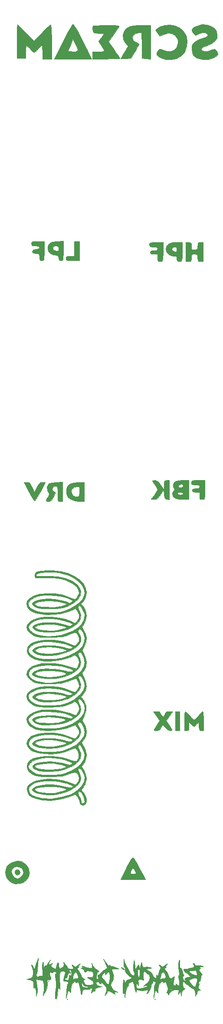
<source format=gbr>
%TF.GenerationSoftware,KiCad,Pcbnew,(5.1.12-1-10_14)*%
%TF.CreationDate,2023-08-06T16:43:41+02:00*%
%TF.ProjectId,springy_panel,73707269-6e67-4795-9f70-616e656c2e6b,rev?*%
%TF.SameCoordinates,Original*%
%TF.FileFunction,Legend,Bot*%
%TF.FilePolarity,Positive*%
%FSLAX46Y46*%
G04 Gerber Fmt 4.6, Leading zero omitted, Abs format (unit mm)*
G04 Created by KiCad (PCBNEW (5.1.12-1-10_14)) date 2023-08-06 16:43:41*
%MOMM*%
%LPD*%
G01*
G04 APERTURE LIST*
%ADD10C,0.010000*%
G04 APERTURE END LIST*
D10*
%TO.C,G\u002A\u002A\u002A*%
G36*
X329620069Y-43387739D02*
G01*
X328634898Y-43456282D01*
X327957347Y-43563221D01*
X327540246Y-43728922D01*
X327336428Y-43973753D01*
X327298723Y-44318081D01*
X327305355Y-44387244D01*
X327358741Y-44846504D01*
X329490209Y-44787710D01*
X331049031Y-44808785D01*
X332352427Y-44977783D01*
X333475226Y-45311737D01*
X334492253Y-45827680D01*
X334728287Y-45980058D01*
X335480980Y-46603689D01*
X335879198Y-47226670D01*
X335923697Y-47851291D01*
X335615235Y-48479840D01*
X335572894Y-48533362D01*
X335174126Y-49023017D01*
X334108391Y-48592906D01*
X332711432Y-48152745D01*
X331223831Y-47900269D01*
X329739240Y-47838792D01*
X328351312Y-47971629D01*
X327153701Y-48302094D01*
X327054636Y-48343281D01*
X326269294Y-48800982D01*
X325799569Y-49347115D01*
X325657137Y-49953401D01*
X325853677Y-50591559D01*
X326023248Y-50841094D01*
X326588267Y-51302148D01*
X327425825Y-51647656D01*
X328471423Y-51874342D01*
X329660562Y-51978930D01*
X330928743Y-51958142D01*
X332211466Y-51808702D01*
X333444234Y-51527335D01*
X334224236Y-51257698D01*
X335268020Y-50836094D01*
X335620723Y-51284484D01*
X335928569Y-51930898D01*
X335898548Y-52607687D01*
X335564448Y-53206356D01*
X335155469Y-53681822D01*
X334413689Y-53303394D01*
X333318746Y-52876146D01*
X332036012Y-52585305D01*
X330665903Y-52436365D01*
X329308833Y-52434819D01*
X328065219Y-52586162D01*
X327035476Y-52895888D01*
X327027718Y-52899308D01*
X326328504Y-53333291D01*
X325880980Y-53875249D01*
X325717774Y-54465651D01*
X325861436Y-55027358D01*
X326176379Y-55397925D01*
X326667495Y-55790116D01*
X326921372Y-55947902D01*
X327261193Y-56125525D01*
X327585988Y-56248083D01*
X327970059Y-56325512D01*
X328487709Y-56367750D01*
X329213240Y-56384731D01*
X330200699Y-56386438D01*
X331253984Y-56376578D01*
X332036785Y-56345923D01*
X332633691Y-56284760D01*
X333129289Y-56183378D01*
X333608169Y-56032062D01*
X333753146Y-55978529D01*
X334359342Y-55751842D01*
X334862161Y-55567697D01*
X335116265Y-55478390D01*
X335408787Y-55533946D01*
X335692204Y-55919307D01*
X335693538Y-55921884D01*
X335938629Y-56582268D01*
X335892982Y-57129239D01*
X335573776Y-57635404D01*
X335174126Y-58099358D01*
X334326279Y-57723977D01*
X332706749Y-57178360D01*
X330979433Y-56902952D01*
X329252865Y-56908419D01*
X328020007Y-57104135D01*
X327094168Y-57370841D01*
X326457144Y-57683122D01*
X326042536Y-58081866D01*
X325845364Y-58443274D01*
X325741039Y-59091394D01*
X325960550Y-59686020D01*
X326473757Y-60203631D01*
X327250518Y-60620705D01*
X328260692Y-60913720D01*
X329172187Y-61039477D01*
X330104508Y-61051332D01*
X331184900Y-60965076D01*
X332298564Y-60799258D01*
X333330700Y-60572428D01*
X334166508Y-60303135D01*
X334409225Y-60193290D01*
X334859937Y-59975487D01*
X335121700Y-59918605D01*
X335320315Y-60018854D01*
X335469990Y-60161327D01*
X335808210Y-60701752D01*
X335923763Y-61339706D01*
X335801920Y-61934133D01*
X335676293Y-62137029D01*
X335345759Y-62545222D01*
X333927774Y-62062034D01*
X332671567Y-61729617D01*
X331295387Y-61525976D01*
X329913328Y-61457552D01*
X328639484Y-61530780D01*
X327718494Y-61711677D01*
X326755662Y-62097618D01*
X326097275Y-62585699D01*
X325751025Y-63141537D01*
X325724605Y-63730746D01*
X326025708Y-64318944D01*
X326662028Y-64871744D01*
X326970828Y-65053427D01*
X327310949Y-65216865D01*
X327661502Y-65328405D01*
X328098433Y-65397580D01*
X328697691Y-65433921D01*
X329535222Y-65446961D01*
X330111888Y-65447672D01*
X331128555Y-65439613D01*
X331885012Y-65410156D01*
X332476182Y-65346915D01*
X332996984Y-65237503D01*
X333542340Y-65069536D01*
X333855311Y-64959210D01*
X334496544Y-64732705D01*
X335003587Y-64562621D01*
X335288651Y-64478130D01*
X335316135Y-64473776D01*
X335485142Y-64622677D01*
X335691245Y-64982265D01*
X335873192Y-65421866D01*
X335969732Y-65810807D01*
X335973426Y-65876030D01*
X335860609Y-66250663D01*
X335587733Y-66669737D01*
X335573776Y-66685865D01*
X335174126Y-67141540D01*
X334101996Y-66704063D01*
X332941017Y-66315541D01*
X331756260Y-66071149D01*
X330583023Y-65960411D01*
X329456604Y-65972850D01*
X328412300Y-66097988D01*
X327485411Y-66325349D01*
X326711234Y-66644457D01*
X326125066Y-67044833D01*
X325762207Y-67516002D01*
X325657955Y-68047487D01*
X325847606Y-68628810D01*
X326172206Y-69057714D01*
X326677537Y-69471752D01*
X327334398Y-69764606D01*
X328196654Y-69949604D01*
X329318170Y-70040075D01*
X330200699Y-70054519D01*
X331801312Y-69976372D01*
X333168526Y-69751256D01*
X334263432Y-69387036D01*
X334717835Y-69141695D01*
X335019169Y-68979847D01*
X335234757Y-69021150D01*
X335501301Y-69303869D01*
X335560660Y-69377623D01*
X335835940Y-69804007D01*
X335970041Y-70173322D01*
X335972544Y-70210919D01*
X335902139Y-70555764D01*
X335731784Y-70985534D01*
X335524909Y-71368062D01*
X335344943Y-71571179D01*
X335316135Y-71578671D01*
X335105053Y-71524233D01*
X334647401Y-71379720D01*
X334031585Y-71173338D01*
X333855311Y-71112621D01*
X332643688Y-70788914D01*
X331299695Y-70588746D01*
X329939807Y-70518655D01*
X328680500Y-70585177D01*
X327724846Y-70768572D01*
X326870897Y-71111564D01*
X326205988Y-71567094D01*
X325788383Y-72085230D01*
X325671328Y-72528303D01*
X325839091Y-73126623D01*
X326303278Y-73680084D01*
X327005244Y-74132809D01*
X327588089Y-74354497D01*
X328595070Y-74539272D01*
X329816235Y-74597041D01*
X331136586Y-74534353D01*
X332441122Y-74357758D01*
X333614844Y-74073804D01*
X333841958Y-73998329D01*
X335174126Y-73528827D01*
X335573776Y-73984633D01*
X335916397Y-74583655D01*
X335904103Y-75187465D01*
X335573776Y-75744607D01*
X335174126Y-76200282D01*
X334108391Y-75766478D01*
X332610151Y-75292828D01*
X331030618Y-75035569D01*
X329465692Y-74999341D01*
X328011273Y-75188787D01*
X327181119Y-75431206D01*
X326539591Y-75735811D01*
X326123213Y-76124176D01*
X325943188Y-76410692D01*
X325730487Y-76850477D01*
X325692665Y-77165395D01*
X325821067Y-77534740D01*
X325882594Y-77665969D01*
X326320454Y-78240754D01*
X326801735Y-78571396D01*
X327893714Y-78936508D01*
X329195492Y-79128623D01*
X330608671Y-79151409D01*
X332034851Y-79008538D01*
X333375631Y-78703680D01*
X334442977Y-78286381D01*
X334880316Y-78079916D01*
X335135661Y-78036094D01*
X335344602Y-78158378D01*
X335504675Y-78313494D01*
X335775719Y-78785297D01*
X335879045Y-79394066D01*
X335808414Y-79988315D01*
X335590067Y-80386406D01*
X335421608Y-80517937D01*
X335209216Y-80558980D01*
X334871711Y-80499875D01*
X334327909Y-80330961D01*
X333906691Y-80186087D01*
X332785741Y-79862171D01*
X331615657Y-79674610D01*
X330775962Y-79611642D01*
X329249370Y-79607125D01*
X327979463Y-79756149D01*
X326982322Y-80052396D01*
X326274026Y-80489549D01*
X325870653Y-81061292D01*
X325777902Y-81575232D01*
X325851705Y-82135480D01*
X326114825Y-82574468D01*
X326629823Y-82974993D01*
X326991614Y-83181514D01*
X327319825Y-83338293D01*
X327665404Y-83446303D01*
X328101572Y-83514348D01*
X328701547Y-83551232D01*
X329538547Y-83565760D01*
X330200699Y-83567405D01*
X331214471Y-83562228D01*
X331957866Y-83539842D01*
X332515705Y-83488866D01*
X332972808Y-83397915D01*
X333413995Y-83255606D01*
X333863699Y-83075821D01*
X334608865Y-82795684D01*
X335116368Y-82699433D01*
X335455850Y-82792733D01*
X335696953Y-83081250D01*
X335771745Y-83231066D01*
X335957590Y-83870632D01*
X335846278Y-84418709D01*
X335620723Y-84767964D01*
X335268020Y-85216353D01*
X334234601Y-84798937D01*
X332867322Y-84367718D01*
X331403035Y-84116324D01*
X329933930Y-84047358D01*
X328552192Y-84163421D01*
X327350011Y-84467117D01*
X327036881Y-84595785D01*
X326273248Y-85047304D01*
X325849920Y-85559198D01*
X325753768Y-86155982D01*
X325903901Y-86711742D01*
X326209520Y-87193736D01*
X326703862Y-87564265D01*
X327437515Y-87848057D01*
X328461069Y-88069842D01*
X328787737Y-88121416D01*
X330445526Y-88210854D01*
X332166933Y-88019433D01*
X333821125Y-87563597D01*
X334105868Y-87453013D01*
X335174126Y-87017265D01*
X335573776Y-87478502D01*
X335849924Y-87889433D01*
X335973012Y-88254978D01*
X335973426Y-88270553D01*
X336090229Y-88807174D01*
X336387253Y-89125860D01*
X336784424Y-89181556D01*
X337181258Y-88950140D01*
X337382143Y-88528007D01*
X336996468Y-88528007D01*
X336920746Y-88689627D01*
X336621338Y-88813346D01*
X336385629Y-88649670D01*
X336328007Y-88408392D01*
X336236372Y-87993205D01*
X336012303Y-87494943D01*
X335968879Y-87420790D01*
X335732652Y-86906055D01*
X335768625Y-86594178D01*
X336040013Y-86498951D01*
X336315603Y-86655908D01*
X336594752Y-87050985D01*
X336831752Y-87570488D01*
X336980893Y-88100727D01*
X336996468Y-88528007D01*
X337382143Y-88528007D01*
X337392995Y-88505205D01*
X337365362Y-87904727D01*
X337118047Y-87236241D01*
X336670740Y-86587285D01*
X336642829Y-86556206D01*
X336411791Y-86273099D01*
X336412036Y-86071257D01*
X336649097Y-85784922D01*
X336669307Y-85763223D01*
X337152466Y-84999048D01*
X337343236Y-84108321D01*
X337327018Y-83962127D01*
X337038497Y-83962127D01*
X336876658Y-84667521D01*
X336432659Y-85403575D01*
X335766085Y-86103946D01*
X334936520Y-86702289D01*
X334286014Y-87026847D01*
X332464235Y-87606377D01*
X330629746Y-87864090D01*
X328838601Y-87793313D01*
X328416275Y-87725759D01*
X327471740Y-87503285D01*
X326820909Y-87224729D01*
X326402980Y-86856891D01*
X326214340Y-86523443D01*
X326098924Y-85998568D01*
X326255942Y-85558719D01*
X326715094Y-85155277D01*
X327222514Y-84873247D01*
X327643237Y-84687080D01*
X328061016Y-84565683D01*
X328567408Y-84495916D01*
X329253970Y-84464638D01*
X330111888Y-84458545D01*
X331142480Y-84475485D01*
X331937804Y-84533738D01*
X332616865Y-84648382D01*
X333298669Y-84834493D01*
X333442307Y-84880469D01*
X334055545Y-85099865D01*
X334510276Y-85299793D01*
X334723647Y-85442898D01*
X334730070Y-85461065D01*
X334576957Y-85678388D01*
X334135453Y-85730325D01*
X333432305Y-85615459D01*
X333160161Y-85544295D01*
X331964365Y-85283994D01*
X330737303Y-85149416D01*
X329554228Y-85137756D01*
X328490393Y-85246208D01*
X327621053Y-85471968D01*
X327069315Y-85771362D01*
X326679982Y-86086626D01*
X327044462Y-86451106D01*
X327473848Y-86705334D01*
X328159466Y-86919607D01*
X329003041Y-87076845D01*
X329906298Y-87159967D01*
X330770962Y-87151893D01*
X330970640Y-87133504D01*
X332263701Y-86905738D01*
X333462280Y-86538767D01*
X334378546Y-86122184D01*
X333486713Y-86122184D01*
X333328315Y-86233171D01*
X332917493Y-86375733D01*
X332465384Y-86490575D01*
X331884053Y-86623596D01*
X331439564Y-86733306D01*
X331266433Y-86783273D01*
X330962808Y-86815064D01*
X330412719Y-86806901D01*
X329721651Y-86767128D01*
X328995087Y-86704089D01*
X328338510Y-86626126D01*
X327857404Y-86541584D01*
X327725063Y-86503163D01*
X327343421Y-86290304D01*
X327284356Y-86081338D01*
X327515311Y-85889040D01*
X328003730Y-85726181D01*
X328717055Y-85605535D01*
X329622730Y-85539876D01*
X330200699Y-85531880D01*
X331168445Y-85566338D01*
X332043557Y-85651142D01*
X332762938Y-85774956D01*
X333263489Y-85926444D01*
X333482112Y-86094273D01*
X333486713Y-86122184D01*
X334378546Y-86122184D01*
X334512812Y-86061140D01*
X335361735Y-85501406D01*
X335955483Y-84888115D01*
X336222507Y-84334332D01*
X336291463Y-83841456D01*
X336195060Y-83381254D01*
X335990181Y-82938772D01*
X335749449Y-82370036D01*
X335749325Y-82043090D01*
X335777978Y-82005169D01*
X336035034Y-81944836D01*
X336334835Y-82154795D01*
X336630124Y-82561682D01*
X336873647Y-83092133D01*
X337018148Y-83672785D01*
X337038497Y-83962127D01*
X337327018Y-83962127D01*
X337239119Y-83169823D01*
X336837620Y-82262332D01*
X336782920Y-82179122D01*
X336526739Y-81776983D01*
X336463547Y-81543140D01*
X336579546Y-81357032D01*
X336678211Y-81264253D01*
X336987788Y-80808638D01*
X337219968Y-80147445D01*
X337336553Y-79428173D01*
X337333551Y-79367030D01*
X337039160Y-79367030D01*
X336866168Y-80182272D01*
X336365326Y-80978593D01*
X335563835Y-81725338D01*
X334488894Y-82391855D01*
X334250759Y-82509380D01*
X333500192Y-82836924D01*
X332809027Y-83057488D01*
X332077110Y-83188148D01*
X331204283Y-83245982D01*
X330090392Y-83248065D01*
X329934265Y-83245352D01*
X328948104Y-83213544D01*
X328232987Y-83153467D01*
X327705089Y-83053215D01*
X327280587Y-82900884D01*
X327183614Y-82854673D01*
X326675430Y-82522753D01*
X326280730Y-82129356D01*
X326210338Y-82022126D01*
X326051348Y-81664848D01*
X326090227Y-81383958D01*
X326311179Y-81045203D01*
X326873196Y-80556853D01*
X327705942Y-80196275D01*
X328746391Y-79969556D01*
X329931519Y-79882781D01*
X331198301Y-79942036D01*
X332483713Y-80153407D01*
X333287737Y-80371544D01*
X333995369Y-80605207D01*
X334412176Y-80772952D01*
X334589240Y-80905292D01*
X334577644Y-81032740D01*
X334516003Y-81105225D01*
X334342307Y-81227856D01*
X334096467Y-81260032D01*
X333693395Y-81196139D01*
X333048003Y-81030563D01*
X332942326Y-81001404D01*
X331711540Y-80754415D01*
X330389624Y-80647712D01*
X329107973Y-80683777D01*
X327997985Y-80865094D01*
X327853503Y-80905243D01*
X327190917Y-81161812D01*
X326875966Y-81440015D01*
X326901226Y-81749954D01*
X327079811Y-81958272D01*
X327554404Y-82256803D01*
X328233494Y-82455019D01*
X329167036Y-82562963D01*
X330228107Y-82591259D01*
X331787222Y-82493066D01*
X333140764Y-82180615D01*
X334285568Y-81671296D01*
X333397464Y-81671296D01*
X333377175Y-81701088D01*
X332991756Y-81897975D01*
X332339900Y-82053525D01*
X331508489Y-82163344D01*
X330584406Y-82223043D01*
X329654531Y-82228230D01*
X328805747Y-82174512D01*
X328124936Y-82057500D01*
X327885903Y-81978644D01*
X327486733Y-81772130D01*
X327278537Y-81586856D01*
X327269930Y-81555674D01*
X327434454Y-81394873D01*
X327875890Y-81239993D01*
X328516038Y-81106555D01*
X329276695Y-81010077D01*
X330079659Y-80966079D01*
X330246617Y-80964960D01*
X330943939Y-81000318D01*
X331669709Y-81091505D01*
X332350936Y-81221360D01*
X332914630Y-81372718D01*
X333287803Y-81528418D01*
X333397464Y-81671296D01*
X334285568Y-81671296D01*
X334384920Y-81627095D01*
X334968161Y-81270127D01*
X335568122Y-80831346D01*
X335932482Y-80440162D01*
X336148899Y-79996852D01*
X336183996Y-79886996D01*
X336300125Y-79390774D01*
X336265037Y-79005265D01*
X336055916Y-78541478D01*
X336011712Y-78460019D01*
X335758902Y-77897281D01*
X335753457Y-77566196D01*
X335996457Y-77442408D01*
X336056875Y-77440210D01*
X336273275Y-77591947D01*
X336535798Y-77973707D01*
X336788277Y-78475314D01*
X336974545Y-78986593D01*
X337039160Y-79367030D01*
X337333551Y-79367030D01*
X337307409Y-78834739D01*
X337126080Y-78291113D01*
X336834014Y-77702386D01*
X336764149Y-77588815D01*
X336514334Y-77170510D01*
X336455782Y-76928591D01*
X336571681Y-76751518D01*
X336630283Y-76700704D01*
X336983960Y-76239143D01*
X337256736Y-75578500D01*
X337374205Y-74949500D01*
X336999465Y-74949500D01*
X336839358Y-75706544D01*
X336798193Y-75792363D01*
X336190922Y-76619361D01*
X335294679Y-77367283D01*
X334173408Y-77997642D01*
X332891054Y-78471950D01*
X332004155Y-78677848D01*
X331006975Y-78788997D01*
X329907085Y-78802413D01*
X328820662Y-78725738D01*
X327863886Y-78566613D01*
X327218351Y-78363091D01*
X326500741Y-77923465D01*
X326120694Y-77416497D01*
X326078316Y-76883821D01*
X326373712Y-76367070D01*
X327006986Y-75907878D01*
X327211905Y-75809691D01*
X328232381Y-75503603D01*
X329468790Y-75361231D01*
X330823971Y-75378449D01*
X332200762Y-75551131D01*
X333502002Y-75875153D01*
X334118533Y-76102925D01*
X334540602Y-76296808D01*
X334676581Y-76433032D01*
X334573715Y-76576766D01*
X334502096Y-76632016D01*
X334272608Y-76744960D01*
X333965654Y-76747631D01*
X333483799Y-76631269D01*
X333081117Y-76504255D01*
X332167988Y-76282436D01*
X331112893Y-76148035D01*
X330015654Y-76101787D01*
X328976090Y-76144431D01*
X328094024Y-76276704D01*
X327536363Y-76463287D01*
X327105684Y-76733521D01*
X326853324Y-76998020D01*
X326825874Y-77084965D01*
X326993968Y-77413398D01*
X327463282Y-77691533D01*
X328181363Y-77902451D01*
X329095757Y-78029234D01*
X329845454Y-78058922D01*
X331590444Y-77963058D01*
X333074347Y-77663271D01*
X334332267Y-77151778D01*
X334397656Y-77114663D01*
X333501747Y-77114663D01*
X333262304Y-77255602D01*
X332678466Y-77418315D01*
X332222126Y-77521328D01*
X330892996Y-77718125D01*
X329570656Y-77749314D01*
X328392426Y-77613618D01*
X328158042Y-77559132D01*
X327619082Y-77362800D01*
X327369705Y-77140839D01*
X327358741Y-77084965D01*
X327523984Y-76831552D01*
X327977106Y-76633517D01*
X328654197Y-76496810D01*
X329491347Y-76427385D01*
X330424644Y-76431191D01*
X331390179Y-76514182D01*
X332135844Y-76640095D01*
X332940303Y-76825147D01*
X333395008Y-76977257D01*
X333501747Y-77114663D01*
X334397656Y-77114663D01*
X334586221Y-77007635D01*
X335462684Y-76362257D01*
X336035256Y-75674966D01*
X336291788Y-74974270D01*
X336220130Y-74288677D01*
X335949453Y-73808817D01*
X335710289Y-73462085D01*
X335694267Y-73242043D01*
X335837746Y-73059206D01*
X336035785Y-72918397D01*
X336221824Y-72996478D01*
X336492468Y-73335495D01*
X336501416Y-73348046D01*
X336882081Y-74124323D01*
X336999465Y-74949500D01*
X337374205Y-74949500D01*
X337388242Y-74874342D01*
X337392266Y-74737174D01*
X337301246Y-74232310D01*
X337073451Y-73626613D01*
X336938833Y-73364662D01*
X336487540Y-72575129D01*
X336962012Y-71703368D01*
X337319736Y-70739799D01*
X337321850Y-70351462D01*
X337046351Y-70351462D01*
X336874164Y-71142304D01*
X336406043Y-71904956D01*
X335660576Y-72613334D01*
X334656352Y-73241353D01*
X333411959Y-73762930D01*
X332739261Y-73966619D01*
X332010742Y-74101108D01*
X331076629Y-74187411D01*
X330053660Y-74223643D01*
X329058573Y-74207916D01*
X328208105Y-74138341D01*
X327727983Y-74047649D01*
X327117055Y-73780316D01*
X326568442Y-73374049D01*
X326174261Y-72913212D01*
X326026573Y-72489486D01*
X326186974Y-72102187D01*
X326615676Y-71695960D01*
X327233931Y-71327733D01*
X327962987Y-71054433D01*
X328039428Y-71034397D01*
X328856329Y-70914107D01*
X329894682Y-70883088D01*
X331034124Y-70933867D01*
X332154289Y-71058968D01*
X333134814Y-71250919D01*
X333556037Y-71376960D01*
X334211710Y-71617069D01*
X334581257Y-71785531D01*
X334716499Y-71920196D01*
X334669259Y-72058914D01*
X334597445Y-72137589D01*
X334372316Y-72220863D01*
X333941378Y-72182564D01*
X333244899Y-72016919D01*
X333188308Y-72001412D01*
X332208995Y-71800677D01*
X331101084Y-71684628D01*
X329963814Y-71653157D01*
X328896427Y-71706157D01*
X327998163Y-71843520D01*
X327482269Y-72007576D01*
X326986859Y-72272304D01*
X326824849Y-72510567D01*
X326986361Y-72787317D01*
X327321444Y-73064875D01*
X327683299Y-73261590D01*
X328193569Y-73391994D01*
X328937620Y-73474490D01*
X329335195Y-73499009D01*
X331240198Y-73464124D01*
X332948209Y-73145706D01*
X334384680Y-72588951D01*
X334582574Y-72466578D01*
X333369849Y-72466578D01*
X333318426Y-72599794D01*
X332972562Y-72770583D01*
X332387770Y-72955444D01*
X331976923Y-73056283D01*
X331459282Y-73120563D01*
X330715954Y-73150854D01*
X329866559Y-73149193D01*
X329030721Y-73117617D01*
X328328060Y-73058163D01*
X327925008Y-72987272D01*
X327468021Y-72799240D01*
X327330954Y-72595535D01*
X327480009Y-72393398D01*
X327881389Y-72210075D01*
X328501297Y-72062808D01*
X329305936Y-71968840D01*
X329969928Y-71943942D01*
X330824552Y-71969371D01*
X331682201Y-72048502D01*
X332452861Y-72167497D01*
X333046518Y-72312519D01*
X333369849Y-72466578D01*
X334582574Y-72466578D01*
X335361158Y-71985121D01*
X335994663Y-71324602D01*
X336282348Y-70613357D01*
X336221364Y-69857347D01*
X335960952Y-69290272D01*
X335736438Y-68841321D01*
X335739145Y-68566945D01*
X335796349Y-68490971D01*
X336005533Y-68430578D01*
X336295052Y-68643338D01*
X336428570Y-68789550D01*
X336904016Y-69558516D01*
X337046351Y-70351462D01*
X337321850Y-70351462D01*
X337324776Y-69814325D01*
X336977355Y-68930615D01*
X336775811Y-68636157D01*
X336290945Y-68000466D01*
X336653221Y-67613694D01*
X337179829Y-66833697D01*
X337361622Y-65998963D01*
X337013906Y-65998963D01*
X336796634Y-66718601D01*
X336275786Y-67438955D01*
X336016641Y-67704872D01*
X334921326Y-68585522D01*
X333695417Y-69209106D01*
X332293664Y-69590264D01*
X330670820Y-69743634D01*
X329731101Y-69738447D01*
X328812101Y-69688429D01*
X328135464Y-69596929D01*
X327588888Y-69442784D01*
X327155576Y-69253111D01*
X326497052Y-68817568D01*
X326111351Y-68322254D01*
X326027629Y-67816412D01*
X326134445Y-67528389D01*
X326525015Y-67158924D01*
X327196689Y-66814268D01*
X328075401Y-66526677D01*
X328782417Y-66375149D01*
X329890330Y-66290109D01*
X331155122Y-66358271D01*
X332428842Y-66560872D01*
X333563543Y-66879152D01*
X333930769Y-67028006D01*
X334424843Y-67263581D01*
X334635447Y-67414159D01*
X334607394Y-67530493D01*
X334457977Y-67625113D01*
X334156491Y-67710406D01*
X333734395Y-67664204D01*
X333095815Y-67475024D01*
X333036998Y-67454916D01*
X332163651Y-67235431D01*
X331134739Y-67101552D01*
X330052139Y-67054063D01*
X329017729Y-67093753D01*
X328133386Y-67221406D01*
X327549179Y-67412555D01*
X327011143Y-67731516D01*
X326809514Y-68008787D01*
X326934919Y-68284118D01*
X327282993Y-68541068D01*
X328013231Y-68830169D01*
X328986572Y-68995093D01*
X330114444Y-69038900D01*
X331308274Y-68964650D01*
X332479489Y-68775403D01*
X333539514Y-68474217D01*
X333938874Y-68311149D01*
X334425383Y-68040464D01*
X333486713Y-68040464D01*
X333324129Y-68176548D01*
X332888864Y-68339349D01*
X332259649Y-68503540D01*
X331710489Y-68611898D01*
X330972338Y-68683604D01*
X330070004Y-68693699D01*
X329156977Y-68647019D01*
X328386750Y-68548400D01*
X328171243Y-68500391D01*
X327584594Y-68300029D01*
X327350708Y-68098582D01*
X327470153Y-67890744D01*
X327943493Y-67671207D01*
X328270736Y-67567583D01*
X329137315Y-67383332D01*
X330052553Y-67346653D01*
X330593560Y-67379396D01*
X331496831Y-67479643D01*
X332304549Y-67613151D01*
X332949561Y-67764577D01*
X333364714Y-67918577D01*
X333486713Y-68040464D01*
X334425383Y-68040464D01*
X335035589Y-67700957D01*
X335786431Y-67032367D01*
X336189818Y-66308028D01*
X336244167Y-65530588D01*
X336016288Y-64833095D01*
X335810966Y-64355705D01*
X335788730Y-64077518D01*
X335889890Y-63936531D01*
X336142002Y-63921033D01*
X336443335Y-64165311D01*
X336729465Y-64592568D01*
X336935967Y-65126003D01*
X336955231Y-65206493D01*
X337013906Y-65998963D01*
X337361622Y-65998963D01*
X337367412Y-65972378D01*
X337217080Y-65016989D01*
X336938717Y-64339570D01*
X336483030Y-63425123D01*
X336874885Y-62895111D01*
X337262020Y-62086934D01*
X337338647Y-61329800D01*
X337035260Y-61329800D01*
X336873862Y-62077791D01*
X336407721Y-62840270D01*
X335680931Y-63564568D01*
X334737586Y-64198017D01*
X334551296Y-64296741D01*
X333878548Y-64570608D01*
X332985257Y-64840191D01*
X332004776Y-65070292D01*
X331070461Y-65225715D01*
X331000000Y-65234063D01*
X330543288Y-65289365D01*
X330251146Y-65330445D01*
X330234723Y-65333462D01*
X329999655Y-65321996D01*
X329514437Y-65265247D01*
X328879531Y-65175121D01*
X328813744Y-65165050D01*
X327960860Y-65013401D01*
X327356770Y-64843282D01*
X326895726Y-64613853D01*
X326471982Y-64284276D01*
X326426223Y-64242996D01*
X326091078Y-63760851D01*
X326085821Y-63262543D01*
X326388964Y-62784217D01*
X326979024Y-62362017D01*
X327720949Y-62064891D01*
X328704155Y-61878050D01*
X329900044Y-61816305D01*
X331192118Y-61871184D01*
X332463878Y-62034221D01*
X333598827Y-62296946D01*
X334259615Y-62540221D01*
X334640520Y-62776295D01*
X334719479Y-62968950D01*
X334549160Y-63095858D01*
X334182236Y-63134690D01*
X333671376Y-63063116D01*
X333294301Y-62949452D01*
X332739348Y-62809475D01*
X331936141Y-62687573D01*
X330991652Y-62598440D01*
X330555944Y-62573255D01*
X329614584Y-62541422D01*
X328928563Y-62553149D01*
X328399715Y-62616876D01*
X327929876Y-62741038D01*
X327715452Y-62817402D01*
X327081575Y-63125571D01*
X326786095Y-63431219D01*
X326812343Y-63720549D01*
X327143650Y-63979765D01*
X327763346Y-64195069D01*
X328654764Y-64352664D01*
X329667832Y-64433415D01*
X331315201Y-64410395D01*
X332751753Y-64172580D01*
X334062367Y-63702058D01*
X334477886Y-63487049D01*
X333364065Y-63487049D01*
X333223647Y-63655502D01*
X332744099Y-63827779D01*
X331941433Y-63999156D01*
X331266433Y-64106055D01*
X330166868Y-64193194D01*
X329082921Y-64114412D01*
X328024825Y-63903833D01*
X327488551Y-63731171D01*
X327304766Y-63548482D01*
X327470752Y-63340670D01*
X327885903Y-63132545D01*
X328417139Y-62992530D01*
X329139884Y-62912456D01*
X329979718Y-62887508D01*
X330862220Y-62912869D01*
X331712972Y-62983723D01*
X332457552Y-63095256D01*
X333021540Y-63242650D01*
X333330518Y-63421090D01*
X333364065Y-63487049D01*
X334477886Y-63487049D01*
X334701826Y-63371172D01*
X335577987Y-62744667D01*
X336111799Y-62063150D01*
X336299750Y-61335284D01*
X336138329Y-60569732D01*
X335968879Y-60244566D01*
X335730252Y-59725468D01*
X335776072Y-59418060D01*
X336081404Y-59322727D01*
X336314637Y-59477935D01*
X336577173Y-59872219D01*
X336818158Y-60398575D01*
X336986737Y-60949995D01*
X337035260Y-61329800D01*
X337338647Y-61329800D01*
X337355488Y-61163399D01*
X337152565Y-60212988D01*
X336969809Y-59811189D01*
X336516288Y-58967483D01*
X336955347Y-58141727D01*
X337305311Y-57298311D01*
X337386227Y-56521981D01*
X337370759Y-56458688D01*
X337045350Y-56458688D01*
X336974094Y-57291706D01*
X336593467Y-58089902D01*
X335926268Y-58828819D01*
X334995292Y-59484000D01*
X333823339Y-60030988D01*
X332433205Y-60445327D01*
X332243356Y-60486970D01*
X331331244Y-60614326D01*
X330268486Y-60663363D01*
X329186172Y-60636455D01*
X328215395Y-60535980D01*
X327602695Y-60402865D01*
X327007639Y-60125878D01*
X326485190Y-59719406D01*
X326128972Y-59270631D01*
X326026573Y-58935188D01*
X326146356Y-58579705D01*
X326436013Y-58186840D01*
X326450211Y-58172452D01*
X327114488Y-57731657D01*
X328041056Y-57433910D01*
X329166689Y-57279998D01*
X330428163Y-57270709D01*
X331762252Y-57406828D01*
X333105731Y-57689145D01*
X334286014Y-58074886D01*
X334631642Y-58230998D01*
X334680912Y-58357255D01*
X334502096Y-58516220D01*
X334271276Y-58627979D01*
X333961053Y-58628948D01*
X333474232Y-58510200D01*
X333081117Y-58385739D01*
X332175249Y-58165545D01*
X331125715Y-58032139D01*
X330032365Y-57986191D01*
X328995051Y-58028369D01*
X328113623Y-58159342D01*
X327546037Y-58348668D01*
X327006889Y-58671487D01*
X326800342Y-58949963D01*
X326912938Y-59220023D01*
X327149529Y-59407174D01*
X327980298Y-59771706D01*
X329040966Y-59964516D01*
X330252901Y-59989978D01*
X331537473Y-59852463D01*
X332816051Y-59556344D01*
X334010005Y-59105994D01*
X334197202Y-59015267D01*
X334217832Y-59002812D01*
X333457448Y-59002812D01*
X333201738Y-59129242D01*
X332647330Y-59278727D01*
X331773164Y-59465808D01*
X331266433Y-59566808D01*
X330573285Y-59635925D01*
X329704302Y-59631832D01*
X328829757Y-59561387D01*
X328158042Y-59441650D01*
X327586718Y-59232694D01*
X327367692Y-59004208D01*
X327499647Y-58770631D01*
X327981264Y-58546401D01*
X328246853Y-58468948D01*
X329078197Y-58341411D01*
X330117357Y-58313069D01*
X331232355Y-58379496D01*
X332291211Y-58536263D01*
X332643007Y-58616448D01*
X333157021Y-58760955D01*
X333435522Y-58884897D01*
X333457448Y-59002812D01*
X334217832Y-59002812D01*
X335212190Y-58402498D01*
X335907195Y-57752884D01*
X336273805Y-57082281D01*
X336303605Y-56406546D01*
X335988182Y-55741537D01*
X335956225Y-55699943D01*
X335720027Y-55334430D01*
X335722865Y-55081703D01*
X335802169Y-54963310D01*
X336085686Y-54823216D01*
X336410571Y-55035322D01*
X336776023Y-55599096D01*
X336784439Y-55615306D01*
X337045350Y-56458688D01*
X337370759Y-56458688D01*
X337191037Y-55723294D01*
X336712684Y-54812805D01*
X336689822Y-54776380D01*
X336561909Y-54485388D01*
X336629067Y-54202252D01*
X336849186Y-53871129D01*
X337235272Y-53074767D01*
X337350662Y-52206431D01*
X337039160Y-52206431D01*
X336870672Y-53039190D01*
X336397032Y-53813233D01*
X335665977Y-54510685D01*
X334725243Y-55113676D01*
X333622569Y-55604330D01*
X332405691Y-55964776D01*
X331122346Y-56177141D01*
X329820271Y-56223551D01*
X328547203Y-56086134D01*
X327466056Y-55790647D01*
X326898484Y-55503106D01*
X326422589Y-55130518D01*
X326315157Y-55007244D01*
X326078874Y-54640799D01*
X326057721Y-54361746D01*
X326210338Y-54030321D01*
X326684809Y-53517681D01*
X327434145Y-53132507D01*
X328400309Y-52878271D01*
X329525265Y-52758443D01*
X330750975Y-52776493D01*
X332019403Y-52935892D01*
X333272511Y-53240111D01*
X334144806Y-53555861D01*
X334555892Y-53745257D01*
X334680263Y-53879302D01*
X334564194Y-54026404D01*
X334497530Y-54077313D01*
X334262709Y-54195353D01*
X333959602Y-54195130D01*
X333484257Y-54067358D01*
X333165362Y-53958340D01*
X332218152Y-53705532D01*
X331155039Y-53554132D01*
X330057205Y-53501951D01*
X329005832Y-53546803D01*
X328082103Y-53686498D01*
X327367199Y-53918848D01*
X327047698Y-54123239D01*
X326834267Y-54345995D01*
X326848342Y-54521196D01*
X327111253Y-54778223D01*
X327163035Y-54822857D01*
X327668411Y-55122741D01*
X328382420Y-55312322D01*
X329347453Y-55397895D01*
X330605900Y-55385750D01*
X330872042Y-55373408D01*
X332360755Y-55213565D01*
X333608640Y-54884546D01*
X334346571Y-54530768D01*
X333486713Y-54530768D01*
X333325358Y-54625641D01*
X332898729Y-54752590D01*
X332292978Y-54891753D01*
X331594259Y-55023271D01*
X330911188Y-55124499D01*
X330153793Y-55150745D01*
X329267010Y-55083238D01*
X328415803Y-54941306D01*
X327802797Y-54760324D01*
X327413811Y-54583203D01*
X327314218Y-54454168D01*
X327460288Y-54297905D01*
X327511822Y-54259205D01*
X327969740Y-54062160D01*
X328684780Y-53918539D01*
X329561321Y-53839652D01*
X330503746Y-53836811D01*
X330885554Y-53860136D01*
X331614310Y-53948353D01*
X332323433Y-54082166D01*
X332928219Y-54239738D01*
X333343965Y-54399230D01*
X333486713Y-54530768D01*
X334346571Y-54530768D01*
X334699430Y-54361601D01*
X335040678Y-54141228D01*
X335804128Y-53472794D01*
X336219141Y-52760859D01*
X336283770Y-52011632D01*
X335996062Y-51231323D01*
X335968879Y-51185825D01*
X335732652Y-50671090D01*
X335768625Y-50359213D01*
X336040013Y-50263986D01*
X336284452Y-50417848D01*
X336561933Y-50807006D01*
X336816573Y-51322824D01*
X336992493Y-51856663D01*
X337039160Y-52206431D01*
X337350662Y-52206431D01*
X337355674Y-52168721D01*
X337216016Y-51264278D01*
X336821922Y-50472726D01*
X336668121Y-50287953D01*
X336305511Y-49898736D01*
X336754079Y-49365643D01*
X337210141Y-48559963D01*
X337333407Y-47767941D01*
X337025162Y-47767941D01*
X336962663Y-48235506D01*
X336630108Y-48922745D01*
X336012714Y-49615756D01*
X335177110Y-50268663D01*
X334189928Y-50835593D01*
X333117798Y-51270673D01*
X332226830Y-51496015D01*
X331248846Y-51605431D01*
X330161761Y-51622035D01*
X329071660Y-51553833D01*
X328084633Y-51408825D01*
X327306765Y-51195016D01*
X327113062Y-51110228D01*
X326461835Y-50724332D01*
X326119282Y-50350376D01*
X326046112Y-49928760D01*
X326122205Y-49607275D01*
X326475493Y-49098190D01*
X327112861Y-48696985D01*
X327978484Y-48408275D01*
X329016538Y-48236672D01*
X330171199Y-48186789D01*
X331386642Y-48263239D01*
X332607044Y-48470634D01*
X333776579Y-48813588D01*
X334116562Y-48946679D01*
X334524919Y-49136869D01*
X334650038Y-49283092D01*
X334543607Y-49459805D01*
X334502210Y-49502235D01*
X334289534Y-49665821D01*
X334041438Y-49678586D01*
X333625688Y-49540678D01*
X333531432Y-49503303D01*
X332464027Y-49183809D01*
X331218582Y-48977147D01*
X329955808Y-48900937D01*
X328836421Y-48972798D01*
X328777694Y-48982142D01*
X327935952Y-49169673D01*
X327287362Y-49409875D01*
X326884415Y-49676918D01*
X326779604Y-49944973D01*
X326784699Y-49962840D01*
X326973337Y-50183397D01*
X327348976Y-50458968D01*
X327434425Y-50510676D01*
X327768707Y-50667675D01*
X328181232Y-50769669D01*
X328752882Y-50827537D01*
X329564535Y-50852159D01*
X329995690Y-50855201D01*
X331516122Y-50799517D01*
X332769617Y-50611350D01*
X333825199Y-50273671D01*
X334463866Y-49926166D01*
X333486713Y-49926166D01*
X333324507Y-50061316D01*
X332892375Y-50221524D01*
X332272043Y-50381466D01*
X331621678Y-50504053D01*
X331120124Y-50541616D01*
X330424851Y-50541547D01*
X329636300Y-50510208D01*
X328854910Y-50453956D01*
X328181122Y-50379150D01*
X327715377Y-50292151D01*
X327597696Y-50249280D01*
X327310568Y-50013401D01*
X327331889Y-49799398D01*
X327615179Y-49614237D01*
X328113955Y-49464879D01*
X328781736Y-49358289D01*
X329572042Y-49301430D01*
X330438389Y-49301265D01*
X331334296Y-49364758D01*
X332213282Y-49498871D01*
X332376573Y-49533362D01*
X332947276Y-49680962D01*
X333347899Y-49824649D01*
X333486713Y-49926166D01*
X334463866Y-49926166D01*
X334751891Y-49769449D01*
X334946225Y-49633823D01*
X335731117Y-48925318D01*
X336173192Y-48196793D01*
X336269688Y-47463412D01*
X336017846Y-46740341D01*
X335573398Y-46188930D01*
X334557203Y-45432723D01*
X333283603Y-44880128D01*
X331793950Y-44542552D01*
X330129595Y-44431400D01*
X329305812Y-44460156D01*
X328397847Y-44499667D01*
X327819329Y-44472657D01*
X327549727Y-44373548D01*
X327568509Y-44196762D01*
X327731743Y-44032465D01*
X328077943Y-43896441D01*
X328689211Y-43796126D01*
X329476855Y-43734788D01*
X330352183Y-43715696D01*
X331226504Y-43742117D01*
X332011124Y-43817319D01*
X332293417Y-43864399D01*
X333612010Y-44226311D01*
X334763674Y-44745877D01*
X335714616Y-45391459D01*
X336431041Y-46131422D01*
X336879155Y-46934128D01*
X337025162Y-47767941D01*
X337333407Y-47767941D01*
X337353450Y-47639165D01*
X337231753Y-46869082D01*
X336771111Y-45931476D01*
X336009264Y-45112285D01*
X334985794Y-44429613D01*
X333740283Y-43901565D01*
X332312314Y-43546244D01*
X330741469Y-43381753D01*
X329620069Y-43387739D01*
G37*
X329620069Y-43387739D02*
X328634898Y-43456282D01*
X327957347Y-43563221D01*
X327540246Y-43728922D01*
X327336428Y-43973753D01*
X327298723Y-44318081D01*
X327305355Y-44387244D01*
X327358741Y-44846504D01*
X329490209Y-44787710D01*
X331049031Y-44808785D01*
X332352427Y-44977783D01*
X333475226Y-45311737D01*
X334492253Y-45827680D01*
X334728287Y-45980058D01*
X335480980Y-46603689D01*
X335879198Y-47226670D01*
X335923697Y-47851291D01*
X335615235Y-48479840D01*
X335572894Y-48533362D01*
X335174126Y-49023017D01*
X334108391Y-48592906D01*
X332711432Y-48152745D01*
X331223831Y-47900269D01*
X329739240Y-47838792D01*
X328351312Y-47971629D01*
X327153701Y-48302094D01*
X327054636Y-48343281D01*
X326269294Y-48800982D01*
X325799569Y-49347115D01*
X325657137Y-49953401D01*
X325853677Y-50591559D01*
X326023248Y-50841094D01*
X326588267Y-51302148D01*
X327425825Y-51647656D01*
X328471423Y-51874342D01*
X329660562Y-51978930D01*
X330928743Y-51958142D01*
X332211466Y-51808702D01*
X333444234Y-51527335D01*
X334224236Y-51257698D01*
X335268020Y-50836094D01*
X335620723Y-51284484D01*
X335928569Y-51930898D01*
X335898548Y-52607687D01*
X335564448Y-53206356D01*
X335155469Y-53681822D01*
X334413689Y-53303394D01*
X333318746Y-52876146D01*
X332036012Y-52585305D01*
X330665903Y-52436365D01*
X329308833Y-52434819D01*
X328065219Y-52586162D01*
X327035476Y-52895888D01*
X327027718Y-52899308D01*
X326328504Y-53333291D01*
X325880980Y-53875249D01*
X325717774Y-54465651D01*
X325861436Y-55027358D01*
X326176379Y-55397925D01*
X326667495Y-55790116D01*
X326921372Y-55947902D01*
X327261193Y-56125525D01*
X327585988Y-56248083D01*
X327970059Y-56325512D01*
X328487709Y-56367750D01*
X329213240Y-56384731D01*
X330200699Y-56386438D01*
X331253984Y-56376578D01*
X332036785Y-56345923D01*
X332633691Y-56284760D01*
X333129289Y-56183378D01*
X333608169Y-56032062D01*
X333753146Y-55978529D01*
X334359342Y-55751842D01*
X334862161Y-55567697D01*
X335116265Y-55478390D01*
X335408787Y-55533946D01*
X335692204Y-55919307D01*
X335693538Y-55921884D01*
X335938629Y-56582268D01*
X335892982Y-57129239D01*
X335573776Y-57635404D01*
X335174126Y-58099358D01*
X334326279Y-57723977D01*
X332706749Y-57178360D01*
X330979433Y-56902952D01*
X329252865Y-56908419D01*
X328020007Y-57104135D01*
X327094168Y-57370841D01*
X326457144Y-57683122D01*
X326042536Y-58081866D01*
X325845364Y-58443274D01*
X325741039Y-59091394D01*
X325960550Y-59686020D01*
X326473757Y-60203631D01*
X327250518Y-60620705D01*
X328260692Y-60913720D01*
X329172187Y-61039477D01*
X330104508Y-61051332D01*
X331184900Y-60965076D01*
X332298564Y-60799258D01*
X333330700Y-60572428D01*
X334166508Y-60303135D01*
X334409225Y-60193290D01*
X334859937Y-59975487D01*
X335121700Y-59918605D01*
X335320315Y-60018854D01*
X335469990Y-60161327D01*
X335808210Y-60701752D01*
X335923763Y-61339706D01*
X335801920Y-61934133D01*
X335676293Y-62137029D01*
X335345759Y-62545222D01*
X333927774Y-62062034D01*
X332671567Y-61729617D01*
X331295387Y-61525976D01*
X329913328Y-61457552D01*
X328639484Y-61530780D01*
X327718494Y-61711677D01*
X326755662Y-62097618D01*
X326097275Y-62585699D01*
X325751025Y-63141537D01*
X325724605Y-63730746D01*
X326025708Y-64318944D01*
X326662028Y-64871744D01*
X326970828Y-65053427D01*
X327310949Y-65216865D01*
X327661502Y-65328405D01*
X328098433Y-65397580D01*
X328697691Y-65433921D01*
X329535222Y-65446961D01*
X330111888Y-65447672D01*
X331128555Y-65439613D01*
X331885012Y-65410156D01*
X332476182Y-65346915D01*
X332996984Y-65237503D01*
X333542340Y-65069536D01*
X333855311Y-64959210D01*
X334496544Y-64732705D01*
X335003587Y-64562621D01*
X335288651Y-64478130D01*
X335316135Y-64473776D01*
X335485142Y-64622677D01*
X335691245Y-64982265D01*
X335873192Y-65421866D01*
X335969732Y-65810807D01*
X335973426Y-65876030D01*
X335860609Y-66250663D01*
X335587733Y-66669737D01*
X335573776Y-66685865D01*
X335174126Y-67141540D01*
X334101996Y-66704063D01*
X332941017Y-66315541D01*
X331756260Y-66071149D01*
X330583023Y-65960411D01*
X329456604Y-65972850D01*
X328412300Y-66097988D01*
X327485411Y-66325349D01*
X326711234Y-66644457D01*
X326125066Y-67044833D01*
X325762207Y-67516002D01*
X325657955Y-68047487D01*
X325847606Y-68628810D01*
X326172206Y-69057714D01*
X326677537Y-69471752D01*
X327334398Y-69764606D01*
X328196654Y-69949604D01*
X329318170Y-70040075D01*
X330200699Y-70054519D01*
X331801312Y-69976372D01*
X333168526Y-69751256D01*
X334263432Y-69387036D01*
X334717835Y-69141695D01*
X335019169Y-68979847D01*
X335234757Y-69021150D01*
X335501301Y-69303869D01*
X335560660Y-69377623D01*
X335835940Y-69804007D01*
X335970041Y-70173322D01*
X335972544Y-70210919D01*
X335902139Y-70555764D01*
X335731784Y-70985534D01*
X335524909Y-71368062D01*
X335344943Y-71571179D01*
X335316135Y-71578671D01*
X335105053Y-71524233D01*
X334647401Y-71379720D01*
X334031585Y-71173338D01*
X333855311Y-71112621D01*
X332643688Y-70788914D01*
X331299695Y-70588746D01*
X329939807Y-70518655D01*
X328680500Y-70585177D01*
X327724846Y-70768572D01*
X326870897Y-71111564D01*
X326205988Y-71567094D01*
X325788383Y-72085230D01*
X325671328Y-72528303D01*
X325839091Y-73126623D01*
X326303278Y-73680084D01*
X327005244Y-74132809D01*
X327588089Y-74354497D01*
X328595070Y-74539272D01*
X329816235Y-74597041D01*
X331136586Y-74534353D01*
X332441122Y-74357758D01*
X333614844Y-74073804D01*
X333841958Y-73998329D01*
X335174126Y-73528827D01*
X335573776Y-73984633D01*
X335916397Y-74583655D01*
X335904103Y-75187465D01*
X335573776Y-75744607D01*
X335174126Y-76200282D01*
X334108391Y-75766478D01*
X332610151Y-75292828D01*
X331030618Y-75035569D01*
X329465692Y-74999341D01*
X328011273Y-75188787D01*
X327181119Y-75431206D01*
X326539591Y-75735811D01*
X326123213Y-76124176D01*
X325943188Y-76410692D01*
X325730487Y-76850477D01*
X325692665Y-77165395D01*
X325821067Y-77534740D01*
X325882594Y-77665969D01*
X326320454Y-78240754D01*
X326801735Y-78571396D01*
X327893714Y-78936508D01*
X329195492Y-79128623D01*
X330608671Y-79151409D01*
X332034851Y-79008538D01*
X333375631Y-78703680D01*
X334442977Y-78286381D01*
X334880316Y-78079916D01*
X335135661Y-78036094D01*
X335344602Y-78158378D01*
X335504675Y-78313494D01*
X335775719Y-78785297D01*
X335879045Y-79394066D01*
X335808414Y-79988315D01*
X335590067Y-80386406D01*
X335421608Y-80517937D01*
X335209216Y-80558980D01*
X334871711Y-80499875D01*
X334327909Y-80330961D01*
X333906691Y-80186087D01*
X332785741Y-79862171D01*
X331615657Y-79674610D01*
X330775962Y-79611642D01*
X329249370Y-79607125D01*
X327979463Y-79756149D01*
X326982322Y-80052396D01*
X326274026Y-80489549D01*
X325870653Y-81061292D01*
X325777902Y-81575232D01*
X325851705Y-82135480D01*
X326114825Y-82574468D01*
X326629823Y-82974993D01*
X326991614Y-83181514D01*
X327319825Y-83338293D01*
X327665404Y-83446303D01*
X328101572Y-83514348D01*
X328701547Y-83551232D01*
X329538547Y-83565760D01*
X330200699Y-83567405D01*
X331214471Y-83562228D01*
X331957866Y-83539842D01*
X332515705Y-83488866D01*
X332972808Y-83397915D01*
X333413995Y-83255606D01*
X333863699Y-83075821D01*
X334608865Y-82795684D01*
X335116368Y-82699433D01*
X335455850Y-82792733D01*
X335696953Y-83081250D01*
X335771745Y-83231066D01*
X335957590Y-83870632D01*
X335846278Y-84418709D01*
X335620723Y-84767964D01*
X335268020Y-85216353D01*
X334234601Y-84798937D01*
X332867322Y-84367718D01*
X331403035Y-84116324D01*
X329933930Y-84047358D01*
X328552192Y-84163421D01*
X327350011Y-84467117D01*
X327036881Y-84595785D01*
X326273248Y-85047304D01*
X325849920Y-85559198D01*
X325753768Y-86155982D01*
X325903901Y-86711742D01*
X326209520Y-87193736D01*
X326703862Y-87564265D01*
X327437515Y-87848057D01*
X328461069Y-88069842D01*
X328787737Y-88121416D01*
X330445526Y-88210854D01*
X332166933Y-88019433D01*
X333821125Y-87563597D01*
X334105868Y-87453013D01*
X335174126Y-87017265D01*
X335573776Y-87478502D01*
X335849924Y-87889433D01*
X335973012Y-88254978D01*
X335973426Y-88270553D01*
X336090229Y-88807174D01*
X336387253Y-89125860D01*
X336784424Y-89181556D01*
X337181258Y-88950140D01*
X337382143Y-88528007D01*
X336996468Y-88528007D01*
X336920746Y-88689627D01*
X336621338Y-88813346D01*
X336385629Y-88649670D01*
X336328007Y-88408392D01*
X336236372Y-87993205D01*
X336012303Y-87494943D01*
X335968879Y-87420790D01*
X335732652Y-86906055D01*
X335768625Y-86594178D01*
X336040013Y-86498951D01*
X336315603Y-86655908D01*
X336594752Y-87050985D01*
X336831752Y-87570488D01*
X336980893Y-88100727D01*
X336996468Y-88528007D01*
X337382143Y-88528007D01*
X337392995Y-88505205D01*
X337365362Y-87904727D01*
X337118047Y-87236241D01*
X336670740Y-86587285D01*
X336642829Y-86556206D01*
X336411791Y-86273099D01*
X336412036Y-86071257D01*
X336649097Y-85784922D01*
X336669307Y-85763223D01*
X337152466Y-84999048D01*
X337343236Y-84108321D01*
X337327018Y-83962127D01*
X337038497Y-83962127D01*
X336876658Y-84667521D01*
X336432659Y-85403575D01*
X335766085Y-86103946D01*
X334936520Y-86702289D01*
X334286014Y-87026847D01*
X332464235Y-87606377D01*
X330629746Y-87864090D01*
X328838601Y-87793313D01*
X328416275Y-87725759D01*
X327471740Y-87503285D01*
X326820909Y-87224729D01*
X326402980Y-86856891D01*
X326214340Y-86523443D01*
X326098924Y-85998568D01*
X326255942Y-85558719D01*
X326715094Y-85155277D01*
X327222514Y-84873247D01*
X327643237Y-84687080D01*
X328061016Y-84565683D01*
X328567408Y-84495916D01*
X329253970Y-84464638D01*
X330111888Y-84458545D01*
X331142480Y-84475485D01*
X331937804Y-84533738D01*
X332616865Y-84648382D01*
X333298669Y-84834493D01*
X333442307Y-84880469D01*
X334055545Y-85099865D01*
X334510276Y-85299793D01*
X334723647Y-85442898D01*
X334730070Y-85461065D01*
X334576957Y-85678388D01*
X334135453Y-85730325D01*
X333432305Y-85615459D01*
X333160161Y-85544295D01*
X331964365Y-85283994D01*
X330737303Y-85149416D01*
X329554228Y-85137756D01*
X328490393Y-85246208D01*
X327621053Y-85471968D01*
X327069315Y-85771362D01*
X326679982Y-86086626D01*
X327044462Y-86451106D01*
X327473848Y-86705334D01*
X328159466Y-86919607D01*
X329003041Y-87076845D01*
X329906298Y-87159967D01*
X330770962Y-87151893D01*
X330970640Y-87133504D01*
X332263701Y-86905738D01*
X333462280Y-86538767D01*
X334378546Y-86122184D01*
X333486713Y-86122184D01*
X333328315Y-86233171D01*
X332917493Y-86375733D01*
X332465384Y-86490575D01*
X331884053Y-86623596D01*
X331439564Y-86733306D01*
X331266433Y-86783273D01*
X330962808Y-86815064D01*
X330412719Y-86806901D01*
X329721651Y-86767128D01*
X328995087Y-86704089D01*
X328338510Y-86626126D01*
X327857404Y-86541584D01*
X327725063Y-86503163D01*
X327343421Y-86290304D01*
X327284356Y-86081338D01*
X327515311Y-85889040D01*
X328003730Y-85726181D01*
X328717055Y-85605535D01*
X329622730Y-85539876D01*
X330200699Y-85531880D01*
X331168445Y-85566338D01*
X332043557Y-85651142D01*
X332762938Y-85774956D01*
X333263489Y-85926444D01*
X333482112Y-86094273D01*
X333486713Y-86122184D01*
X334378546Y-86122184D01*
X334512812Y-86061140D01*
X335361735Y-85501406D01*
X335955483Y-84888115D01*
X336222507Y-84334332D01*
X336291463Y-83841456D01*
X336195060Y-83381254D01*
X335990181Y-82938772D01*
X335749449Y-82370036D01*
X335749325Y-82043090D01*
X335777978Y-82005169D01*
X336035034Y-81944836D01*
X336334835Y-82154795D01*
X336630124Y-82561682D01*
X336873647Y-83092133D01*
X337018148Y-83672785D01*
X337038497Y-83962127D01*
X337327018Y-83962127D01*
X337239119Y-83169823D01*
X336837620Y-82262332D01*
X336782920Y-82179122D01*
X336526739Y-81776983D01*
X336463547Y-81543140D01*
X336579546Y-81357032D01*
X336678211Y-81264253D01*
X336987788Y-80808638D01*
X337219968Y-80147445D01*
X337336553Y-79428173D01*
X337333551Y-79367030D01*
X337039160Y-79367030D01*
X336866168Y-80182272D01*
X336365326Y-80978593D01*
X335563835Y-81725338D01*
X334488894Y-82391855D01*
X334250759Y-82509380D01*
X333500192Y-82836924D01*
X332809027Y-83057488D01*
X332077110Y-83188148D01*
X331204283Y-83245982D01*
X330090392Y-83248065D01*
X329934265Y-83245352D01*
X328948104Y-83213544D01*
X328232987Y-83153467D01*
X327705089Y-83053215D01*
X327280587Y-82900884D01*
X327183614Y-82854673D01*
X326675430Y-82522753D01*
X326280730Y-82129356D01*
X326210338Y-82022126D01*
X326051348Y-81664848D01*
X326090227Y-81383958D01*
X326311179Y-81045203D01*
X326873196Y-80556853D01*
X327705942Y-80196275D01*
X328746391Y-79969556D01*
X329931519Y-79882781D01*
X331198301Y-79942036D01*
X332483713Y-80153407D01*
X333287737Y-80371544D01*
X333995369Y-80605207D01*
X334412176Y-80772952D01*
X334589240Y-80905292D01*
X334577644Y-81032740D01*
X334516003Y-81105225D01*
X334342307Y-81227856D01*
X334096467Y-81260032D01*
X333693395Y-81196139D01*
X333048003Y-81030563D01*
X332942326Y-81001404D01*
X331711540Y-80754415D01*
X330389624Y-80647712D01*
X329107973Y-80683777D01*
X327997985Y-80865094D01*
X327853503Y-80905243D01*
X327190917Y-81161812D01*
X326875966Y-81440015D01*
X326901226Y-81749954D01*
X327079811Y-81958272D01*
X327554404Y-82256803D01*
X328233494Y-82455019D01*
X329167036Y-82562963D01*
X330228107Y-82591259D01*
X331787222Y-82493066D01*
X333140764Y-82180615D01*
X334285568Y-81671296D01*
X333397464Y-81671296D01*
X333377175Y-81701088D01*
X332991756Y-81897975D01*
X332339900Y-82053525D01*
X331508489Y-82163344D01*
X330584406Y-82223043D01*
X329654531Y-82228230D01*
X328805747Y-82174512D01*
X328124936Y-82057500D01*
X327885903Y-81978644D01*
X327486733Y-81772130D01*
X327278537Y-81586856D01*
X327269930Y-81555674D01*
X327434454Y-81394873D01*
X327875890Y-81239993D01*
X328516038Y-81106555D01*
X329276695Y-81010077D01*
X330079659Y-80966079D01*
X330246617Y-80964960D01*
X330943939Y-81000318D01*
X331669709Y-81091505D01*
X332350936Y-81221360D01*
X332914630Y-81372718D01*
X333287803Y-81528418D01*
X333397464Y-81671296D01*
X334285568Y-81671296D01*
X334384920Y-81627095D01*
X334968161Y-81270127D01*
X335568122Y-80831346D01*
X335932482Y-80440162D01*
X336148899Y-79996852D01*
X336183996Y-79886996D01*
X336300125Y-79390774D01*
X336265037Y-79005265D01*
X336055916Y-78541478D01*
X336011712Y-78460019D01*
X335758902Y-77897281D01*
X335753457Y-77566196D01*
X335996457Y-77442408D01*
X336056875Y-77440210D01*
X336273275Y-77591947D01*
X336535798Y-77973707D01*
X336788277Y-78475314D01*
X336974545Y-78986593D01*
X337039160Y-79367030D01*
X337333551Y-79367030D01*
X337307409Y-78834739D01*
X337126080Y-78291113D01*
X336834014Y-77702386D01*
X336764149Y-77588815D01*
X336514334Y-77170510D01*
X336455782Y-76928591D01*
X336571681Y-76751518D01*
X336630283Y-76700704D01*
X336983960Y-76239143D01*
X337256736Y-75578500D01*
X337374205Y-74949500D01*
X336999465Y-74949500D01*
X336839358Y-75706544D01*
X336798193Y-75792363D01*
X336190922Y-76619361D01*
X335294679Y-77367283D01*
X334173408Y-77997642D01*
X332891054Y-78471950D01*
X332004155Y-78677848D01*
X331006975Y-78788997D01*
X329907085Y-78802413D01*
X328820662Y-78725738D01*
X327863886Y-78566613D01*
X327218351Y-78363091D01*
X326500741Y-77923465D01*
X326120694Y-77416497D01*
X326078316Y-76883821D01*
X326373712Y-76367070D01*
X327006986Y-75907878D01*
X327211905Y-75809691D01*
X328232381Y-75503603D01*
X329468790Y-75361231D01*
X330823971Y-75378449D01*
X332200762Y-75551131D01*
X333502002Y-75875153D01*
X334118533Y-76102925D01*
X334540602Y-76296808D01*
X334676581Y-76433032D01*
X334573715Y-76576766D01*
X334502096Y-76632016D01*
X334272608Y-76744960D01*
X333965654Y-76747631D01*
X333483799Y-76631269D01*
X333081117Y-76504255D01*
X332167988Y-76282436D01*
X331112893Y-76148035D01*
X330015654Y-76101787D01*
X328976090Y-76144431D01*
X328094024Y-76276704D01*
X327536363Y-76463287D01*
X327105684Y-76733521D01*
X326853324Y-76998020D01*
X326825874Y-77084965D01*
X326993968Y-77413398D01*
X327463282Y-77691533D01*
X328181363Y-77902451D01*
X329095757Y-78029234D01*
X329845454Y-78058922D01*
X331590444Y-77963058D01*
X333074347Y-77663271D01*
X334332267Y-77151778D01*
X334397656Y-77114663D01*
X333501747Y-77114663D01*
X333262304Y-77255602D01*
X332678466Y-77418315D01*
X332222126Y-77521328D01*
X330892996Y-77718125D01*
X329570656Y-77749314D01*
X328392426Y-77613618D01*
X328158042Y-77559132D01*
X327619082Y-77362800D01*
X327369705Y-77140839D01*
X327358741Y-77084965D01*
X327523984Y-76831552D01*
X327977106Y-76633517D01*
X328654197Y-76496810D01*
X329491347Y-76427385D01*
X330424644Y-76431191D01*
X331390179Y-76514182D01*
X332135844Y-76640095D01*
X332940303Y-76825147D01*
X333395008Y-76977257D01*
X333501747Y-77114663D01*
X334397656Y-77114663D01*
X334586221Y-77007635D01*
X335462684Y-76362257D01*
X336035256Y-75674966D01*
X336291788Y-74974270D01*
X336220130Y-74288677D01*
X335949453Y-73808817D01*
X335710289Y-73462085D01*
X335694267Y-73242043D01*
X335837746Y-73059206D01*
X336035785Y-72918397D01*
X336221824Y-72996478D01*
X336492468Y-73335495D01*
X336501416Y-73348046D01*
X336882081Y-74124323D01*
X336999465Y-74949500D01*
X337374205Y-74949500D01*
X337388242Y-74874342D01*
X337392266Y-74737174D01*
X337301246Y-74232310D01*
X337073451Y-73626613D01*
X336938833Y-73364662D01*
X336487540Y-72575129D01*
X336962012Y-71703368D01*
X337319736Y-70739799D01*
X337321850Y-70351462D01*
X337046351Y-70351462D01*
X336874164Y-71142304D01*
X336406043Y-71904956D01*
X335660576Y-72613334D01*
X334656352Y-73241353D01*
X333411959Y-73762930D01*
X332739261Y-73966619D01*
X332010742Y-74101108D01*
X331076629Y-74187411D01*
X330053660Y-74223643D01*
X329058573Y-74207916D01*
X328208105Y-74138341D01*
X327727983Y-74047649D01*
X327117055Y-73780316D01*
X326568442Y-73374049D01*
X326174261Y-72913212D01*
X326026573Y-72489486D01*
X326186974Y-72102187D01*
X326615676Y-71695960D01*
X327233931Y-71327733D01*
X327962987Y-71054433D01*
X328039428Y-71034397D01*
X328856329Y-70914107D01*
X329894682Y-70883088D01*
X331034124Y-70933867D01*
X332154289Y-71058968D01*
X333134814Y-71250919D01*
X333556037Y-71376960D01*
X334211710Y-71617069D01*
X334581257Y-71785531D01*
X334716499Y-71920196D01*
X334669259Y-72058914D01*
X334597445Y-72137589D01*
X334372316Y-72220863D01*
X333941378Y-72182564D01*
X333244899Y-72016919D01*
X333188308Y-72001412D01*
X332208995Y-71800677D01*
X331101084Y-71684628D01*
X329963814Y-71653157D01*
X328896427Y-71706157D01*
X327998163Y-71843520D01*
X327482269Y-72007576D01*
X326986859Y-72272304D01*
X326824849Y-72510567D01*
X326986361Y-72787317D01*
X327321444Y-73064875D01*
X327683299Y-73261590D01*
X328193569Y-73391994D01*
X328937620Y-73474490D01*
X329335195Y-73499009D01*
X331240198Y-73464124D01*
X332948209Y-73145706D01*
X334384680Y-72588951D01*
X334582574Y-72466578D01*
X333369849Y-72466578D01*
X333318426Y-72599794D01*
X332972562Y-72770583D01*
X332387770Y-72955444D01*
X331976923Y-73056283D01*
X331459282Y-73120563D01*
X330715954Y-73150854D01*
X329866559Y-73149193D01*
X329030721Y-73117617D01*
X328328060Y-73058163D01*
X327925008Y-72987272D01*
X327468021Y-72799240D01*
X327330954Y-72595535D01*
X327480009Y-72393398D01*
X327881389Y-72210075D01*
X328501297Y-72062808D01*
X329305936Y-71968840D01*
X329969928Y-71943942D01*
X330824552Y-71969371D01*
X331682201Y-72048502D01*
X332452861Y-72167497D01*
X333046518Y-72312519D01*
X333369849Y-72466578D01*
X334582574Y-72466578D01*
X335361158Y-71985121D01*
X335994663Y-71324602D01*
X336282348Y-70613357D01*
X336221364Y-69857347D01*
X335960952Y-69290272D01*
X335736438Y-68841321D01*
X335739145Y-68566945D01*
X335796349Y-68490971D01*
X336005533Y-68430578D01*
X336295052Y-68643338D01*
X336428570Y-68789550D01*
X336904016Y-69558516D01*
X337046351Y-70351462D01*
X337321850Y-70351462D01*
X337324776Y-69814325D01*
X336977355Y-68930615D01*
X336775811Y-68636157D01*
X336290945Y-68000466D01*
X336653221Y-67613694D01*
X337179829Y-66833697D01*
X337361622Y-65998963D01*
X337013906Y-65998963D01*
X336796634Y-66718601D01*
X336275786Y-67438955D01*
X336016641Y-67704872D01*
X334921326Y-68585522D01*
X333695417Y-69209106D01*
X332293664Y-69590264D01*
X330670820Y-69743634D01*
X329731101Y-69738447D01*
X328812101Y-69688429D01*
X328135464Y-69596929D01*
X327588888Y-69442784D01*
X327155576Y-69253111D01*
X326497052Y-68817568D01*
X326111351Y-68322254D01*
X326027629Y-67816412D01*
X326134445Y-67528389D01*
X326525015Y-67158924D01*
X327196689Y-66814268D01*
X328075401Y-66526677D01*
X328782417Y-66375149D01*
X329890330Y-66290109D01*
X331155122Y-66358271D01*
X332428842Y-66560872D01*
X333563543Y-66879152D01*
X333930769Y-67028006D01*
X334424843Y-67263581D01*
X334635447Y-67414159D01*
X334607394Y-67530493D01*
X334457977Y-67625113D01*
X334156491Y-67710406D01*
X333734395Y-67664204D01*
X333095815Y-67475024D01*
X333036998Y-67454916D01*
X332163651Y-67235431D01*
X331134739Y-67101552D01*
X330052139Y-67054063D01*
X329017729Y-67093753D01*
X328133386Y-67221406D01*
X327549179Y-67412555D01*
X327011143Y-67731516D01*
X326809514Y-68008787D01*
X326934919Y-68284118D01*
X327282993Y-68541068D01*
X328013231Y-68830169D01*
X328986572Y-68995093D01*
X330114444Y-69038900D01*
X331308274Y-68964650D01*
X332479489Y-68775403D01*
X333539514Y-68474217D01*
X333938874Y-68311149D01*
X334425383Y-68040464D01*
X333486713Y-68040464D01*
X333324129Y-68176548D01*
X332888864Y-68339349D01*
X332259649Y-68503540D01*
X331710489Y-68611898D01*
X330972338Y-68683604D01*
X330070004Y-68693699D01*
X329156977Y-68647019D01*
X328386750Y-68548400D01*
X328171243Y-68500391D01*
X327584594Y-68300029D01*
X327350708Y-68098582D01*
X327470153Y-67890744D01*
X327943493Y-67671207D01*
X328270736Y-67567583D01*
X329137315Y-67383332D01*
X330052553Y-67346653D01*
X330593560Y-67379396D01*
X331496831Y-67479643D01*
X332304549Y-67613151D01*
X332949561Y-67764577D01*
X333364714Y-67918577D01*
X333486713Y-68040464D01*
X334425383Y-68040464D01*
X335035589Y-67700957D01*
X335786431Y-67032367D01*
X336189818Y-66308028D01*
X336244167Y-65530588D01*
X336016288Y-64833095D01*
X335810966Y-64355705D01*
X335788730Y-64077518D01*
X335889890Y-63936531D01*
X336142002Y-63921033D01*
X336443335Y-64165311D01*
X336729465Y-64592568D01*
X336935967Y-65126003D01*
X336955231Y-65206493D01*
X337013906Y-65998963D01*
X337361622Y-65998963D01*
X337367412Y-65972378D01*
X337217080Y-65016989D01*
X336938717Y-64339570D01*
X336483030Y-63425123D01*
X336874885Y-62895111D01*
X337262020Y-62086934D01*
X337338647Y-61329800D01*
X337035260Y-61329800D01*
X336873862Y-62077791D01*
X336407721Y-62840270D01*
X335680931Y-63564568D01*
X334737586Y-64198017D01*
X334551296Y-64296741D01*
X333878548Y-64570608D01*
X332985257Y-64840191D01*
X332004776Y-65070292D01*
X331070461Y-65225715D01*
X331000000Y-65234063D01*
X330543288Y-65289365D01*
X330251146Y-65330445D01*
X330234723Y-65333462D01*
X329999655Y-65321996D01*
X329514437Y-65265247D01*
X328879531Y-65175121D01*
X328813744Y-65165050D01*
X327960860Y-65013401D01*
X327356770Y-64843282D01*
X326895726Y-64613853D01*
X326471982Y-64284276D01*
X326426223Y-64242996D01*
X326091078Y-63760851D01*
X326085821Y-63262543D01*
X326388964Y-62784217D01*
X326979024Y-62362017D01*
X327720949Y-62064891D01*
X328704155Y-61878050D01*
X329900044Y-61816305D01*
X331192118Y-61871184D01*
X332463878Y-62034221D01*
X333598827Y-62296946D01*
X334259615Y-62540221D01*
X334640520Y-62776295D01*
X334719479Y-62968950D01*
X334549160Y-63095858D01*
X334182236Y-63134690D01*
X333671376Y-63063116D01*
X333294301Y-62949452D01*
X332739348Y-62809475D01*
X331936141Y-62687573D01*
X330991652Y-62598440D01*
X330555944Y-62573255D01*
X329614584Y-62541422D01*
X328928563Y-62553149D01*
X328399715Y-62616876D01*
X327929876Y-62741038D01*
X327715452Y-62817402D01*
X327081575Y-63125571D01*
X326786095Y-63431219D01*
X326812343Y-63720549D01*
X327143650Y-63979765D01*
X327763346Y-64195069D01*
X328654764Y-64352664D01*
X329667832Y-64433415D01*
X331315201Y-64410395D01*
X332751753Y-64172580D01*
X334062367Y-63702058D01*
X334477886Y-63487049D01*
X333364065Y-63487049D01*
X333223647Y-63655502D01*
X332744099Y-63827779D01*
X331941433Y-63999156D01*
X331266433Y-64106055D01*
X330166868Y-64193194D01*
X329082921Y-64114412D01*
X328024825Y-63903833D01*
X327488551Y-63731171D01*
X327304766Y-63548482D01*
X327470752Y-63340670D01*
X327885903Y-63132545D01*
X328417139Y-62992530D01*
X329139884Y-62912456D01*
X329979718Y-62887508D01*
X330862220Y-62912869D01*
X331712972Y-62983723D01*
X332457552Y-63095256D01*
X333021540Y-63242650D01*
X333330518Y-63421090D01*
X333364065Y-63487049D01*
X334477886Y-63487049D01*
X334701826Y-63371172D01*
X335577987Y-62744667D01*
X336111799Y-62063150D01*
X336299750Y-61335284D01*
X336138329Y-60569732D01*
X335968879Y-60244566D01*
X335730252Y-59725468D01*
X335776072Y-59418060D01*
X336081404Y-59322727D01*
X336314637Y-59477935D01*
X336577173Y-59872219D01*
X336818158Y-60398575D01*
X336986737Y-60949995D01*
X337035260Y-61329800D01*
X337338647Y-61329800D01*
X337355488Y-61163399D01*
X337152565Y-60212988D01*
X336969809Y-59811189D01*
X336516288Y-58967483D01*
X336955347Y-58141727D01*
X337305311Y-57298311D01*
X337386227Y-56521981D01*
X337370759Y-56458688D01*
X337045350Y-56458688D01*
X336974094Y-57291706D01*
X336593467Y-58089902D01*
X335926268Y-58828819D01*
X334995292Y-59484000D01*
X333823339Y-60030988D01*
X332433205Y-60445327D01*
X332243356Y-60486970D01*
X331331244Y-60614326D01*
X330268486Y-60663363D01*
X329186172Y-60636455D01*
X328215395Y-60535980D01*
X327602695Y-60402865D01*
X327007639Y-60125878D01*
X326485190Y-59719406D01*
X326128972Y-59270631D01*
X326026573Y-58935188D01*
X326146356Y-58579705D01*
X326436013Y-58186840D01*
X326450211Y-58172452D01*
X327114488Y-57731657D01*
X328041056Y-57433910D01*
X329166689Y-57279998D01*
X330428163Y-57270709D01*
X331762252Y-57406828D01*
X333105731Y-57689145D01*
X334286014Y-58074886D01*
X334631642Y-58230998D01*
X334680912Y-58357255D01*
X334502096Y-58516220D01*
X334271276Y-58627979D01*
X333961053Y-58628948D01*
X333474232Y-58510200D01*
X333081117Y-58385739D01*
X332175249Y-58165545D01*
X331125715Y-58032139D01*
X330032365Y-57986191D01*
X328995051Y-58028369D01*
X328113623Y-58159342D01*
X327546037Y-58348668D01*
X327006889Y-58671487D01*
X326800342Y-58949963D01*
X326912938Y-59220023D01*
X327149529Y-59407174D01*
X327980298Y-59771706D01*
X329040966Y-59964516D01*
X330252901Y-59989978D01*
X331537473Y-59852463D01*
X332816051Y-59556344D01*
X334010005Y-59105994D01*
X334197202Y-59015267D01*
X334217832Y-59002812D01*
X333457448Y-59002812D01*
X333201738Y-59129242D01*
X332647330Y-59278727D01*
X331773164Y-59465808D01*
X331266433Y-59566808D01*
X330573285Y-59635925D01*
X329704302Y-59631832D01*
X328829757Y-59561387D01*
X328158042Y-59441650D01*
X327586718Y-59232694D01*
X327367692Y-59004208D01*
X327499647Y-58770631D01*
X327981264Y-58546401D01*
X328246853Y-58468948D01*
X329078197Y-58341411D01*
X330117357Y-58313069D01*
X331232355Y-58379496D01*
X332291211Y-58536263D01*
X332643007Y-58616448D01*
X333157021Y-58760955D01*
X333435522Y-58884897D01*
X333457448Y-59002812D01*
X334217832Y-59002812D01*
X335212190Y-58402498D01*
X335907195Y-57752884D01*
X336273805Y-57082281D01*
X336303605Y-56406546D01*
X335988182Y-55741537D01*
X335956225Y-55699943D01*
X335720027Y-55334430D01*
X335722865Y-55081703D01*
X335802169Y-54963310D01*
X336085686Y-54823216D01*
X336410571Y-55035322D01*
X336776023Y-55599096D01*
X336784439Y-55615306D01*
X337045350Y-56458688D01*
X337370759Y-56458688D01*
X337191037Y-55723294D01*
X336712684Y-54812805D01*
X336689822Y-54776380D01*
X336561909Y-54485388D01*
X336629067Y-54202252D01*
X336849186Y-53871129D01*
X337235272Y-53074767D01*
X337350662Y-52206431D01*
X337039160Y-52206431D01*
X336870672Y-53039190D01*
X336397032Y-53813233D01*
X335665977Y-54510685D01*
X334725243Y-55113676D01*
X333622569Y-55604330D01*
X332405691Y-55964776D01*
X331122346Y-56177141D01*
X329820271Y-56223551D01*
X328547203Y-56086134D01*
X327466056Y-55790647D01*
X326898484Y-55503106D01*
X326422589Y-55130518D01*
X326315157Y-55007244D01*
X326078874Y-54640799D01*
X326057721Y-54361746D01*
X326210338Y-54030321D01*
X326684809Y-53517681D01*
X327434145Y-53132507D01*
X328400309Y-52878271D01*
X329525265Y-52758443D01*
X330750975Y-52776493D01*
X332019403Y-52935892D01*
X333272511Y-53240111D01*
X334144806Y-53555861D01*
X334555892Y-53745257D01*
X334680263Y-53879302D01*
X334564194Y-54026404D01*
X334497530Y-54077313D01*
X334262709Y-54195353D01*
X333959602Y-54195130D01*
X333484257Y-54067358D01*
X333165362Y-53958340D01*
X332218152Y-53705532D01*
X331155039Y-53554132D01*
X330057205Y-53501951D01*
X329005832Y-53546803D01*
X328082103Y-53686498D01*
X327367199Y-53918848D01*
X327047698Y-54123239D01*
X326834267Y-54345995D01*
X326848342Y-54521196D01*
X327111253Y-54778223D01*
X327163035Y-54822857D01*
X327668411Y-55122741D01*
X328382420Y-55312322D01*
X329347453Y-55397895D01*
X330605900Y-55385750D01*
X330872042Y-55373408D01*
X332360755Y-55213565D01*
X333608640Y-54884546D01*
X334346571Y-54530768D01*
X333486713Y-54530768D01*
X333325358Y-54625641D01*
X332898729Y-54752590D01*
X332292978Y-54891753D01*
X331594259Y-55023271D01*
X330911188Y-55124499D01*
X330153793Y-55150745D01*
X329267010Y-55083238D01*
X328415803Y-54941306D01*
X327802797Y-54760324D01*
X327413811Y-54583203D01*
X327314218Y-54454168D01*
X327460288Y-54297905D01*
X327511822Y-54259205D01*
X327969740Y-54062160D01*
X328684780Y-53918539D01*
X329561321Y-53839652D01*
X330503746Y-53836811D01*
X330885554Y-53860136D01*
X331614310Y-53948353D01*
X332323433Y-54082166D01*
X332928219Y-54239738D01*
X333343965Y-54399230D01*
X333486713Y-54530768D01*
X334346571Y-54530768D01*
X334699430Y-54361601D01*
X335040678Y-54141228D01*
X335804128Y-53472794D01*
X336219141Y-52760859D01*
X336283770Y-52011632D01*
X335996062Y-51231323D01*
X335968879Y-51185825D01*
X335732652Y-50671090D01*
X335768625Y-50359213D01*
X336040013Y-50263986D01*
X336284452Y-50417848D01*
X336561933Y-50807006D01*
X336816573Y-51322824D01*
X336992493Y-51856663D01*
X337039160Y-52206431D01*
X337350662Y-52206431D01*
X337355674Y-52168721D01*
X337216016Y-51264278D01*
X336821922Y-50472726D01*
X336668121Y-50287953D01*
X336305511Y-49898736D01*
X336754079Y-49365643D01*
X337210141Y-48559963D01*
X337333407Y-47767941D01*
X337025162Y-47767941D01*
X336962663Y-48235506D01*
X336630108Y-48922745D01*
X336012714Y-49615756D01*
X335177110Y-50268663D01*
X334189928Y-50835593D01*
X333117798Y-51270673D01*
X332226830Y-51496015D01*
X331248846Y-51605431D01*
X330161761Y-51622035D01*
X329071660Y-51553833D01*
X328084633Y-51408825D01*
X327306765Y-51195016D01*
X327113062Y-51110228D01*
X326461835Y-50724332D01*
X326119282Y-50350376D01*
X326046112Y-49928760D01*
X326122205Y-49607275D01*
X326475493Y-49098190D01*
X327112861Y-48696985D01*
X327978484Y-48408275D01*
X329016538Y-48236672D01*
X330171199Y-48186789D01*
X331386642Y-48263239D01*
X332607044Y-48470634D01*
X333776579Y-48813588D01*
X334116562Y-48946679D01*
X334524919Y-49136869D01*
X334650038Y-49283092D01*
X334543607Y-49459805D01*
X334502210Y-49502235D01*
X334289534Y-49665821D01*
X334041438Y-49678586D01*
X333625688Y-49540678D01*
X333531432Y-49503303D01*
X332464027Y-49183809D01*
X331218582Y-48977147D01*
X329955808Y-48900937D01*
X328836421Y-48972798D01*
X328777694Y-48982142D01*
X327935952Y-49169673D01*
X327287362Y-49409875D01*
X326884415Y-49676918D01*
X326779604Y-49944973D01*
X326784699Y-49962840D01*
X326973337Y-50183397D01*
X327348976Y-50458968D01*
X327434425Y-50510676D01*
X327768707Y-50667675D01*
X328181232Y-50769669D01*
X328752882Y-50827537D01*
X329564535Y-50852159D01*
X329995690Y-50855201D01*
X331516122Y-50799517D01*
X332769617Y-50611350D01*
X333825199Y-50273671D01*
X334463866Y-49926166D01*
X333486713Y-49926166D01*
X333324507Y-50061316D01*
X332892375Y-50221524D01*
X332272043Y-50381466D01*
X331621678Y-50504053D01*
X331120124Y-50541616D01*
X330424851Y-50541547D01*
X329636300Y-50510208D01*
X328854910Y-50453956D01*
X328181122Y-50379150D01*
X327715377Y-50292151D01*
X327597696Y-50249280D01*
X327310568Y-50013401D01*
X327331889Y-49799398D01*
X327615179Y-49614237D01*
X328113955Y-49464879D01*
X328781736Y-49358289D01*
X329572042Y-49301430D01*
X330438389Y-49301265D01*
X331334296Y-49364758D01*
X332213282Y-49498871D01*
X332376573Y-49533362D01*
X332947276Y-49680962D01*
X333347899Y-49824649D01*
X333486713Y-49926166D01*
X334463866Y-49926166D01*
X334751891Y-49769449D01*
X334946225Y-49633823D01*
X335731117Y-48925318D01*
X336173192Y-48196793D01*
X336269688Y-47463412D01*
X336017846Y-46740341D01*
X335573398Y-46188930D01*
X334557203Y-45432723D01*
X333283603Y-44880128D01*
X331793950Y-44542552D01*
X330129595Y-44431400D01*
X329305812Y-44460156D01*
X328397847Y-44499667D01*
X327819329Y-44472657D01*
X327549727Y-44373548D01*
X327568509Y-44196762D01*
X327731743Y-44032465D01*
X328077943Y-43896441D01*
X328689211Y-43796126D01*
X329476855Y-43734788D01*
X330352183Y-43715696D01*
X331226504Y-43742117D01*
X332011124Y-43817319D01*
X332293417Y-43864399D01*
X333612010Y-44226311D01*
X334763674Y-44745877D01*
X335714616Y-45391459D01*
X336431041Y-46131422D01*
X336879155Y-46934128D01*
X337025162Y-47767941D01*
X337333407Y-47767941D01*
X337353450Y-47639165D01*
X337231753Y-46869082D01*
X336771111Y-45931476D01*
X336009264Y-45112285D01*
X334985794Y-44429613D01*
X333740283Y-43901565D01*
X332312314Y-43546244D01*
X330741469Y-43381753D01*
X329620069Y-43387739D01*
G36*
X356590304Y-71034233D02*
G01*
X356535709Y-71483824D01*
X356501636Y-72146037D01*
X356493357Y-72733567D01*
X356493357Y-74598602D01*
X356937413Y-74598602D01*
X357207345Y-74567222D01*
X357337887Y-74410740D01*
X357378918Y-74035643D01*
X357381469Y-73766069D01*
X357381469Y-72933537D01*
X357876748Y-73408044D01*
X358372026Y-73882551D01*
X358853671Y-73400907D01*
X359335315Y-72919263D01*
X359335315Y-73758932D01*
X359351723Y-74267741D01*
X359433791Y-74514845D01*
X359630789Y-74593404D01*
X359779371Y-74598602D01*
X360223427Y-74598602D01*
X360223427Y-72733567D01*
X360209575Y-71967978D01*
X360172117Y-71354687D01*
X360117198Y-70967062D01*
X360067201Y-70868532D01*
X359878665Y-70995740D01*
X359552233Y-71324885D01*
X359256009Y-71667832D01*
X358863538Y-72101064D01*
X358528822Y-72391333D01*
X358367897Y-72467133D01*
X358136267Y-72338674D01*
X357779485Y-72006594D01*
X357479785Y-71667832D01*
X357099764Y-71236294D01*
X356793629Y-70946074D01*
X356659088Y-70868532D01*
X356590304Y-71034233D01*
G37*
X356590304Y-71034233D02*
X356535709Y-71483824D01*
X356501636Y-72146037D01*
X356493357Y-72733567D01*
X356493357Y-74598602D01*
X356937413Y-74598602D01*
X357207345Y-74567222D01*
X357337887Y-74410740D01*
X357378918Y-74035643D01*
X357381469Y-73766069D01*
X357381469Y-72933537D01*
X357876748Y-73408044D01*
X358372026Y-73882551D01*
X358853671Y-73400907D01*
X359335315Y-72919263D01*
X359335315Y-73758932D01*
X359351723Y-74267741D01*
X359433791Y-74514845D01*
X359630789Y-74593404D01*
X359779371Y-74598602D01*
X360223427Y-74598602D01*
X360223427Y-72733567D01*
X360209575Y-71967978D01*
X360172117Y-71354687D01*
X360117198Y-70967062D01*
X360067201Y-70868532D01*
X359878665Y-70995740D01*
X359552233Y-71324885D01*
X359256009Y-71667832D01*
X358863538Y-72101064D01*
X358528822Y-72391333D01*
X358367897Y-72467133D01*
X358136267Y-72338674D01*
X357779485Y-72006594D01*
X357479785Y-71667832D01*
X357099764Y-71236294D01*
X356793629Y-70946074D01*
X356659088Y-70868532D01*
X356590304Y-71034233D01*
G36*
X354717133Y-74598602D02*
G01*
X355605245Y-74598602D01*
X355605245Y-70868532D01*
X354717133Y-70868532D01*
X354717133Y-74598602D01*
G37*
X354717133Y-74598602D02*
X355605245Y-74598602D01*
X355605245Y-70868532D01*
X354717133Y-70868532D01*
X354717133Y-74598602D01*
G36*
X353104674Y-70928194D02*
G01*
X352809692Y-71174804D01*
X352658581Y-71432136D01*
X352367130Y-71995741D01*
X352036291Y-71565353D01*
X351800229Y-71220158D01*
X351701502Y-71001749D01*
X351542339Y-70913882D01*
X351155811Y-70869751D01*
X351071155Y-70868532D01*
X350444758Y-70868532D01*
X351061071Y-71783704D01*
X351677384Y-72698875D01*
X351184828Y-73426711D01*
X350793495Y-74010309D01*
X350590526Y-74358636D01*
X350567756Y-74532354D01*
X350717020Y-74592122D01*
X351027095Y-74598602D01*
X351491286Y-74527490D01*
X351814054Y-74250142D01*
X351952081Y-74038057D01*
X352283203Y-73477512D01*
X352745273Y-74039658D01*
X353235613Y-74477422D01*
X353706287Y-74600203D01*
X354051979Y-74548720D01*
X354081525Y-74386932D01*
X354075710Y-74376574D01*
X353903915Y-74104649D01*
X353615335Y-73667217D01*
X353453634Y-73426711D01*
X352961079Y-72698875D01*
X353577391Y-71783704D01*
X354193704Y-70868532D01*
X353571868Y-70868532D01*
X353104674Y-70928194D01*
G37*
X353104674Y-70928194D02*
X352809692Y-71174804D01*
X352658581Y-71432136D01*
X352367130Y-71995741D01*
X352036291Y-71565353D01*
X351800229Y-71220158D01*
X351701502Y-71001749D01*
X351542339Y-70913882D01*
X351155811Y-70869751D01*
X351071155Y-70868532D01*
X350444758Y-70868532D01*
X351061071Y-71783704D01*
X351677384Y-72698875D01*
X351184828Y-73426711D01*
X350793495Y-74010309D01*
X350590526Y-74358636D01*
X350567756Y-74532354D01*
X350717020Y-74592122D01*
X351027095Y-74598602D01*
X351491286Y-74527490D01*
X351814054Y-74250142D01*
X351952081Y-74038057D01*
X352283203Y-73477512D01*
X352745273Y-74039658D01*
X353235613Y-74477422D01*
X353706287Y-74600203D01*
X354051979Y-74548720D01*
X354081525Y-74386932D01*
X354075710Y-74376574D01*
X353903915Y-74104649D01*
X353615335Y-73667217D01*
X353453634Y-73426711D01*
X352961079Y-72698875D01*
X353577391Y-71783704D01*
X354193704Y-70868532D01*
X353571868Y-70868532D01*
X353104674Y-70928194D01*
G36*
X335823776Y-26152062D02*
G01*
X334807395Y-26244939D01*
X334080088Y-26528431D01*
X333625387Y-27011921D01*
X333455098Y-27502020D01*
X333442791Y-28345672D01*
X333733900Y-29027856D01*
X334304587Y-29525320D01*
X335131014Y-29814811D01*
X335894449Y-29881468D01*
X336933916Y-29881468D01*
X336933916Y-27898019D01*
X336045804Y-27898019D01*
X336023146Y-28424207D01*
X335965585Y-28790647D01*
X335927389Y-28874942D01*
X335599448Y-28991332D01*
X335150907Y-28940312D01*
X334760490Y-28745794D01*
X334726323Y-28714236D01*
X334518263Y-28333915D01*
X334447203Y-27921184D01*
X334593820Y-27418282D01*
X335021736Y-27120702D01*
X335590071Y-27039510D01*
X335863794Y-27068047D01*
X335998161Y-27215292D01*
X336042252Y-27573701D01*
X336045804Y-27898019D01*
X336933916Y-27898019D01*
X336933916Y-26151399D01*
X335823776Y-26152062D01*
G37*
X335823776Y-26152062D02*
X334807395Y-26244939D01*
X334080088Y-26528431D01*
X333625387Y-27011921D01*
X333455098Y-27502020D01*
X333442791Y-28345672D01*
X333733900Y-29027856D01*
X334304587Y-29525320D01*
X335131014Y-29814811D01*
X335894449Y-29881468D01*
X336933916Y-29881468D01*
X336933916Y-27898019D01*
X336045804Y-27898019D01*
X336023146Y-28424207D01*
X335965585Y-28790647D01*
X335927389Y-28874942D01*
X335599448Y-28991332D01*
X335150907Y-28940312D01*
X334760490Y-28745794D01*
X334726323Y-28714236D01*
X334518263Y-28333915D01*
X334447203Y-27921184D01*
X334593820Y-27418282D01*
X335021736Y-27120702D01*
X335590071Y-27039510D01*
X335863794Y-27068047D01*
X335998161Y-27215292D01*
X336042252Y-27573701D01*
X336045804Y-27898019D01*
X336933916Y-27898019D01*
X336933916Y-26151399D01*
X335823776Y-26152062D01*
G36*
X331408258Y-26182660D02*
G01*
X330680801Y-26246496D01*
X330224580Y-26352406D01*
X329956118Y-26523018D01*
X329898468Y-26591898D01*
X329676060Y-27151080D01*
X329722489Y-27745223D01*
X329937611Y-28127101D01*
X330104589Y-28359575D01*
X330097066Y-28593719D01*
X329902186Y-28963161D01*
X329848800Y-29050164D01*
X329574123Y-29522290D01*
X329510303Y-29770585D01*
X329670641Y-29866462D01*
X330003651Y-29881468D01*
X330338195Y-29836660D01*
X330592564Y-29649648D01*
X330854390Y-29241551D01*
X330977927Y-29004486D01*
X331224581Y-28502295D01*
X331315926Y-28228115D01*
X331260075Y-28094533D01*
X331069730Y-28015593D01*
X330778045Y-27777718D01*
X330716737Y-27422938D01*
X330880979Y-27100575D01*
X331103202Y-26979984D01*
X331471248Y-26935675D01*
X331636069Y-26969750D01*
X331704909Y-27178078D01*
X331756446Y-27649815D01*
X331781708Y-28293222D01*
X331782867Y-28470972D01*
X331787685Y-29172557D01*
X331817408Y-29591650D01*
X331894938Y-29800996D01*
X332043178Y-29873344D01*
X332226923Y-29881468D01*
X332670979Y-29881468D01*
X332670979Y-26111310D01*
X331408258Y-26182660D01*
G37*
X331408258Y-26182660D02*
X330680801Y-26246496D01*
X330224580Y-26352406D01*
X329956118Y-26523018D01*
X329898468Y-26591898D01*
X329676060Y-27151080D01*
X329722489Y-27745223D01*
X329937611Y-28127101D01*
X330104589Y-28359575D01*
X330097066Y-28593719D01*
X329902186Y-28963161D01*
X329848800Y-29050164D01*
X329574123Y-29522290D01*
X329510303Y-29770585D01*
X329670641Y-29866462D01*
X330003651Y-29881468D01*
X330338195Y-29836660D01*
X330592564Y-29649648D01*
X330854390Y-29241551D01*
X330977927Y-29004486D01*
X331224581Y-28502295D01*
X331315926Y-28228115D01*
X331260075Y-28094533D01*
X331069730Y-28015593D01*
X330778045Y-27777718D01*
X330716737Y-27422938D01*
X330880979Y-27100575D01*
X331103202Y-26979984D01*
X331471248Y-26935675D01*
X331636069Y-26969750D01*
X331704909Y-27178078D01*
X331756446Y-27649815D01*
X331781708Y-28293222D01*
X331782867Y-28470972D01*
X331787685Y-29172557D01*
X331817408Y-29591650D01*
X331894938Y-29800996D01*
X332043178Y-29873344D01*
X332226923Y-29881468D01*
X332670979Y-29881468D01*
X332670979Y-26111310D01*
X331408258Y-26182660D01*
G36*
X328448458Y-26190956D02*
G01*
X328203288Y-26359295D01*
X327951751Y-26730914D01*
X327739727Y-27133064D01*
X327243340Y-28114729D01*
X326761887Y-27133064D01*
X326472077Y-26583366D01*
X326238399Y-26287034D01*
X325982332Y-26168698D01*
X325739172Y-26151399D01*
X325197912Y-26151399D01*
X326136893Y-27963756D01*
X326524064Y-28686691D01*
X326867025Y-29282502D01*
X327126454Y-29685666D01*
X327256851Y-29829910D01*
X327401730Y-29701777D01*
X327661317Y-29313144D01*
X327998489Y-28724674D01*
X328365929Y-28017552D01*
X329294030Y-26151399D01*
X328765072Y-26151399D01*
X328448458Y-26190956D01*
G37*
X328448458Y-26190956D02*
X328203288Y-26359295D01*
X327951751Y-26730914D01*
X327739727Y-27133064D01*
X327243340Y-28114729D01*
X326761887Y-27133064D01*
X326472077Y-26583366D01*
X326238399Y-26287034D01*
X325982332Y-26168698D01*
X325739172Y-26151399D01*
X325197912Y-26151399D01*
X326136893Y-27963756D01*
X326524064Y-28686691D01*
X326867025Y-29282502D01*
X327126454Y-29685666D01*
X327256851Y-29829910D01*
X327401730Y-29701777D01*
X327661317Y-29313144D01*
X327998489Y-28724674D01*
X328365929Y-28017552D01*
X329294030Y-26151399D01*
X328765072Y-26151399D01*
X328448458Y-26190956D01*
G36*
X358496529Y-25801688D02*
G01*
X358099338Y-25834919D01*
X357907723Y-25920789D01*
X357846855Y-26084242D01*
X357841958Y-26240210D01*
X357875087Y-26514227D01*
X358037930Y-26644054D01*
X358425670Y-26682570D01*
X358641259Y-26684266D01*
X359140758Y-26707509D01*
X359376957Y-26804025D01*
X359440254Y-27013990D01*
X359440559Y-27039510D01*
X359380978Y-27271924D01*
X359140163Y-27374642D01*
X358730070Y-27394755D01*
X358265242Y-27424546D01*
X358059806Y-27544954D01*
X358019580Y-27750000D01*
X358079161Y-27982414D01*
X358319977Y-28085132D01*
X358730070Y-28105245D01*
X359440559Y-28105245D01*
X359440559Y-28815734D01*
X359466260Y-29274980D01*
X359581674Y-29478962D01*
X359844268Y-29526198D01*
X359855012Y-29526224D01*
X360228038Y-29480310D01*
X360387879Y-29407809D01*
X360438317Y-29189980D01*
X360478063Y-28699775D01*
X360501858Y-28020019D01*
X360506294Y-27542774D01*
X360506294Y-25796154D01*
X359174126Y-25796154D01*
X358496529Y-25801688D01*
G37*
X358496529Y-25801688D02*
X358099338Y-25834919D01*
X357907723Y-25920789D01*
X357846855Y-26084242D01*
X357841958Y-26240210D01*
X357875087Y-26514227D01*
X358037930Y-26644054D01*
X358425670Y-26682570D01*
X358641259Y-26684266D01*
X359140758Y-26707509D01*
X359376957Y-26804025D01*
X359440254Y-27013990D01*
X359440559Y-27039510D01*
X359380978Y-27271924D01*
X359140163Y-27374642D01*
X358730070Y-27394755D01*
X358265242Y-27424546D01*
X358059806Y-27544954D01*
X358019580Y-27750000D01*
X358079161Y-27982414D01*
X358319977Y-28085132D01*
X358730070Y-28105245D01*
X359440559Y-28105245D01*
X359440559Y-28815734D01*
X359466260Y-29274980D01*
X359581674Y-29478962D01*
X359844268Y-29526198D01*
X359855012Y-29526224D01*
X360228038Y-29480310D01*
X360387879Y-29407809D01*
X360438317Y-29189980D01*
X360478063Y-28699775D01*
X360501858Y-28020019D01*
X360506294Y-27542774D01*
X360506294Y-25796154D01*
X359174126Y-25796154D01*
X358496529Y-25801688D01*
G36*
X355378011Y-25819317D02*
G01*
X354924274Y-25901929D01*
X354640553Y-26063676D01*
X354583473Y-26120979D01*
X354329170Y-26593660D01*
X354332913Y-27078980D01*
X354491239Y-27347812D01*
X354582196Y-27580632D01*
X354402427Y-27840080D01*
X354141597Y-28304132D01*
X354180505Y-28797381D01*
X354247825Y-28922360D01*
X354697542Y-29280441D01*
X355459233Y-29480810D01*
X356231679Y-29526224D01*
X357309091Y-29526224D01*
X357309091Y-28371678D01*
X356243357Y-28371678D01*
X356084486Y-28583201D01*
X355710489Y-28638112D01*
X355287443Y-28558677D01*
X355177622Y-28371678D01*
X355336493Y-28160155D01*
X355710489Y-28105245D01*
X356133536Y-28184680D01*
X356243357Y-28371678D01*
X357309091Y-28371678D01*
X357309091Y-26861888D01*
X356243357Y-26861888D01*
X356131325Y-27147127D01*
X355828904Y-27217133D01*
X355456603Y-27171850D01*
X355297578Y-27100259D01*
X355280143Y-26889835D01*
X355485791Y-26660045D01*
X355805212Y-26516871D01*
X355909861Y-26506643D01*
X356190716Y-26642358D01*
X356243357Y-26861888D01*
X357309091Y-26861888D01*
X357309091Y-25796154D01*
X356093263Y-25796154D01*
X355378011Y-25819317D01*
G37*
X355378011Y-25819317D02*
X354924274Y-25901929D01*
X354640553Y-26063676D01*
X354583473Y-26120979D01*
X354329170Y-26593660D01*
X354332913Y-27078980D01*
X354491239Y-27347812D01*
X354582196Y-27580632D01*
X354402427Y-27840080D01*
X354141597Y-28304132D01*
X354180505Y-28797381D01*
X354247825Y-28922360D01*
X354697542Y-29280441D01*
X355459233Y-29480810D01*
X356231679Y-29526224D01*
X357309091Y-29526224D01*
X357309091Y-28371678D01*
X356243357Y-28371678D01*
X356084486Y-28583201D01*
X355710489Y-28638112D01*
X355287443Y-28558677D01*
X355177622Y-28371678D01*
X355336493Y-28160155D01*
X355710489Y-28105245D01*
X356133536Y-28184680D01*
X356243357Y-28371678D01*
X357309091Y-28371678D01*
X357309091Y-26861888D01*
X356243357Y-26861888D01*
X356131325Y-27147127D01*
X355828904Y-27217133D01*
X355456603Y-27171850D01*
X355297578Y-27100259D01*
X355280143Y-26889835D01*
X355485791Y-26660045D01*
X355805212Y-26516871D01*
X355909861Y-26506643D01*
X356190716Y-26642358D01*
X356243357Y-26861888D01*
X357309091Y-26861888D01*
X357309091Y-25796154D01*
X356093263Y-25796154D01*
X355378011Y-25819317D01*
G36*
X352735985Y-25814057D02*
G01*
X352577999Y-25927491D01*
X352520877Y-26226039D01*
X352513287Y-26726300D01*
X352513287Y-27656447D01*
X351886889Y-26726300D01*
X351500388Y-26195818D01*
X351195178Y-25911257D01*
X350886621Y-25804428D01*
X350732344Y-25796154D01*
X350359949Y-25822590D01*
X350204199Y-25886187D01*
X350204196Y-25886503D01*
X350299725Y-26069838D01*
X350544060Y-26439854D01*
X350737063Y-26712454D01*
X351042138Y-27160898D01*
X351234955Y-27496821D01*
X351269930Y-27598617D01*
X351173345Y-27812438D01*
X350922286Y-28216448D01*
X350631590Y-28637701D01*
X349993249Y-29526224D01*
X350613073Y-29526224D01*
X350980737Y-29493076D01*
X351261785Y-29345884D01*
X351549698Y-29013024D01*
X351828686Y-28594831D01*
X352424475Y-27663438D01*
X352513287Y-28550425D01*
X352585010Y-29081763D01*
X352701017Y-29355089D01*
X352920624Y-29467314D01*
X353090559Y-29493616D01*
X353579021Y-29549820D01*
X353579021Y-25796154D01*
X353046154Y-25796154D01*
X352735985Y-25814057D01*
G37*
X352735985Y-25814057D02*
X352577999Y-25927491D01*
X352520877Y-26226039D01*
X352513287Y-26726300D01*
X352513287Y-27656447D01*
X351886889Y-26726300D01*
X351500388Y-26195818D01*
X351195178Y-25911257D01*
X350886621Y-25804428D01*
X350732344Y-25796154D01*
X350359949Y-25822590D01*
X350204199Y-25886187D01*
X350204196Y-25886503D01*
X350299725Y-26069838D01*
X350544060Y-26439854D01*
X350737063Y-26712454D01*
X351042138Y-27160898D01*
X351234955Y-27496821D01*
X351269930Y-27598617D01*
X351173345Y-27812438D01*
X350922286Y-28216448D01*
X350631590Y-28637701D01*
X349993249Y-29526224D01*
X350613073Y-29526224D01*
X350980737Y-29493076D01*
X351261785Y-29345884D01*
X351549698Y-29013024D01*
X351828686Y-28594831D01*
X352424475Y-27663438D01*
X352513287Y-28550425D01*
X352585010Y-29081763D01*
X352701017Y-29355089D01*
X352920624Y-29467314D01*
X353090559Y-29493616D01*
X353579021Y-29549820D01*
X353579021Y-25796154D01*
X353046154Y-25796154D01*
X352735985Y-25814057D01*
G36*
X334980070Y17967132D02*
G01*
X334180770Y17967132D01*
X333687538Y17948727D01*
X333453849Y17858259D01*
X333384522Y17642848D01*
X333381469Y17523076D01*
X333398071Y17297211D01*
X333497763Y17164814D01*
X333755375Y17100942D01*
X334245734Y17080653D01*
X334713637Y17079021D01*
X336045804Y17079021D01*
X336045804Y20809090D01*
X334980070Y20809090D01*
X334980070Y17967132D01*
G37*
X334980070Y17967132D02*
X334180770Y17967132D01*
X333687538Y17948727D01*
X333453849Y17858259D01*
X333384522Y17642848D01*
X333381469Y17523076D01*
X333398071Y17297211D01*
X333497763Y17164814D01*
X333755375Y17100942D01*
X334245734Y17080653D01*
X334713637Y17079021D01*
X336045804Y17079021D01*
X336045804Y20809090D01*
X334980070Y20809090D01*
X334980070Y17967132D01*
G36*
X331585881Y20777829D02*
G01*
X330761410Y20686870D01*
X330231837Y20498352D01*
X329941288Y20170901D01*
X329833887Y19663144D01*
X329829021Y19476923D01*
X329945192Y18827328D01*
X330313769Y18405267D01*
X330964853Y18179338D01*
X331091253Y18160088D01*
X331585013Y18067320D01*
X331826884Y17914893D01*
X331919967Y17629779D01*
X331927882Y17567482D01*
X332042407Y17200339D01*
X332331130Y17081635D01*
X332416344Y17079021D01*
X332607841Y17090127D01*
X332732316Y17165416D01*
X332804204Y17367845D01*
X332837941Y17760372D01*
X332847965Y18405953D01*
X332848602Y18964100D01*
X332848602Y19506526D01*
X331960490Y19506526D01*
X331913774Y19132580D01*
X331840121Y18971706D01*
X331583498Y18922819D01*
X331213412Y19019828D01*
X330910136Y19208833D01*
X330866784Y19262727D01*
X330808681Y19593751D01*
X331040911Y19837269D01*
X331446626Y19920979D01*
X331820753Y19866838D01*
X331952457Y19648712D01*
X331960490Y19506526D01*
X332848602Y19506526D01*
X332848602Y20849179D01*
X331585881Y20777829D01*
G37*
X331585881Y20777829D02*
X330761410Y20686870D01*
X330231837Y20498352D01*
X329941288Y20170901D01*
X329833887Y19663144D01*
X329829021Y19476923D01*
X329945192Y18827328D01*
X330313769Y18405267D01*
X330964853Y18179338D01*
X331091253Y18160088D01*
X331585013Y18067320D01*
X331826884Y17914893D01*
X331919967Y17629779D01*
X331927882Y17567482D01*
X332042407Y17200339D01*
X332331130Y17081635D01*
X332416344Y17079021D01*
X332607841Y17090127D01*
X332732316Y17165416D01*
X332804204Y17367845D01*
X332837941Y17760372D01*
X332847965Y18405953D01*
X332848602Y18964100D01*
X332848602Y19506526D01*
X331960490Y19506526D01*
X331913774Y19132580D01*
X331840121Y18971706D01*
X331583498Y18922819D01*
X331213412Y19019828D01*
X330910136Y19208833D01*
X330866784Y19262727D01*
X330808681Y19593751D01*
X331040911Y19837269D01*
X331446626Y19920979D01*
X331820753Y19866838D01*
X331952457Y19648712D01*
X331960490Y19506526D01*
X332848602Y19506526D01*
X332848602Y20849179D01*
X331585881Y20777829D01*
G36*
X327225589Y20802561D02*
G01*
X326853818Y20764540D01*
X326682452Y20667383D01*
X326634082Y20483443D01*
X326631818Y20365035D01*
X326664242Y20092644D01*
X326824527Y19962521D01*
X327207196Y19922995D01*
X327444143Y19920979D01*
X327944393Y19899051D01*
X328170076Y19811500D01*
X328200335Y19625672D01*
X328197561Y19610139D01*
X328008303Y19367332D01*
X327528183Y19249100D01*
X327474048Y19244172D01*
X327015859Y19161905D01*
X326827843Y18986022D01*
X326809441Y18855244D01*
X326897314Y18618073D01*
X327215745Y18497198D01*
X327475525Y18466316D01*
X327915280Y18401558D01*
X328114768Y18229704D01*
X328188881Y17835864D01*
X328196736Y17745104D01*
X328266791Y17302257D01*
X328426118Y17113938D01*
X328685198Y17079021D01*
X328878007Y17090182D01*
X329002983Y17165862D01*
X329074831Y17369356D01*
X329108258Y17763957D01*
X329117970Y18412959D01*
X329118532Y18944056D01*
X329118532Y20809090D01*
X327875175Y20809090D01*
X327225589Y20802561D01*
G37*
X327225589Y20802561D02*
X326853818Y20764540D01*
X326682452Y20667383D01*
X326634082Y20483443D01*
X326631818Y20365035D01*
X326664242Y20092644D01*
X326824527Y19962521D01*
X327207196Y19922995D01*
X327444143Y19920979D01*
X327944393Y19899051D01*
X328170076Y19811500D01*
X328200335Y19625672D01*
X328197561Y19610139D01*
X328008303Y19367332D01*
X327528183Y19249100D01*
X327474048Y19244172D01*
X327015859Y19161905D01*
X326827843Y18986022D01*
X326809441Y18855244D01*
X326897314Y18618073D01*
X327215745Y18497198D01*
X327475525Y18466316D01*
X327915280Y18401558D01*
X328114768Y18229704D01*
X328188881Y17835864D01*
X328196736Y17745104D01*
X328266791Y17302257D01*
X328426118Y17113938D01*
X328685198Y17079021D01*
X328878007Y17090182D01*
X329002983Y17165862D01*
X329074831Y17369356D01*
X329108258Y17763957D01*
X329117970Y18412959D01*
X329118532Y18944056D01*
X329118532Y20809090D01*
X327875175Y20809090D01*
X327225589Y20802561D01*
G36*
X359276503Y20603412D02*
G01*
X359124612Y20451371D01*
X359086155Y20073542D01*
X359085314Y19920979D01*
X359066494Y19466078D01*
X358950287Y19263917D01*
X358647078Y19212078D01*
X358463636Y19210489D01*
X358065597Y19231999D01*
X357888707Y19364806D01*
X357843348Y19711330D01*
X357841958Y19920979D01*
X357820915Y20376550D01*
X357706885Y20579071D01*
X357423513Y20630348D01*
X357309090Y20631468D01*
X356776223Y20631468D01*
X356776223Y16901399D01*
X357309090Y16901399D01*
X357650769Y16929455D01*
X357802660Y17081496D01*
X357841117Y17459325D01*
X357841958Y17611888D01*
X357860778Y18066789D01*
X357976985Y18268950D01*
X358280193Y18320789D01*
X358463636Y18322378D01*
X358861675Y18300868D01*
X359038565Y18168061D01*
X359083924Y17821537D01*
X359085314Y17611888D01*
X359106357Y17156317D01*
X359220387Y16953796D01*
X359503759Y16902520D01*
X359618181Y16901399D01*
X360151048Y16901399D01*
X360151048Y20631468D01*
X359618181Y20631468D01*
X359276503Y20603412D01*
G37*
X359276503Y20603412D02*
X359124612Y20451371D01*
X359086155Y20073542D01*
X359085314Y19920979D01*
X359066494Y19466078D01*
X358950287Y19263917D01*
X358647078Y19212078D01*
X358463636Y19210489D01*
X358065597Y19231999D01*
X357888707Y19364806D01*
X357843348Y19711330D01*
X357841958Y19920979D01*
X357820915Y20376550D01*
X357706885Y20579071D01*
X357423513Y20630348D01*
X357309090Y20631468D01*
X356776223Y20631468D01*
X356776223Y16901399D01*
X357309090Y16901399D01*
X357650769Y16929455D01*
X357802660Y17081496D01*
X357841117Y17459325D01*
X357841958Y17611888D01*
X357860778Y18066789D01*
X357976985Y18268950D01*
X358280193Y18320789D01*
X358463636Y18322378D01*
X358861675Y18300868D01*
X359038565Y18168061D01*
X359083924Y17821537D01*
X359085314Y17611888D01*
X359106357Y17156317D01*
X359220387Y16953796D01*
X359503759Y16902520D01*
X359618181Y16901399D01*
X360151048Y16901399D01*
X360151048Y20631468D01*
X359618181Y20631468D01*
X359276503Y20603412D01*
G36*
X354205068Y20598471D02*
G01*
X353707202Y20481295D01*
X353336541Y20263332D01*
X352965527Y19788593D01*
X352881552Y19246036D01*
X353048614Y18715635D01*
X353430710Y18277365D01*
X353991836Y18011201D01*
X354370247Y17967133D01*
X354791464Y17938395D01*
X354965656Y17791726D01*
X354999999Y17436438D01*
X355000000Y17434266D01*
X355049768Y17051379D01*
X355253011Y16912220D01*
X355414452Y16901399D01*
X355787478Y16947313D01*
X355947319Y17019813D01*
X355997757Y17237642D01*
X356037503Y17727847D01*
X356061298Y18407604D01*
X356065734Y18884848D01*
X356065734Y19340702D01*
X355000000Y19340702D01*
X354960140Y18968656D01*
X354893757Y18808209D01*
X354635934Y18760035D01*
X354311206Y18907022D01*
X354068143Y19161898D01*
X354023076Y19319648D01*
X354156352Y19600543D01*
X354511538Y19710749D01*
X354867022Y19702756D01*
X354991018Y19507660D01*
X355000000Y19340702D01*
X356065734Y19340702D01*
X356065734Y20631468D01*
X354935142Y20631468D01*
X354205068Y20598471D01*
G37*
X354205068Y20598471D02*
X353707202Y20481295D01*
X353336541Y20263332D01*
X352965527Y19788593D01*
X352881552Y19246036D01*
X353048614Y18715635D01*
X353430710Y18277365D01*
X353991836Y18011201D01*
X354370247Y17967133D01*
X354791464Y17938395D01*
X354965656Y17791726D01*
X354999999Y17436438D01*
X355000000Y17434266D01*
X355049768Y17051379D01*
X355253011Y16912220D01*
X355414452Y16901399D01*
X355787478Y16947313D01*
X355947319Y17019813D01*
X355997757Y17237642D01*
X356037503Y17727847D01*
X356061298Y18407604D01*
X356065734Y18884848D01*
X356065734Y19340702D01*
X355000000Y19340702D01*
X354960140Y18968656D01*
X354893757Y18808209D01*
X354635934Y18760035D01*
X354311206Y18907022D01*
X354068143Y19161898D01*
X354023076Y19319648D01*
X354156352Y19600543D01*
X354511538Y19710749D01*
X354867022Y19702756D01*
X354991018Y19507660D01*
X355000000Y19340702D01*
X356065734Y19340702D01*
X356065734Y20631468D01*
X354935142Y20631468D01*
X354205068Y20598471D01*
G36*
X350325900Y20625934D02*
G01*
X349928708Y20592704D01*
X349737093Y20506833D01*
X349676225Y20343380D01*
X349671328Y20187413D01*
X349704457Y19913395D01*
X349867301Y19783568D01*
X350255040Y19745053D01*
X350470629Y19743357D01*
X350970128Y19720113D01*
X351206327Y19623597D01*
X351269625Y19413632D01*
X351269930Y19388112D01*
X351210349Y19155698D01*
X350969533Y19052980D01*
X350559440Y19032867D01*
X350094612Y19003077D01*
X349889176Y18882669D01*
X349848951Y18677622D01*
X349908532Y18445208D01*
X350149347Y18342490D01*
X350559440Y18322378D01*
X351269930Y18322378D01*
X351269930Y17611888D01*
X351295630Y17152643D01*
X351411044Y16948660D01*
X351673638Y16901424D01*
X351684382Y16901399D01*
X352057408Y16947313D01*
X352217249Y17019813D01*
X352267687Y17237642D01*
X352307433Y17727847D01*
X352331228Y18407604D01*
X352335664Y18884848D01*
X352335664Y20631468D01*
X351003496Y20631468D01*
X350325900Y20625934D01*
G37*
X350325900Y20625934D02*
X349928708Y20592704D01*
X349737093Y20506833D01*
X349676225Y20343380D01*
X349671328Y20187413D01*
X349704457Y19913395D01*
X349867301Y19783568D01*
X350255040Y19745053D01*
X350470629Y19743357D01*
X350970128Y19720113D01*
X351206327Y19623597D01*
X351269625Y19413632D01*
X351269930Y19388112D01*
X351210349Y19155698D01*
X350969533Y19052980D01*
X350559440Y19032867D01*
X350094612Y19003077D01*
X349889176Y18882669D01*
X349848951Y18677622D01*
X349908532Y18445208D01*
X350149347Y18342490D01*
X350559440Y18322378D01*
X351269930Y18322378D01*
X351269930Y17611888D01*
X351295630Y17152643D01*
X351411044Y16948660D01*
X351673638Y16901424D01*
X351684382Y16901399D01*
X352057408Y16947313D01*
X352217249Y17019813D01*
X352267687Y17237642D01*
X352307433Y17727847D01*
X352331228Y18407604D01*
X352335664Y18884848D01*
X352335664Y20631468D01*
X351003496Y20631468D01*
X350325900Y20625934D01*
G36*
X323898806Y63121301D02*
G01*
X323876315Y62930832D01*
X323854515Y62441997D01*
X323834939Y61711674D01*
X323819116Y60796741D01*
X323808725Y59775381D01*
X323786035Y56496853D01*
X325504195Y56496853D01*
X325504195Y57784923D01*
X325519289Y58409880D01*
X325559117Y58867579D01*
X325615497Y59069769D01*
X325623571Y59072685D01*
X325796842Y58948552D01*
X326112273Y58630519D01*
X326351100Y58361888D01*
X326728565Y57960271D01*
X327035377Y57702688D01*
X327150400Y57651399D01*
X327365656Y57776645D01*
X327709624Y58097533D01*
X327949701Y58361888D01*
X328312048Y58761541D01*
X328584613Y59019266D01*
X328674031Y59072378D01*
X328729566Y58909257D01*
X328770646Y58477767D01*
X328789702Y57864716D01*
X328790209Y57740210D01*
X328790209Y56408042D01*
X330566433Y56408042D01*
X330566433Y59683573D01*
X330558225Y60726375D01*
X330535408Y61642810D01*
X330500690Y62375276D01*
X330456778Y62866170D01*
X330407803Y63057143D01*
X330232832Y62973065D01*
X329868667Y62672975D01*
X329366321Y62202589D01*
X328776805Y61607621D01*
X328696252Y61523327D01*
X327143331Y59891473D01*
X325554764Y61540083D01*
X324956609Y62150856D01*
X324450659Y62648606D01*
X324084808Y62987602D01*
X323906950Y63122109D01*
X323898806Y63121301D01*
G37*
X323898806Y63121301D02*
X323876315Y62930832D01*
X323854515Y62441997D01*
X323834939Y61711674D01*
X323819116Y60796741D01*
X323808725Y59775381D01*
X323786035Y56496853D01*
X325504195Y56496853D01*
X325504195Y57784923D01*
X325519289Y58409880D01*
X325559117Y58867579D01*
X325615497Y59069769D01*
X325623571Y59072685D01*
X325796842Y58948552D01*
X326112273Y58630519D01*
X326351100Y58361888D01*
X326728565Y57960271D01*
X327035377Y57702688D01*
X327150400Y57651399D01*
X327365656Y57776645D01*
X327709624Y58097533D01*
X327949701Y58361888D01*
X328312048Y58761541D01*
X328584613Y59019266D01*
X328674031Y59072378D01*
X328729566Y58909257D01*
X328770646Y58477767D01*
X328789702Y57864716D01*
X328790209Y57740210D01*
X328790209Y56408042D01*
X330566433Y56408042D01*
X330566433Y59683573D01*
X330558225Y60726375D01*
X330535408Y61642810D01*
X330500690Y62375276D01*
X330456778Y62866170D01*
X330407803Y63057143D01*
X330232832Y62973065D01*
X329868667Y62672975D01*
X329366321Y62202589D01*
X328776805Y61607621D01*
X328696252Y61523327D01*
X327143331Y59891473D01*
X325554764Y61540083D01*
X324956609Y62150856D01*
X324450659Y62648606D01*
X324084808Y62987602D01*
X323906950Y63122109D01*
X323898806Y63121301D01*
G36*
X334700401Y63104416D02*
G01*
X334532054Y62922659D01*
X334301552Y62579531D01*
X333989618Y62042141D01*
X333576974Y61277598D01*
X333044342Y60253010D01*
X332509538Y59205594D01*
X331088327Y56408042D01*
X338383595Y56408042D01*
X337507717Y58157955D01*
X335680242Y58157955D01*
X335599756Y57934609D01*
X335292738Y57845248D01*
X334740559Y57829021D01*
X334207374Y57850887D01*
X333856236Y57907301D01*
X333772382Y57962238D01*
X333847446Y58180369D01*
X334035258Y58621121D01*
X334282207Y59161189D01*
X334783285Y60226923D01*
X335248649Y59250000D01*
X335555953Y58576135D01*
X335680242Y58157955D01*
X337507717Y58157955D01*
X336694405Y59782867D01*
X336186330Y60781828D01*
X335722517Y61663402D01*
X335328689Y62381131D01*
X335030572Y62888555D01*
X334853886Y63139213D01*
X334825871Y63157692D01*
X334700401Y63104416D01*
G37*
X334700401Y63104416D02*
X334532054Y62922659D01*
X334301552Y62579531D01*
X333989618Y62042141D01*
X333576974Y61277598D01*
X333044342Y60253010D01*
X332509538Y59205594D01*
X331088327Y56408042D01*
X338383595Y56408042D01*
X337507717Y58157955D01*
X335680242Y58157955D01*
X335599756Y57934609D01*
X335292738Y57845248D01*
X334740559Y57829021D01*
X334207374Y57850887D01*
X333856236Y57907301D01*
X333772382Y57962238D01*
X333847446Y58180369D01*
X334035258Y58621121D01*
X334282207Y59161189D01*
X334783285Y60226923D01*
X335248649Y59250000D01*
X335555953Y58576135D01*
X335680242Y58157955D01*
X337507717Y58157955D01*
X336694405Y59782867D01*
X336186330Y60781828D01*
X335722517Y61663402D01*
X335328689Y62381131D01*
X335030572Y62888555D01*
X334853886Y63139213D01*
X334825871Y63157692D01*
X334700401Y63104416D01*
G36*
X341179370Y62940541D02*
G01*
X338648251Y62891259D01*
X338590669Y62288207D01*
X338600675Y61836867D01*
X338776609Y61562894D01*
X339178773Y61425660D01*
X339867467Y61384532D01*
X339932353Y61384188D01*
X340861210Y61381469D01*
X340306017Y60593809D01*
X339750823Y59806150D01*
X340309677Y58935252D01*
X340611084Y58446844D01*
X340813988Y58082238D01*
X340868531Y57946687D01*
X340706494Y57886760D01*
X340282541Y57844379D01*
X339713986Y57829021D01*
X338559440Y57829021D01*
X338559440Y56408042D01*
X341223776Y56408042D01*
X342150978Y56414516D01*
X342937843Y56432356D01*
X343522973Y56459187D01*
X343844972Y56492634D01*
X343888111Y56511099D01*
X343793658Y56690935D01*
X343537947Y57097998D01*
X343162452Y57667797D01*
X342802757Y58198817D01*
X341717402Y59783477D01*
X342713946Y61158413D01*
X343145708Y61776792D01*
X343483189Y62303293D01*
X343679577Y62662607D01*
X343710489Y62761586D01*
X343632305Y62853919D01*
X343368655Y62914591D01*
X342875897Y62946690D01*
X342110387Y62953301D01*
X341179370Y62940541D01*
G37*
X341179370Y62940541D02*
X338648251Y62891259D01*
X338590669Y62288207D01*
X338600675Y61836867D01*
X338776609Y61562894D01*
X339178773Y61425660D01*
X339867467Y61384532D01*
X339932353Y61384188D01*
X340861210Y61381469D01*
X340306017Y60593809D01*
X339750823Y59806150D01*
X340309677Y58935252D01*
X340611084Y58446844D01*
X340813988Y58082238D01*
X340868531Y57946687D01*
X340706494Y57886760D01*
X340282541Y57844379D01*
X339713986Y57829021D01*
X338559440Y57829021D01*
X338559440Y56408042D01*
X341223776Y56408042D01*
X342150978Y56414516D01*
X342937843Y56432356D01*
X343522973Y56459187D01*
X343844972Y56492634D01*
X343888111Y56511099D01*
X343793658Y56690935D01*
X343537947Y57097998D01*
X343162452Y57667797D01*
X342802757Y58198817D01*
X341717402Y59783477D01*
X342713946Y61158413D01*
X343145708Y61776792D01*
X343483189Y62303293D01*
X343679577Y62662607D01*
X343710489Y62761586D01*
X343632305Y62853919D01*
X343368655Y62914591D01*
X342875897Y62946690D01*
X342110387Y62953301D01*
X341179370Y62940541D01*
G36*
X348195454Y62970045D02*
G01*
X347370315Y62943814D01*
X346612181Y62881961D01*
X346037015Y62795503D01*
X345858594Y62748017D01*
X345180726Y62346479D01*
X344721747Y61745874D01*
X344503916Y61032400D01*
X344549490Y60292258D01*
X344880725Y59611647D01*
X345010037Y59461670D01*
X345510285Y58939524D01*
X344788009Y57759466D01*
X344446536Y57190256D01*
X344192170Y56744709D01*
X344070271Y56502866D01*
X344065734Y56484861D01*
X344226221Y56442177D01*
X344641098Y56429973D01*
X345064382Y56443584D01*
X346063031Y56496853D01*
X346831654Y57829021D01*
X347179781Y58444901D01*
X347447956Y58943089D01*
X347594258Y59244712D01*
X347609230Y59292022D01*
X347468083Y59437634D01*
X347107002Y59634290D01*
X346996503Y59682609D01*
X346571512Y59913433D01*
X346398335Y60200909D01*
X346374825Y60474221D01*
X346533066Y61018236D01*
X346960553Y61399487D01*
X347586430Y61557827D01*
X347652827Y61559091D01*
X348141295Y61559091D01*
X348190577Y59027972D01*
X348239860Y56496853D01*
X349083566Y56442715D01*
X349927272Y56388578D01*
X349927272Y62980070D01*
X348195454Y62970045D01*
G37*
X348195454Y62970045D02*
X347370315Y62943814D01*
X346612181Y62881961D01*
X346037015Y62795503D01*
X345858594Y62748017D01*
X345180726Y62346479D01*
X344721747Y61745874D01*
X344503916Y61032400D01*
X344549490Y60292258D01*
X344880725Y59611647D01*
X345010037Y59461670D01*
X345510285Y58939524D01*
X344788009Y57759466D01*
X344446536Y57190256D01*
X344192170Y56744709D01*
X344070271Y56502866D01*
X344065734Y56484861D01*
X344226221Y56442177D01*
X344641098Y56429973D01*
X345064382Y56443584D01*
X346063031Y56496853D01*
X346831654Y57829021D01*
X347179781Y58444901D01*
X347447956Y58943089D01*
X347594258Y59244712D01*
X347609230Y59292022D01*
X347468083Y59437634D01*
X347107002Y59634290D01*
X346996503Y59682609D01*
X346571512Y59913433D01*
X346398335Y60200909D01*
X346374825Y60474221D01*
X346533066Y61018236D01*
X346960553Y61399487D01*
X347586430Y61557827D01*
X347652827Y61559091D01*
X348141295Y61559091D01*
X348190577Y59027972D01*
X348239860Y56496853D01*
X349083566Y56442715D01*
X349927272Y56388578D01*
X349927272Y62980070D01*
X348195454Y62970045D01*
G36*
X352652650Y63008027D02*
G01*
X351739232Y62688711D01*
X351294722Y62393695D01*
X350814135Y62003147D01*
X351262572Y61437524D01*
X351711009Y60871900D01*
X352486701Y61215026D01*
X353336594Y61455385D01*
X354067730Y61364592D01*
X354698013Y60939402D01*
X354834383Y60789475D01*
X355127930Y60369533D01*
X355230806Y59951675D01*
X355203623Y59441661D01*
X354972822Y58662465D01*
X354511640Y58128755D01*
X353864178Y57860496D01*
X353074536Y57877654D01*
X352317354Y58134955D01*
X351897575Y58319288D01*
X351655487Y58329246D01*
X351449193Y58145570D01*
X351335750Y58001738D01*
X351079475Y57558845D01*
X351108973Y57202107D01*
X351447312Y56872776D01*
X351874349Y56630070D01*
X352836280Y56314794D01*
X353886846Y56248147D01*
X354877514Y56435627D01*
X355073036Y56511680D01*
X355836615Y56941102D01*
X356385743Y57518821D01*
X356695823Y58043973D01*
X356947592Y58832537D01*
X357024910Y59763544D01*
X356922378Y60666995D01*
X356792192Y61079109D01*
X356280488Y61872978D01*
X355532923Y62481398D01*
X354627255Y62885776D01*
X353641244Y63067517D01*
X352652650Y63008027D01*
G37*
X352652650Y63008027D02*
X351739232Y62688711D01*
X351294722Y62393695D01*
X350814135Y62003147D01*
X351262572Y61437524D01*
X351711009Y60871900D01*
X352486701Y61215026D01*
X353336594Y61455385D01*
X354067730Y61364592D01*
X354698013Y60939402D01*
X354834383Y60789475D01*
X355127930Y60369533D01*
X355230806Y59951675D01*
X355203623Y59441661D01*
X354972822Y58662465D01*
X354511640Y58128755D01*
X353864178Y57860496D01*
X353074536Y57877654D01*
X352317354Y58134955D01*
X351897575Y58319288D01*
X351655487Y58329246D01*
X351449193Y58145570D01*
X351335750Y58001738D01*
X351079475Y57558845D01*
X351108973Y57202107D01*
X351447312Y56872776D01*
X351874349Y56630070D01*
X352836280Y56314794D01*
X353886846Y56248147D01*
X354877514Y56435627D01*
X355073036Y56511680D01*
X355836615Y56941102D01*
X356385743Y57518821D01*
X356695823Y58043973D01*
X356947592Y58832537D01*
X357024910Y59763544D01*
X356922378Y60666995D01*
X356792192Y61079109D01*
X356280488Y61872978D01*
X355532923Y62481398D01*
X354627255Y62885776D01*
X353641244Y63067517D01*
X352652650Y63008027D01*
G36*
X359123793Y62922787D02*
G01*
X358491766Y62622344D01*
X358061430Y62291784D01*
X357953578Y61963536D01*
X358150891Y61542930D01*
X358265627Y61386374D01*
X358498600Y61113221D01*
X358707051Y61041985D01*
X359032492Y61153410D01*
X359244627Y61253157D01*
X359994326Y61513452D01*
X360582449Y61514887D01*
X360933402Y61300438D01*
X361068281Y61034475D01*
X360952385Y60813166D01*
X360549994Y60603620D01*
X359971466Y60414667D01*
X359313680Y60167732D01*
X358708614Y59849858D01*
X358464959Y59676739D01*
X358106941Y59310624D01*
X357950508Y58911758D01*
X357920279Y58423233D01*
X357989804Y57657457D01*
X358238425Y57127629D01*
X358726212Y56734986D01*
X359044750Y56574465D01*
X360117292Y56273110D01*
X361217261Y56304631D01*
X362189986Y56630070D01*
X362755754Y56975110D01*
X362996640Y57306851D01*
X362935731Y57683509D01*
X362732119Y57997052D01*
X362507074Y58261246D01*
X362304457Y58339177D01*
X361990769Y58246296D01*
X361697648Y58116783D01*
X361056903Y57907508D01*
X360470472Y57852401D01*
X360022490Y57944932D01*
X359797094Y58178572D01*
X359785314Y58265182D01*
X359867948Y58488549D01*
X360156719Y58696893D01*
X360712935Y58929758D01*
X360939860Y59009879D01*
X361875821Y59414482D01*
X362490947Y59888539D01*
X362817831Y60465624D01*
X362893706Y61022501D01*
X362736730Y61768724D01*
X362307609Y62373531D01*
X361669047Y62814131D01*
X360883753Y63067734D01*
X360014433Y63111549D01*
X359123793Y62922787D01*
G37*
X359123793Y62922787D02*
X358491766Y62622344D01*
X358061430Y62291784D01*
X357953578Y61963536D01*
X358150891Y61542930D01*
X358265627Y61386374D01*
X358498600Y61113221D01*
X358707051Y61041985D01*
X359032492Y61153410D01*
X359244627Y61253157D01*
X359994326Y61513452D01*
X360582449Y61514887D01*
X360933402Y61300438D01*
X361068281Y61034475D01*
X360952385Y60813166D01*
X360549994Y60603620D01*
X359971466Y60414667D01*
X359313680Y60167732D01*
X358708614Y59849858D01*
X358464959Y59676739D01*
X358106941Y59310624D01*
X357950508Y58911758D01*
X357920279Y58423233D01*
X357989804Y57657457D01*
X358238425Y57127629D01*
X358726212Y56734986D01*
X359044750Y56574465D01*
X360117292Y56273110D01*
X361217261Y56304631D01*
X362189986Y56630070D01*
X362755754Y56975110D01*
X362996640Y57306851D01*
X362935731Y57683509D01*
X362732119Y57997052D01*
X362507074Y58261246D01*
X362304457Y58339177D01*
X361990769Y58246296D01*
X361697648Y58116783D01*
X361056903Y57907508D01*
X360470472Y57852401D01*
X360022490Y57944932D01*
X359797094Y58178572D01*
X359785314Y58265182D01*
X359867948Y58488549D01*
X360156719Y58696893D01*
X360712935Y58929758D01*
X360939860Y59009879D01*
X361875821Y59414482D01*
X362490947Y59888539D01*
X362817831Y60465624D01*
X362893706Y61022501D01*
X362736730Y61768724D01*
X362307609Y62373531D01*
X361669047Y62814131D01*
X360883753Y63067734D01*
X360014433Y63111549D01*
X359123793Y62922787D01*
G36*
X323008457Y-100225669D02*
G01*
X322802428Y-100321051D01*
X322245226Y-100648085D01*
X321912308Y-101009335D01*
X321702170Y-101478318D01*
X321561553Y-102340484D01*
X321721148Y-103114818D01*
X322128627Y-103757247D01*
X322731660Y-104223697D01*
X323477920Y-104470093D01*
X324315079Y-104452362D01*
X324976923Y-104236517D01*
X325666592Y-103744157D01*
X326090324Y-103082622D01*
X326239254Y-102327911D01*
X326228210Y-102264638D01*
X325065734Y-102264638D01*
X324925867Y-102710203D01*
X324584635Y-103142294D01*
X324159588Y-103435806D01*
X323911189Y-103493357D01*
X323630125Y-103390939D01*
X323247099Y-103142684D01*
X323224653Y-103125220D01*
X322868871Y-102665986D01*
X322748081Y-102112379D01*
X322892580Y-101610507D01*
X323320580Y-101235907D01*
X323849408Y-101124041D01*
X324379789Y-101245026D01*
X324812449Y-101568982D01*
X325048114Y-102066026D01*
X325065734Y-102264638D01*
X326228210Y-102264638D01*
X326104519Y-101556025D01*
X325677256Y-100842965D01*
X325403894Y-100575468D01*
X324652692Y-100118422D01*
X323867719Y-100003143D01*
X323008457Y-100225669D01*
G37*
X323008457Y-100225669D02*
X322802428Y-100321051D01*
X322245226Y-100648085D01*
X321912308Y-101009335D01*
X321702170Y-101478318D01*
X321561553Y-102340484D01*
X321721148Y-103114818D01*
X322128627Y-103757247D01*
X322731660Y-104223697D01*
X323477920Y-104470093D01*
X324315079Y-104452362D01*
X324976923Y-104236517D01*
X325666592Y-103744157D01*
X326090324Y-103082622D01*
X326239254Y-102327911D01*
X326228210Y-102264638D01*
X325065734Y-102264638D01*
X324925867Y-102710203D01*
X324584635Y-103142294D01*
X324159588Y-103435806D01*
X323911189Y-103493357D01*
X323630125Y-103390939D01*
X323247099Y-103142684D01*
X323224653Y-103125220D01*
X322868871Y-102665986D01*
X322748081Y-102112379D01*
X322892580Y-101610507D01*
X323320580Y-101235907D01*
X323849408Y-101124041D01*
X324379789Y-101245026D01*
X324812449Y-101568982D01*
X325048114Y-102066026D01*
X325065734Y-102264638D01*
X326228210Y-102264638D01*
X326104519Y-101556025D01*
X325677256Y-100842965D01*
X325403894Y-100575468D01*
X324652692Y-100118422D01*
X323867719Y-100003143D01*
X323008457Y-100225669D01*
G36*
X323498049Y-101857841D02*
G01*
X323365611Y-102180408D01*
X323482977Y-102535496D01*
X323485817Y-102538947D01*
X323845768Y-102767331D01*
X324221943Y-102648865D01*
X324355245Y-102516434D01*
X324450645Y-102185460D01*
X324276551Y-101883153D01*
X323908594Y-101722374D01*
X323819632Y-101717133D01*
X323498049Y-101857841D01*
G37*
X323498049Y-101857841D02*
X323365611Y-102180408D01*
X323482977Y-102535496D01*
X323485817Y-102538947D01*
X323845768Y-102767331D01*
X324221943Y-102648865D01*
X324355245Y-102516434D01*
X324450645Y-102185460D01*
X324276551Y-101883153D01*
X323908594Y-101722374D01*
X323819632Y-101717133D01*
X323498049Y-101857841D01*
G36*
X346302305Y-99454192D02*
G01*
X346036837Y-99863937D01*
X345682165Y-100476290D01*
X345272797Y-101233523D01*
X345150764Y-101468125D01*
X344035095Y-103631468D01*
X348853017Y-103631468D01*
X348266282Y-102493757D01*
X347008500Y-102493757D01*
X346767714Y-102560451D01*
X346453296Y-102565734D01*
X346048175Y-102547493D01*
X345921900Y-102429131D01*
X345998101Y-102115189D01*
X346026730Y-102032540D01*
X346240313Y-101555353D01*
X346445539Y-101424094D01*
X346671609Y-101631437D01*
X346791736Y-101840616D01*
X347003431Y-102281828D01*
X347008500Y-102493757D01*
X348266282Y-102493757D01*
X347737347Y-101468125D01*
X347318701Y-100680134D01*
X346944901Y-100020549D01*
X346650457Y-99547099D01*
X346469882Y-99317510D01*
X346444056Y-99304782D01*
X346302305Y-99454192D01*
G37*
X346302305Y-99454192D02*
X346036837Y-99863937D01*
X345682165Y-100476290D01*
X345272797Y-101233523D01*
X345150764Y-101468125D01*
X344035095Y-103631468D01*
X348853017Y-103631468D01*
X348266282Y-102493757D01*
X347008500Y-102493757D01*
X346767714Y-102560451D01*
X346453296Y-102565734D01*
X346048175Y-102547493D01*
X345921900Y-102429131D01*
X345998101Y-102115189D01*
X346026730Y-102032540D01*
X346240313Y-101555353D01*
X346445539Y-101424094D01*
X346671609Y-101631437D01*
X346791736Y-101840616D01*
X347003431Y-102281828D01*
X347008500Y-102493757D01*
X348266282Y-102493757D01*
X347737347Y-101468125D01*
X347318701Y-100680134D01*
X346944901Y-100020549D01*
X346650457Y-99547099D01*
X346469882Y-99317510D01*
X346444056Y-99304782D01*
X346302305Y-99454192D01*
G36*
X344106254Y-120782990D02*
G01*
X344220700Y-120928262D01*
X344485928Y-121160117D01*
X344709216Y-121228854D01*
X344776223Y-121141214D01*
X344639053Y-121005993D01*
X344376573Y-120845700D01*
X344106644Y-120715450D01*
X344106254Y-120782990D01*
G37*
X344106254Y-120782990D02*
X344220700Y-120928262D01*
X344485928Y-121160117D01*
X344709216Y-121228854D01*
X344776223Y-121141214D01*
X344639053Y-121005993D01*
X344376573Y-120845700D01*
X344106644Y-120715450D01*
X344106254Y-120782990D01*
G36*
X329855944Y-123444056D02*
G01*
X329944755Y-123532867D01*
X330033566Y-123444056D01*
X329944755Y-123355244D01*
X329855944Y-123444056D01*
G37*
X329855944Y-123444056D02*
X329944755Y-123532867D01*
X330033566Y-123444056D01*
X329944755Y-123355244D01*
X329855944Y-123444056D01*
G36*
X344614620Y-119925531D02*
G01*
X344645124Y-120414109D01*
X344740800Y-120736997D01*
X344783449Y-120784185D01*
X344895257Y-121025944D01*
X344872701Y-121199622D01*
X344930296Y-121495557D01*
X345170618Y-121901944D01*
X345502545Y-122302952D01*
X345834954Y-122582748D01*
X346009567Y-122644755D01*
X346206820Y-122712612D01*
X346144859Y-122864838D01*
X345880940Y-123024416D01*
X345682398Y-123084844D01*
X345226159Y-123313346D01*
X345041893Y-123587418D01*
X344940766Y-123856944D01*
X344875389Y-123797119D01*
X344828966Y-123621678D01*
X344703915Y-123238302D01*
X344603852Y-123208807D01*
X344528722Y-123533339D01*
X344478467Y-124212046D01*
X344465774Y-124566590D01*
X344459504Y-125331002D01*
X344492411Y-125773119D01*
X344563200Y-125879094D01*
X344586227Y-125852126D01*
X344701923Y-125779479D01*
X344778462Y-126017085D01*
X344809568Y-126296182D01*
X344845153Y-126615952D01*
X344883575Y-126659623D01*
X344935625Y-126401444D01*
X345012094Y-125815661D01*
X345012575Y-125811713D01*
X345137714Y-125084976D01*
X345296289Y-124643297D01*
X345407528Y-124530674D01*
X345572855Y-124313233D01*
X345555110Y-124165398D01*
X345617711Y-123884702D01*
X345914100Y-123685765D01*
X346275125Y-123561737D01*
X346466375Y-123565210D01*
X346543307Y-123772329D01*
X346660391Y-124231669D01*
X346793021Y-124846156D01*
X346800139Y-124881825D01*
X346918209Y-125404692D01*
X347010747Y-125681406D01*
X347060974Y-125665137D01*
X347064583Y-125619930D01*
X347122608Y-125291713D01*
X347312904Y-125169996D01*
X347715949Y-125226239D01*
X347973426Y-125297652D01*
X348490064Y-125341258D01*
X348841767Y-125274977D01*
X349236103Y-125181559D01*
X349354004Y-125305299D01*
X349215231Y-125667231D01*
X349213453Y-125670558D01*
X349102844Y-125939463D01*
X349200325Y-125940940D01*
X349435157Y-125684502D01*
X349691180Y-125259203D01*
X349891862Y-124812605D01*
X349960672Y-124492272D01*
X349958649Y-124478778D01*
X350046296Y-124202053D01*
X350100184Y-124157456D01*
X350252501Y-123904656D01*
X350282517Y-123693757D01*
X350325975Y-123455346D01*
X350522143Y-123475721D01*
X350661759Y-123545709D01*
X350902879Y-123738518D01*
X350827703Y-123880498D01*
X350709221Y-124122292D01*
X350610674Y-124645114D01*
X350545785Y-125374801D01*
X350543659Y-125415602D01*
X350472912Y-126818881D01*
X350694194Y-125949129D01*
X350829218Y-125450445D01*
X350924188Y-125253787D01*
X351020944Y-125315505D01*
X351119843Y-125505073D01*
X351249746Y-125746731D01*
X351311551Y-125722035D01*
X351334803Y-125392568D01*
X351338848Y-125220279D01*
X351438899Y-124477821D01*
X351681069Y-123909164D01*
X352028041Y-123592671D01*
X352128644Y-123561771D01*
X352353523Y-123580717D01*
X352324775Y-123711135D01*
X352294916Y-123836441D01*
X352516811Y-123750455D01*
X352535093Y-123740735D01*
X352753075Y-123668904D01*
X352905554Y-123787759D01*
X353053714Y-124163510D01*
X353116423Y-124369830D01*
X353250922Y-124933287D01*
X353240546Y-125302386D01*
X353138390Y-125530438D01*
X353034587Y-125756769D01*
X353111362Y-125761251D01*
X353271368Y-125799255D01*
X353308392Y-125964692D01*
X353343448Y-126136566D01*
X353463197Y-126010277D01*
X353555577Y-125851034D01*
X353944149Y-125403059D01*
X354525227Y-125182589D01*
X354959218Y-125143952D01*
X355296134Y-125165595D01*
X355403089Y-125324677D01*
X355357992Y-125708741D01*
X355297485Y-126077403D01*
X355322075Y-126121062D01*
X355450100Y-125863630D01*
X355460160Y-125841958D01*
X355666128Y-125397902D01*
X355924402Y-126463636D01*
X355945418Y-125880640D01*
X356044470Y-125405686D01*
X356336542Y-125155462D01*
X356366084Y-125143535D01*
X356623899Y-125013428D01*
X356623680Y-125013053D01*
X353953380Y-125013053D01*
X353928997Y-125118650D01*
X353834965Y-125131468D01*
X353688761Y-125066479D01*
X353716550Y-125013053D01*
X353927346Y-124991795D01*
X353953380Y-125013053D01*
X356623680Y-125013053D01*
X356563927Y-124910975D01*
X356483371Y-124874749D01*
X356263672Y-124608376D01*
X356177941Y-124146469D01*
X356205042Y-123682214D01*
X356337970Y-123555645D01*
X356582639Y-123763543D01*
X356670066Y-123878598D01*
X356912577Y-124110911D01*
X357064522Y-124134549D01*
X357202288Y-124174853D01*
X357209790Y-124228312D01*
X357353033Y-124422392D01*
X357705829Y-124664188D01*
X357787063Y-124707635D01*
X358293859Y-125014238D01*
X358547180Y-125337647D01*
X358632538Y-125800895D01*
X358637202Y-125930769D01*
X358649074Y-126463636D01*
X358920902Y-125808709D01*
X359160805Y-125366184D01*
X359403270Y-125231366D01*
X359489023Y-125245937D01*
X359656544Y-125273491D01*
X359544269Y-125143422D01*
X359444605Y-125060140D01*
X359216498Y-124797400D01*
X359243313Y-124488872D01*
X359307580Y-124335150D01*
X359422064Y-124002529D01*
X359337825Y-123886712D01*
X359293045Y-123882463D01*
X359229082Y-123797973D01*
X359385664Y-123640853D01*
X359621132Y-123280275D01*
X359653290Y-123095497D01*
X358952552Y-123095497D01*
X358917511Y-123520317D01*
X358820976Y-123998384D01*
X358690121Y-124399914D01*
X358552117Y-124595124D01*
X358533604Y-124598601D01*
X358283363Y-124472634D01*
X357941985Y-124159435D01*
X357847258Y-124052106D01*
X357555280Y-123669199D01*
X357396847Y-123391550D01*
X357387412Y-123348746D01*
X357538971Y-123211563D01*
X357902873Y-123050093D01*
X358342962Y-122908930D01*
X358723079Y-122832668D01*
X358898928Y-122853706D01*
X358952552Y-123095497D01*
X359653290Y-123095497D01*
X359696503Y-122847201D01*
X359754503Y-122460870D01*
X359895818Y-122290048D01*
X359905088Y-122289510D01*
X359927400Y-122228476D01*
X358983588Y-122228476D01*
X358849674Y-122350141D01*
X358505609Y-122308214D01*
X358045352Y-122122721D01*
X357787063Y-121973454D01*
X357453422Y-121689533D01*
X357433240Y-121494575D01*
X357726519Y-121425312D01*
X357787063Y-121427423D01*
X358243586Y-121391708D01*
X358474209Y-121326576D01*
X358728338Y-121373621D01*
X358911557Y-121703513D01*
X358983588Y-122228476D01*
X359927400Y-122228476D01*
X359944376Y-122182043D01*
X359764780Y-121919225D01*
X359727465Y-121878412D01*
X359422235Y-121466637D01*
X359357324Y-121168534D01*
X359544521Y-121044063D01*
X359563286Y-121043434D01*
X359655751Y-120982027D01*
X359518881Y-120868531D01*
X359406649Y-120747386D01*
X359598570Y-120695253D01*
X359785314Y-120688227D01*
X360126731Y-120667197D01*
X360150950Y-120595220D01*
X359989733Y-120489204D01*
X359573887Y-120380042D01*
X359162093Y-120398140D01*
X358731989Y-120402798D01*
X358563599Y-120239199D01*
X358362494Y-120008396D01*
X358259350Y-119980419D01*
X358150287Y-120051242D01*
X358269067Y-120239072D01*
X358402489Y-120531166D01*
X358381801Y-120662649D01*
X358130364Y-120817542D01*
X357643323Y-120959050D01*
X357039971Y-121058074D01*
X356647402Y-121085728D01*
X356324623Y-121126316D01*
X356294348Y-121273758D01*
X356379290Y-121427644D01*
X356594259Y-121690911D01*
X356710498Y-121756643D01*
X356913035Y-121866312D01*
X357243635Y-122134870D01*
X357293281Y-122180212D01*
X357750320Y-122603782D01*
X357124810Y-122721128D01*
X356659333Y-122848284D01*
X356518632Y-123021594D01*
X356672239Y-123287900D01*
X356721328Y-123341462D01*
X356832742Y-123486113D01*
X356688394Y-123442991D01*
X356543706Y-123370737D01*
X356280344Y-123127606D01*
X356149524Y-122812256D01*
X356179338Y-122551427D01*
X356343427Y-122467133D01*
X356447419Y-122382809D01*
X356363937Y-122245105D01*
X356202773Y-121922269D01*
X356063198Y-121453052D01*
X356061301Y-121444254D01*
X355936722Y-121083758D01*
X355793546Y-120958587D01*
X355774357Y-120966275D01*
X355647853Y-120945455D01*
X355583563Y-120660545D01*
X355575329Y-120073903D01*
X355584056Y-119802797D01*
X355592386Y-119409627D01*
X355554520Y-119341692D01*
X355443076Y-119569481D01*
X355419240Y-119625175D01*
X355321584Y-120100107D01*
X355304096Y-120766750D01*
X355360281Y-121472301D01*
X355483642Y-122063961D01*
X355528076Y-122185431D01*
X355590103Y-122418954D01*
X355447634Y-122387009D01*
X355444722Y-122385216D01*
X355299762Y-122357143D01*
X355330049Y-122595899D01*
X355350910Y-122664149D01*
X355471594Y-123425824D01*
X355452743Y-124226480D01*
X355380021Y-124355887D01*
X355160133Y-124225989D01*
X355070677Y-124147628D01*
X354825709Y-123947653D01*
X354781132Y-123995578D01*
X354818274Y-124107138D01*
X354833503Y-124310390D01*
X354595168Y-124307411D01*
X354554504Y-124297189D01*
X354272862Y-124107763D01*
X354260779Y-123910498D01*
X354348783Y-123541768D01*
X354387487Y-123355244D01*
X354012587Y-123355244D01*
X353947598Y-123501448D01*
X353894172Y-123473659D01*
X353872914Y-123262863D01*
X353894172Y-123236830D01*
X353999768Y-123261212D01*
X354012587Y-123355244D01*
X354387487Y-123355244D01*
X354453429Y-123037462D01*
X354460666Y-123000000D01*
X354525558Y-122609867D01*
X354492291Y-122522864D01*
X354339350Y-122695243D01*
X354321990Y-122718021D01*
X353991694Y-122954590D01*
X353666368Y-122871434D01*
X353488393Y-122602410D01*
X352830920Y-122602410D01*
X352801325Y-122901354D01*
X352576747Y-122960037D01*
X352513128Y-122939731D01*
X352181940Y-122950561D01*
X352042633Y-123013713D01*
X351804628Y-123152914D01*
X351752342Y-123174902D01*
X351753078Y-123088811D01*
X350637762Y-123088811D01*
X350548951Y-123177622D01*
X350460139Y-123088811D01*
X350548951Y-123000000D01*
X350637762Y-123088811D01*
X351753078Y-123088811D01*
X351753632Y-123024077D01*
X351809916Y-122652204D01*
X351819368Y-122600349D01*
X351960096Y-122122975D01*
X352148448Y-121784739D01*
X352148825Y-121784334D01*
X352325046Y-121678778D01*
X352496593Y-121827819D01*
X352656221Y-122116748D01*
X352830920Y-122602410D01*
X353488393Y-122602410D01*
X353418991Y-122497504D01*
X353372891Y-122341522D01*
X353161009Y-121835053D01*
X352883791Y-121436449D01*
X352648085Y-121132999D01*
X352658387Y-120954505D01*
X352773885Y-120861896D01*
X352919697Y-120723972D01*
X352874918Y-120693629D01*
X352859834Y-120580483D01*
X353047008Y-120311464D01*
X353052540Y-120305132D01*
X353206719Y-120084104D01*
X353126365Y-120064583D01*
X352857853Y-120230612D01*
X352547202Y-120479022D01*
X352285803Y-120645595D01*
X352050098Y-120566790D01*
X351881118Y-120424475D01*
X351607759Y-120253918D01*
X351525466Y-120334128D01*
X351679184Y-120592070D01*
X351739021Y-120655384D01*
X351860710Y-120897091D01*
X351739021Y-121081678D01*
X351578295Y-121410365D01*
X351525874Y-121781685D01*
X351465314Y-122178723D01*
X351324303Y-122388679D01*
X351163839Y-122343249D01*
X351111011Y-122246211D01*
X351045093Y-122233889D01*
X351007841Y-122508103D01*
X351007029Y-122533287D01*
X350970303Y-122871405D01*
X350851483Y-122911260D01*
X350725358Y-122821369D01*
X350662618Y-122747652D01*
X349705270Y-122747652D01*
X349703869Y-122787924D01*
X349620135Y-123294229D01*
X349359574Y-123689068D01*
X349047196Y-123965672D01*
X348417482Y-124467385D01*
X348950349Y-124342801D01*
X349292106Y-124284016D01*
X349340958Y-124351171D01*
X349270220Y-124434903D01*
X348963353Y-124609521D01*
X348480932Y-124761353D01*
X348382108Y-124782290D01*
X347720890Y-124899874D01*
X347333689Y-124919287D01*
X347147485Y-124818274D01*
X347089258Y-124574577D01*
X347085314Y-124387030D01*
X347098347Y-124017213D01*
X347170244Y-123960224D01*
X347343636Y-124165002D01*
X347507111Y-124358386D01*
X347555426Y-124297248D01*
X347512622Y-123936884D01*
X347502283Y-123869991D01*
X347472596Y-123408927D01*
X347593325Y-123174504D01*
X347710531Y-123112031D01*
X348093791Y-123116031D01*
X348289201Y-123218572D01*
X348441882Y-123308346D01*
X348506617Y-123201759D01*
X348499086Y-122837585D01*
X348470384Y-122511147D01*
X348458718Y-121888833D01*
X348505257Y-121762215D01*
X347799885Y-121762215D01*
X347790908Y-122211288D01*
X347727929Y-122590357D01*
X347615707Y-122776316D01*
X347573776Y-122776261D01*
X347422350Y-122565225D01*
X347347634Y-122150517D01*
X347346223Y-122095375D01*
X347377732Y-121450561D01*
X347488350Y-121146743D01*
X347636794Y-121146468D01*
X347750100Y-121366240D01*
X347799885Y-121762215D01*
X348505257Y-121762215D01*
X348569771Y-121586694D01*
X348797736Y-121611524D01*
X349039160Y-121845454D01*
X349336582Y-122070918D01*
X349495554Y-122111888D01*
X349662930Y-122268915D01*
X349705270Y-122747652D01*
X350662618Y-122747652D01*
X350447949Y-122495426D01*
X350235278Y-122135154D01*
X349914720Y-121722871D01*
X349481598Y-121407578D01*
X348950349Y-121144089D01*
X349572028Y-121037520D01*
X350193706Y-120930952D01*
X349701963Y-120790851D01*
X349175930Y-120712765D01*
X348786085Y-120731828D01*
X348472562Y-120730000D01*
X348299781Y-120506855D01*
X348228608Y-120263446D01*
X348095264Y-119713986D01*
X347977403Y-120424475D01*
X347896790Y-120859414D01*
X347828147Y-120980081D01*
X347730472Y-120823479D01*
X347676129Y-120696369D01*
X347492716Y-120257774D01*
X347221607Y-120775203D01*
X346950498Y-121292633D01*
X346654714Y-119358741D01*
X346549915Y-120424475D01*
X346516198Y-120996691D01*
X346534510Y-121406350D01*
X346587593Y-121549417D01*
X346697650Y-121751179D01*
X346730070Y-122034070D01*
X346697313Y-122323937D01*
X346529380Y-122355876D01*
X346281755Y-122255251D01*
X345904511Y-121940686D01*
X345725577Y-121592975D01*
X345516900Y-121092938D01*
X345300255Y-120779720D01*
X345030882Y-120359118D01*
X344814017Y-119827956D01*
X344806719Y-119802797D01*
X344630640Y-119181119D01*
X344614620Y-119925531D01*
G37*
X344614620Y-119925531D02*
X344645124Y-120414109D01*
X344740800Y-120736997D01*
X344783449Y-120784185D01*
X344895257Y-121025944D01*
X344872701Y-121199622D01*
X344930296Y-121495557D01*
X345170618Y-121901944D01*
X345502545Y-122302952D01*
X345834954Y-122582748D01*
X346009567Y-122644755D01*
X346206820Y-122712612D01*
X346144859Y-122864838D01*
X345880940Y-123024416D01*
X345682398Y-123084844D01*
X345226159Y-123313346D01*
X345041893Y-123587418D01*
X344940766Y-123856944D01*
X344875389Y-123797119D01*
X344828966Y-123621678D01*
X344703915Y-123238302D01*
X344603852Y-123208807D01*
X344528722Y-123533339D01*
X344478467Y-124212046D01*
X344465774Y-124566590D01*
X344459504Y-125331002D01*
X344492411Y-125773119D01*
X344563200Y-125879094D01*
X344586227Y-125852126D01*
X344701923Y-125779479D01*
X344778462Y-126017085D01*
X344809568Y-126296182D01*
X344845153Y-126615952D01*
X344883575Y-126659623D01*
X344935625Y-126401444D01*
X345012094Y-125815661D01*
X345012575Y-125811713D01*
X345137714Y-125084976D01*
X345296289Y-124643297D01*
X345407528Y-124530674D01*
X345572855Y-124313233D01*
X345555110Y-124165398D01*
X345617711Y-123884702D01*
X345914100Y-123685765D01*
X346275125Y-123561737D01*
X346466375Y-123565210D01*
X346543307Y-123772329D01*
X346660391Y-124231669D01*
X346793021Y-124846156D01*
X346800139Y-124881825D01*
X346918209Y-125404692D01*
X347010747Y-125681406D01*
X347060974Y-125665137D01*
X347064583Y-125619930D01*
X347122608Y-125291713D01*
X347312904Y-125169996D01*
X347715949Y-125226239D01*
X347973426Y-125297652D01*
X348490064Y-125341258D01*
X348841767Y-125274977D01*
X349236103Y-125181559D01*
X349354004Y-125305299D01*
X349215231Y-125667231D01*
X349213453Y-125670558D01*
X349102844Y-125939463D01*
X349200325Y-125940940D01*
X349435157Y-125684502D01*
X349691180Y-125259203D01*
X349891862Y-124812605D01*
X349960672Y-124492272D01*
X349958649Y-124478778D01*
X350046296Y-124202053D01*
X350100184Y-124157456D01*
X350252501Y-123904656D01*
X350282517Y-123693757D01*
X350325975Y-123455346D01*
X350522143Y-123475721D01*
X350661759Y-123545709D01*
X350902879Y-123738518D01*
X350827703Y-123880498D01*
X350709221Y-124122292D01*
X350610674Y-124645114D01*
X350545785Y-125374801D01*
X350543659Y-125415602D01*
X350472912Y-126818881D01*
X350694194Y-125949129D01*
X350829218Y-125450445D01*
X350924188Y-125253787D01*
X351020944Y-125315505D01*
X351119843Y-125505073D01*
X351249746Y-125746731D01*
X351311551Y-125722035D01*
X351334803Y-125392568D01*
X351338848Y-125220279D01*
X351438899Y-124477821D01*
X351681069Y-123909164D01*
X352028041Y-123592671D01*
X352128644Y-123561771D01*
X352353523Y-123580717D01*
X352324775Y-123711135D01*
X352294916Y-123836441D01*
X352516811Y-123750455D01*
X352535093Y-123740735D01*
X352753075Y-123668904D01*
X352905554Y-123787759D01*
X353053714Y-124163510D01*
X353116423Y-124369830D01*
X353250922Y-124933287D01*
X353240546Y-125302386D01*
X353138390Y-125530438D01*
X353034587Y-125756769D01*
X353111362Y-125761251D01*
X353271368Y-125799255D01*
X353308392Y-125964692D01*
X353343448Y-126136566D01*
X353463197Y-126010277D01*
X353555577Y-125851034D01*
X353944149Y-125403059D01*
X354525227Y-125182589D01*
X354959218Y-125143952D01*
X355296134Y-125165595D01*
X355403089Y-125324677D01*
X355357992Y-125708741D01*
X355297485Y-126077403D01*
X355322075Y-126121062D01*
X355450100Y-125863630D01*
X355460160Y-125841958D01*
X355666128Y-125397902D01*
X355924402Y-126463636D01*
X355945418Y-125880640D01*
X356044470Y-125405686D01*
X356336542Y-125155462D01*
X356366084Y-125143535D01*
X356623899Y-125013428D01*
X356623680Y-125013053D01*
X353953380Y-125013053D01*
X353928997Y-125118650D01*
X353834965Y-125131468D01*
X353688761Y-125066479D01*
X353716550Y-125013053D01*
X353927346Y-124991795D01*
X353953380Y-125013053D01*
X356623680Y-125013053D01*
X356563927Y-124910975D01*
X356483371Y-124874749D01*
X356263672Y-124608376D01*
X356177941Y-124146469D01*
X356205042Y-123682214D01*
X356337970Y-123555645D01*
X356582639Y-123763543D01*
X356670066Y-123878598D01*
X356912577Y-124110911D01*
X357064522Y-124134549D01*
X357202288Y-124174853D01*
X357209790Y-124228312D01*
X357353033Y-124422392D01*
X357705829Y-124664188D01*
X357787063Y-124707635D01*
X358293859Y-125014238D01*
X358547180Y-125337647D01*
X358632538Y-125800895D01*
X358637202Y-125930769D01*
X358649074Y-126463636D01*
X358920902Y-125808709D01*
X359160805Y-125366184D01*
X359403270Y-125231366D01*
X359489023Y-125245937D01*
X359656544Y-125273491D01*
X359544269Y-125143422D01*
X359444605Y-125060140D01*
X359216498Y-124797400D01*
X359243313Y-124488872D01*
X359307580Y-124335150D01*
X359422064Y-124002529D01*
X359337825Y-123886712D01*
X359293045Y-123882463D01*
X359229082Y-123797973D01*
X359385664Y-123640853D01*
X359621132Y-123280275D01*
X359653290Y-123095497D01*
X358952552Y-123095497D01*
X358917511Y-123520317D01*
X358820976Y-123998384D01*
X358690121Y-124399914D01*
X358552117Y-124595124D01*
X358533604Y-124598601D01*
X358283363Y-124472634D01*
X357941985Y-124159435D01*
X357847258Y-124052106D01*
X357555280Y-123669199D01*
X357396847Y-123391550D01*
X357387412Y-123348746D01*
X357538971Y-123211563D01*
X357902873Y-123050093D01*
X358342962Y-122908930D01*
X358723079Y-122832668D01*
X358898928Y-122853706D01*
X358952552Y-123095497D01*
X359653290Y-123095497D01*
X359696503Y-122847201D01*
X359754503Y-122460870D01*
X359895818Y-122290048D01*
X359905088Y-122289510D01*
X359927400Y-122228476D01*
X358983588Y-122228476D01*
X358849674Y-122350141D01*
X358505609Y-122308214D01*
X358045352Y-122122721D01*
X357787063Y-121973454D01*
X357453422Y-121689533D01*
X357433240Y-121494575D01*
X357726519Y-121425312D01*
X357787063Y-121427423D01*
X358243586Y-121391708D01*
X358474209Y-121326576D01*
X358728338Y-121373621D01*
X358911557Y-121703513D01*
X358983588Y-122228476D01*
X359927400Y-122228476D01*
X359944376Y-122182043D01*
X359764780Y-121919225D01*
X359727465Y-121878412D01*
X359422235Y-121466637D01*
X359357324Y-121168534D01*
X359544521Y-121044063D01*
X359563286Y-121043434D01*
X359655751Y-120982027D01*
X359518881Y-120868531D01*
X359406649Y-120747386D01*
X359598570Y-120695253D01*
X359785314Y-120688227D01*
X360126731Y-120667197D01*
X360150950Y-120595220D01*
X359989733Y-120489204D01*
X359573887Y-120380042D01*
X359162093Y-120398140D01*
X358731989Y-120402798D01*
X358563599Y-120239199D01*
X358362494Y-120008396D01*
X358259350Y-119980419D01*
X358150287Y-120051242D01*
X358269067Y-120239072D01*
X358402489Y-120531166D01*
X358381801Y-120662649D01*
X358130364Y-120817542D01*
X357643323Y-120959050D01*
X357039971Y-121058074D01*
X356647402Y-121085728D01*
X356324623Y-121126316D01*
X356294348Y-121273758D01*
X356379290Y-121427644D01*
X356594259Y-121690911D01*
X356710498Y-121756643D01*
X356913035Y-121866312D01*
X357243635Y-122134870D01*
X357293281Y-122180212D01*
X357750320Y-122603782D01*
X357124810Y-122721128D01*
X356659333Y-122848284D01*
X356518632Y-123021594D01*
X356672239Y-123287900D01*
X356721328Y-123341462D01*
X356832742Y-123486113D01*
X356688394Y-123442991D01*
X356543706Y-123370737D01*
X356280344Y-123127606D01*
X356149524Y-122812256D01*
X356179338Y-122551427D01*
X356343427Y-122467133D01*
X356447419Y-122382809D01*
X356363937Y-122245105D01*
X356202773Y-121922269D01*
X356063198Y-121453052D01*
X356061301Y-121444254D01*
X355936722Y-121083758D01*
X355793546Y-120958587D01*
X355774357Y-120966275D01*
X355647853Y-120945455D01*
X355583563Y-120660545D01*
X355575329Y-120073903D01*
X355584056Y-119802797D01*
X355592386Y-119409627D01*
X355554520Y-119341692D01*
X355443076Y-119569481D01*
X355419240Y-119625175D01*
X355321584Y-120100107D01*
X355304096Y-120766750D01*
X355360281Y-121472301D01*
X355483642Y-122063961D01*
X355528076Y-122185431D01*
X355590103Y-122418954D01*
X355447634Y-122387009D01*
X355444722Y-122385216D01*
X355299762Y-122357143D01*
X355330049Y-122595899D01*
X355350910Y-122664149D01*
X355471594Y-123425824D01*
X355452743Y-124226480D01*
X355380021Y-124355887D01*
X355160133Y-124225989D01*
X355070677Y-124147628D01*
X354825709Y-123947653D01*
X354781132Y-123995578D01*
X354818274Y-124107138D01*
X354833503Y-124310390D01*
X354595168Y-124307411D01*
X354554504Y-124297189D01*
X354272862Y-124107763D01*
X354260779Y-123910498D01*
X354348783Y-123541768D01*
X354387487Y-123355244D01*
X354012587Y-123355244D01*
X353947598Y-123501448D01*
X353894172Y-123473659D01*
X353872914Y-123262863D01*
X353894172Y-123236830D01*
X353999768Y-123261212D01*
X354012587Y-123355244D01*
X354387487Y-123355244D01*
X354453429Y-123037462D01*
X354460666Y-123000000D01*
X354525558Y-122609867D01*
X354492291Y-122522864D01*
X354339350Y-122695243D01*
X354321990Y-122718021D01*
X353991694Y-122954590D01*
X353666368Y-122871434D01*
X353488393Y-122602410D01*
X352830920Y-122602410D01*
X352801325Y-122901354D01*
X352576747Y-122960037D01*
X352513128Y-122939731D01*
X352181940Y-122950561D01*
X352042633Y-123013713D01*
X351804628Y-123152914D01*
X351752342Y-123174902D01*
X351753078Y-123088811D01*
X350637762Y-123088811D01*
X350548951Y-123177622D01*
X350460139Y-123088811D01*
X350548951Y-123000000D01*
X350637762Y-123088811D01*
X351753078Y-123088811D01*
X351753632Y-123024077D01*
X351809916Y-122652204D01*
X351819368Y-122600349D01*
X351960096Y-122122975D01*
X352148448Y-121784739D01*
X352148825Y-121784334D01*
X352325046Y-121678778D01*
X352496593Y-121827819D01*
X352656221Y-122116748D01*
X352830920Y-122602410D01*
X353488393Y-122602410D01*
X353418991Y-122497504D01*
X353372891Y-122341522D01*
X353161009Y-121835053D01*
X352883791Y-121436449D01*
X352648085Y-121132999D01*
X352658387Y-120954505D01*
X352773885Y-120861896D01*
X352919697Y-120723972D01*
X352874918Y-120693629D01*
X352859834Y-120580483D01*
X353047008Y-120311464D01*
X353052540Y-120305132D01*
X353206719Y-120084104D01*
X353126365Y-120064583D01*
X352857853Y-120230612D01*
X352547202Y-120479022D01*
X352285803Y-120645595D01*
X352050098Y-120566790D01*
X351881118Y-120424475D01*
X351607759Y-120253918D01*
X351525466Y-120334128D01*
X351679184Y-120592070D01*
X351739021Y-120655384D01*
X351860710Y-120897091D01*
X351739021Y-121081678D01*
X351578295Y-121410365D01*
X351525874Y-121781685D01*
X351465314Y-122178723D01*
X351324303Y-122388679D01*
X351163839Y-122343249D01*
X351111011Y-122246211D01*
X351045093Y-122233889D01*
X351007841Y-122508103D01*
X351007029Y-122533287D01*
X350970303Y-122871405D01*
X350851483Y-122911260D01*
X350725358Y-122821369D01*
X350662618Y-122747652D01*
X349705270Y-122747652D01*
X349703869Y-122787924D01*
X349620135Y-123294229D01*
X349359574Y-123689068D01*
X349047196Y-123965672D01*
X348417482Y-124467385D01*
X348950349Y-124342801D01*
X349292106Y-124284016D01*
X349340958Y-124351171D01*
X349270220Y-124434903D01*
X348963353Y-124609521D01*
X348480932Y-124761353D01*
X348382108Y-124782290D01*
X347720890Y-124899874D01*
X347333689Y-124919287D01*
X347147485Y-124818274D01*
X347089258Y-124574577D01*
X347085314Y-124387030D01*
X347098347Y-124017213D01*
X347170244Y-123960224D01*
X347343636Y-124165002D01*
X347507111Y-124358386D01*
X347555426Y-124297248D01*
X347512622Y-123936884D01*
X347502283Y-123869991D01*
X347472596Y-123408927D01*
X347593325Y-123174504D01*
X347710531Y-123112031D01*
X348093791Y-123116031D01*
X348289201Y-123218572D01*
X348441882Y-123308346D01*
X348506617Y-123201759D01*
X348499086Y-122837585D01*
X348470384Y-122511147D01*
X348458718Y-121888833D01*
X348505257Y-121762215D01*
X347799885Y-121762215D01*
X347790908Y-122211288D01*
X347727929Y-122590357D01*
X347615707Y-122776316D01*
X347573776Y-122776261D01*
X347422350Y-122565225D01*
X347347634Y-122150517D01*
X347346223Y-122095375D01*
X347377732Y-121450561D01*
X347488350Y-121146743D01*
X347636794Y-121146468D01*
X347750100Y-121366240D01*
X347799885Y-121762215D01*
X348505257Y-121762215D01*
X348569771Y-121586694D01*
X348797736Y-121611524D01*
X349039160Y-121845454D01*
X349336582Y-122070918D01*
X349495554Y-122111888D01*
X349662930Y-122268915D01*
X349705270Y-122747652D01*
X350662618Y-122747652D01*
X350447949Y-122495426D01*
X350235278Y-122135154D01*
X349914720Y-121722871D01*
X349481598Y-121407578D01*
X348950349Y-121144089D01*
X349572028Y-121037520D01*
X350193706Y-120930952D01*
X349701963Y-120790851D01*
X349175930Y-120712765D01*
X348786085Y-120731828D01*
X348472562Y-120730000D01*
X348299781Y-120506855D01*
X348228608Y-120263446D01*
X348095264Y-119713986D01*
X347977403Y-120424475D01*
X347896790Y-120859414D01*
X347828147Y-120980081D01*
X347730472Y-120823479D01*
X347676129Y-120696369D01*
X347492716Y-120257774D01*
X347221607Y-120775203D01*
X346950498Y-121292633D01*
X346654714Y-119358741D01*
X346549915Y-120424475D01*
X346516198Y-120996691D01*
X346534510Y-121406350D01*
X346587593Y-121549417D01*
X346697650Y-121751179D01*
X346730070Y-122034070D01*
X346697313Y-122323937D01*
X346529380Y-122355876D01*
X346281755Y-122255251D01*
X345904511Y-121940686D01*
X345725577Y-121592975D01*
X345516900Y-121092938D01*
X345300255Y-120779720D01*
X345030882Y-120359118D01*
X344814017Y-119827956D01*
X344806719Y-119802797D01*
X344630640Y-119181119D01*
X344614620Y-119925531D01*
G36*
X327914038Y-119119639D02*
G01*
X327763879Y-119453089D01*
X327583387Y-119988468D01*
X327477295Y-120362995D01*
X327332189Y-120892187D01*
X327235574Y-121118156D01*
X327149869Y-121082340D01*
X327043466Y-120841380D01*
X326847300Y-120456951D01*
X326676011Y-120257526D01*
X326621397Y-120326296D01*
X326702129Y-120633392D01*
X326763547Y-120790604D01*
X326932969Y-121406517D01*
X326982434Y-122037065D01*
X326979261Y-122084947D01*
X326893702Y-122542522D01*
X326663303Y-122790862D01*
X326317212Y-122930069D01*
X325709250Y-123126572D01*
X326361618Y-123248957D01*
X326756694Y-123342061D01*
X326948129Y-123498151D01*
X327010299Y-123825999D01*
X327016706Y-124206999D01*
X327043878Y-124685902D01*
X327116852Y-124850948D01*
X327169685Y-124805614D01*
X327310979Y-124749389D01*
X327437229Y-124993467D01*
X327529255Y-125482930D01*
X327562609Y-125930769D01*
X327583216Y-126463636D01*
X327718927Y-125892701D01*
X327799050Y-125442462D01*
X327804895Y-124981024D01*
X327731283Y-124384137D01*
X327633274Y-123837880D01*
X327505131Y-123165971D01*
X328232014Y-123216202D01*
X328681294Y-123266125D01*
X328911082Y-123401832D01*
X329023415Y-123725181D01*
X329078289Y-124060974D01*
X329109988Y-124746014D01*
X329037601Y-125437465D01*
X329007186Y-125569204D01*
X328885515Y-126104909D01*
X328886791Y-126315898D01*
X329002935Y-126196692D01*
X329225874Y-125741806D01*
X329234019Y-125723166D01*
X329465373Y-125208727D01*
X329665548Y-124790171D01*
X329699791Y-124723761D01*
X329784428Y-124335390D01*
X329760034Y-123825803D01*
X329753902Y-123791243D01*
X329700150Y-123381386D01*
X329791292Y-123211802D01*
X330087970Y-123177655D01*
X330108859Y-123177622D01*
X330431510Y-123143534D01*
X330467457Y-122988385D01*
X330395060Y-122834054D01*
X330384207Y-122800202D01*
X330165036Y-122800202D01*
X330034919Y-122715071D01*
X330011525Y-122692121D01*
X329871224Y-122459237D01*
X329890248Y-122373621D01*
X330022376Y-122426925D01*
X330110957Y-122592689D01*
X330165036Y-122800202D01*
X330384207Y-122800202D01*
X330251749Y-122387085D01*
X330211188Y-122013005D01*
X330245705Y-121695031D01*
X330376403Y-121679049D01*
X330446324Y-121730668D01*
X330723555Y-121829840D01*
X330878440Y-121728832D01*
X331135939Y-121621598D01*
X331413906Y-121666962D01*
X331566602Y-121819464D01*
X331542341Y-121935908D01*
X331348736Y-122051906D01*
X331295195Y-122034370D01*
X331248293Y-122148743D01*
X331257831Y-122529217D01*
X331316494Y-123052801D01*
X331409344Y-123738037D01*
X331451662Y-124226349D01*
X331443280Y-124666401D01*
X331384030Y-125206854D01*
X331313480Y-125715463D01*
X331248779Y-126397772D01*
X331295171Y-126794518D01*
X331376843Y-126916912D01*
X331498907Y-126915216D01*
X331596577Y-126653711D01*
X331681979Y-126092120D01*
X331712798Y-125801217D01*
X331784238Y-125154529D01*
X331849395Y-124815136D01*
X331925762Y-124735884D01*
X332030829Y-124869621D01*
X332047229Y-124899669D01*
X332170021Y-125090596D01*
X332229485Y-125033060D01*
X332244618Y-124682898D01*
X332242438Y-124445831D01*
X332214494Y-123911523D01*
X332157770Y-123525596D01*
X332125663Y-123435239D01*
X332081830Y-123169560D01*
X332091394Y-122692340D01*
X332114456Y-122437646D01*
X332212525Y-121893500D01*
X332379232Y-121610208D01*
X332583017Y-121511148D01*
X333005366Y-121502831D01*
X333188526Y-121750862D01*
X333124296Y-122241695D01*
X333088787Y-122346643D01*
X332926725Y-122901746D01*
X332883890Y-123299104D01*
X332962775Y-123468988D01*
X333049476Y-123446324D01*
X333324333Y-123438446D01*
X333606339Y-123543745D01*
X333849955Y-123737705D01*
X333775955Y-123880498D01*
X333657473Y-124122292D01*
X333558926Y-124645114D01*
X333494037Y-125374801D01*
X333491911Y-125415602D01*
X333421164Y-126818881D01*
X333642446Y-125949129D01*
X333777470Y-125450445D01*
X333872440Y-125253787D01*
X333969196Y-125315505D01*
X334068094Y-125505073D01*
X334197997Y-125746731D01*
X334259803Y-125722035D01*
X334283054Y-125392568D01*
X334287100Y-125220279D01*
X334387150Y-124477821D01*
X334629320Y-123909164D01*
X334976293Y-123592671D01*
X335076895Y-123561771D01*
X335301775Y-123580717D01*
X335273027Y-123711135D01*
X335242737Y-123835940D01*
X335462237Y-123751871D01*
X335491955Y-123736127D01*
X335701808Y-123660122D01*
X335840237Y-123757300D01*
X335957345Y-124094365D01*
X336045680Y-124473301D01*
X336174735Y-125095029D01*
X336275073Y-125640996D01*
X336305507Y-125841958D01*
X336351685Y-126097039D01*
X336413808Y-126061825D01*
X336526243Y-125710404D01*
X336538998Y-125665901D01*
X336683358Y-125263684D01*
X336889567Y-125102607D01*
X337290274Y-125095706D01*
X337395597Y-125104325D01*
X337935105Y-125084850D01*
X338218760Y-124930280D01*
X338390377Y-124758748D01*
X338475882Y-124863455D01*
X338450872Y-125170797D01*
X338377533Y-125409172D01*
X338259837Y-125745782D01*
X338302772Y-125794238D01*
X338520194Y-125611041D01*
X338810869Y-125424661D01*
X338973505Y-125427118D01*
X339066031Y-125378512D01*
X339092307Y-125169121D01*
X339175770Y-124894459D01*
X339483639Y-124728966D01*
X339572299Y-124708290D01*
X337814111Y-124708290D01*
X337557946Y-124766588D01*
X337246276Y-124776223D01*
X336743703Y-124691127D01*
X336535786Y-124495263D01*
X336444046Y-124135845D01*
X336439935Y-123849963D01*
X336519243Y-123755446D01*
X336561188Y-123784499D01*
X336691997Y-124074175D01*
X336694405Y-124113650D01*
X336847660Y-124285975D01*
X337221647Y-124445473D01*
X337271678Y-124459172D01*
X337718881Y-124603419D01*
X337814111Y-124708290D01*
X339572299Y-124708290D01*
X339758391Y-124664893D01*
X340424475Y-124537464D01*
X339847202Y-124385332D01*
X339406358Y-124185820D01*
X339269930Y-123883033D01*
X339382192Y-123597733D01*
X339536363Y-123532867D01*
X339772883Y-123618683D01*
X339802797Y-123691486D01*
X339943749Y-123886925D01*
X340060185Y-123948873D01*
X340237853Y-123944145D01*
X340207544Y-123745849D01*
X340216768Y-123626311D01*
X340433617Y-123791380D01*
X340530821Y-123888112D01*
X340993208Y-124378902D01*
X341238434Y-124727637D01*
X341302651Y-125041323D01*
X341222013Y-125426964D01*
X341137484Y-125683691D01*
X340990847Y-126134234D01*
X340966679Y-126295004D01*
X341064884Y-126209663D01*
X341136525Y-126118848D01*
X341341190Y-125806678D01*
X341401398Y-125649390D01*
X341536273Y-125449413D01*
X341854026Y-125415772D01*
X342224345Y-125547137D01*
X342372976Y-125659314D01*
X342738678Y-125954581D01*
X342918575Y-125990011D01*
X342891583Y-125766106D01*
X342906278Y-125588861D01*
X343193112Y-125590636D01*
X343207997Y-125593494D01*
X343482052Y-125641256D01*
X343440764Y-125598299D01*
X343182552Y-125482844D01*
X342612933Y-125125150D01*
X342243198Y-124675676D01*
X342113496Y-124211314D01*
X342263976Y-123808957D01*
X342292610Y-123778438D01*
X342511791Y-123409362D01*
X342654734Y-122906111D01*
X342682573Y-122441625D01*
X342662157Y-122367521D01*
X341935150Y-122367521D01*
X341919214Y-122919246D01*
X341849492Y-123459983D01*
X341735203Y-123878674D01*
X341585563Y-124064260D01*
X341570399Y-124065734D01*
X341385563Y-123933483D01*
X341104627Y-123604410D01*
X341020259Y-123488461D01*
X340728762Y-123105763D01*
X340509310Y-122873829D01*
X340475297Y-122851981D01*
X340338023Y-122641464D01*
X340449906Y-122305645D01*
X340690909Y-122023077D01*
X340948147Y-121808773D01*
X341036508Y-121840678D01*
X341046153Y-122035069D01*
X341068942Y-122240721D01*
X341178879Y-122169604D01*
X341324740Y-121970816D01*
X341580114Y-121713442D01*
X341768796Y-121675343D01*
X341888084Y-121915867D01*
X341935150Y-122367521D01*
X342662157Y-122367521D01*
X342633273Y-122262685D01*
X342490808Y-121892224D01*
X342396218Y-121504880D01*
X342360828Y-121190175D01*
X342469136Y-121062302D01*
X342809636Y-121059479D01*
X343008526Y-121077409D01*
X343449470Y-121109025D01*
X343693400Y-121106243D01*
X343710489Y-121097637D01*
X343562446Y-120989925D01*
X343210781Y-120837349D01*
X342794193Y-120689997D01*
X342451381Y-120597959D01*
X342324206Y-120597005D01*
X342160179Y-120550066D01*
X341983062Y-120377309D01*
X341832078Y-120221958D01*
X341842765Y-120291258D01*
X341841205Y-120488027D01*
X341767126Y-120513286D01*
X341580988Y-120415179D01*
X341572633Y-120380070D01*
X341463361Y-120170692D01*
X341199996Y-119816847D01*
X341114754Y-119713986D01*
X340663263Y-119181119D01*
X341032331Y-119928938D01*
X341252137Y-120405354D01*
X341384236Y-120751565D01*
X341401398Y-120833485D01*
X341259532Y-121009260D01*
X340906363Y-121253516D01*
X340779720Y-121325009D01*
X340384451Y-121585026D01*
X340170507Y-121817530D01*
X340158042Y-121865130D01*
X340009210Y-122068628D01*
X339789508Y-122166829D01*
X339534420Y-122294918D01*
X339572525Y-122543112D01*
X339608632Y-122613846D01*
X339701148Y-122913494D01*
X339533110Y-123065481D01*
X339342725Y-123075685D01*
X339277688Y-122874331D01*
X339329296Y-122408133D01*
X339380944Y-122134091D01*
X339550894Y-121710880D01*
X339780594Y-121564531D01*
X339831780Y-121497557D01*
X339602496Y-121348802D01*
X339492319Y-121297736D01*
X338953320Y-120904683D01*
X338650900Y-120468519D01*
X338386392Y-119891608D01*
X338477276Y-120424475D01*
X338507298Y-120796878D01*
X338362411Y-120935268D01*
X338075339Y-120951048D01*
X337549277Y-120866205D01*
X337194544Y-120729020D01*
X336847359Y-120575437D01*
X336573557Y-120513004D01*
X336460436Y-120547370D01*
X336595293Y-120684184D01*
X336605594Y-120690909D01*
X336756941Y-120826280D01*
X336583957Y-120873753D01*
X336516783Y-120877070D01*
X336287157Y-120900604D01*
X336372208Y-120972683D01*
X336561188Y-121051689D01*
X336870301Y-121276077D01*
X336960839Y-121484486D01*
X337062752Y-121725663D01*
X337257759Y-121710826D01*
X337350826Y-121563605D01*
X337566810Y-121453365D01*
X338063224Y-121492161D01*
X338074480Y-121494255D01*
X338505018Y-121603036D01*
X338679613Y-121781819D01*
X338695173Y-122141776D01*
X338691020Y-122201536D01*
X338636199Y-122589755D01*
X338474379Y-122725271D01*
X338090047Y-122694709D01*
X338043363Y-122687221D01*
X337644965Y-122668946D01*
X337555066Y-122771176D01*
X337762558Y-122959331D01*
X338200384Y-123176043D01*
X338623309Y-123458948D01*
X338737063Y-123798323D01*
X338694885Y-124046646D01*
X338506293Y-124168076D01*
X338078192Y-124210678D01*
X337931061Y-124214481D01*
X337410278Y-124196714D01*
X337119453Y-124081209D01*
X336936183Y-123815405D01*
X336919831Y-123780232D01*
X336804263Y-123414521D01*
X336905366Y-123214037D01*
X336941547Y-123189545D01*
X337032977Y-123057096D01*
X336806320Y-122954576D01*
X336484677Y-122708949D01*
X336436613Y-122602410D01*
X335779171Y-122602410D01*
X335749577Y-122901354D01*
X335524998Y-122960037D01*
X335461380Y-122939731D01*
X335130192Y-122950561D01*
X334990885Y-123013713D01*
X334752880Y-123152914D01*
X334700594Y-123174902D01*
X334701884Y-123024077D01*
X334758168Y-122652204D01*
X334767620Y-122600349D01*
X334908348Y-122122975D01*
X335000257Y-121957927D01*
X334467059Y-121957927D01*
X334381925Y-122293519D01*
X334311674Y-122368945D01*
X334113117Y-122331598D01*
X334059263Y-122246211D01*
X334000650Y-122255771D01*
X333961471Y-122547044D01*
X333955281Y-122708164D01*
X333917598Y-123149560D01*
X333805619Y-123307540D01*
X333660297Y-123285437D01*
X333314970Y-123189377D01*
X333205759Y-123177622D01*
X333114048Y-123067563D01*
X333143748Y-122997102D01*
X333350984Y-122891043D01*
X333411690Y-122913227D01*
X333542064Y-122826118D01*
X333664001Y-122487704D01*
X333683315Y-122395534D01*
X333802206Y-121984941D01*
X333976876Y-121865348D01*
X334091940Y-121890987D01*
X334285368Y-121938925D01*
X334220455Y-121800832D01*
X334137975Y-121696796D01*
X333987617Y-121400747D01*
X334057650Y-121244866D01*
X334284686Y-121305284D01*
X334433003Y-121563788D01*
X334467059Y-121957927D01*
X335000257Y-121957927D01*
X335096700Y-121784739D01*
X335097076Y-121784334D01*
X335273298Y-121678778D01*
X335444845Y-121827819D01*
X335604472Y-122116748D01*
X335779171Y-122602410D01*
X336436613Y-122602410D01*
X336323938Y-122352660D01*
X336109297Y-121836677D01*
X335832043Y-121436449D01*
X335596337Y-121132999D01*
X335606638Y-120954505D01*
X335722137Y-120861896D01*
X335867949Y-120723972D01*
X335823170Y-120693629D01*
X335808086Y-120580483D01*
X335995260Y-120311464D01*
X336000792Y-120305132D01*
X336154971Y-120084104D01*
X336074617Y-120064583D01*
X335806105Y-120230612D01*
X335495454Y-120479022D01*
X335234054Y-120645595D01*
X334998350Y-120566790D01*
X334829370Y-120424475D01*
X334556011Y-120253918D01*
X334473718Y-120334128D01*
X334627436Y-120592070D01*
X334687272Y-120655384D01*
X334797592Y-120914364D01*
X334633300Y-121096199D01*
X334274940Y-121131653D01*
X334160223Y-121108431D01*
X333851039Y-120985532D01*
X333762754Y-120892220D01*
X333660094Y-120694480D01*
X333406626Y-120345086D01*
X333328170Y-120246853D01*
X332894469Y-119713986D01*
X332929402Y-120242440D01*
X332893817Y-120625447D01*
X332757109Y-120775307D01*
X332452826Y-120882214D01*
X332416666Y-120912937D01*
X332168397Y-121042075D01*
X332024345Y-120835697D01*
X331987412Y-120424475D01*
X331938997Y-119959043D01*
X331821389Y-119823067D01*
X331676044Y-120008430D01*
X331544418Y-120507016D01*
X331543683Y-120511355D01*
X331455860Y-120928084D01*
X331323576Y-121091385D01*
X331065324Y-121018053D01*
X330968879Y-120957342D01*
X329500699Y-120957342D01*
X329411888Y-121046154D01*
X329323077Y-120957342D01*
X329411888Y-120868531D01*
X329500699Y-120957342D01*
X330968879Y-120957342D01*
X330599597Y-120724886D01*
X330577855Y-120710394D01*
X330413854Y-120538989D01*
X330510163Y-120316282D01*
X330577855Y-120231310D01*
X330732904Y-120022845D01*
X330638741Y-120029915D01*
X330433216Y-120135211D01*
X330118680Y-120237738D01*
X330035349Y-120081195D01*
X330180563Y-119658410D01*
X330223110Y-119569092D01*
X330320376Y-119345814D01*
X330249067Y-119388913D01*
X330049437Y-119625175D01*
X329792964Y-120007340D01*
X329682328Y-120307841D01*
X329682271Y-120310262D01*
X329553575Y-120471010D01*
X329422746Y-120453220D01*
X329203513Y-120505244D01*
X329094115Y-120833867D01*
X329046677Y-120973358D01*
X329004223Y-120780163D01*
X328979178Y-120424475D01*
X328945584Y-119939252D01*
X328898616Y-119778104D01*
X328825955Y-119909862D01*
X328803682Y-119980419D01*
X328749067Y-120402119D01*
X328750796Y-121014244D01*
X328785478Y-121460112D01*
X328842637Y-122036383D01*
X328833337Y-122337348D01*
X328733716Y-122440382D01*
X328519914Y-122422861D01*
X328490305Y-122417261D01*
X328176439Y-122411894D01*
X328079720Y-122491764D01*
X327935497Y-122627601D01*
X327813286Y-122644755D01*
X327589674Y-122512711D01*
X327559983Y-122232257D01*
X327664353Y-122053595D01*
X327732538Y-121824660D01*
X327786462Y-121355375D01*
X327808812Y-120913851D01*
X327847666Y-120240463D01*
X327917836Y-119628304D01*
X327968956Y-119358741D01*
X328034943Y-119033886D01*
X327984253Y-119019800D01*
X327914038Y-119119639D01*
G37*
X327914038Y-119119639D02*
X327763879Y-119453089D01*
X327583387Y-119988468D01*
X327477295Y-120362995D01*
X327332189Y-120892187D01*
X327235574Y-121118156D01*
X327149869Y-121082340D01*
X327043466Y-120841380D01*
X326847300Y-120456951D01*
X326676011Y-120257526D01*
X326621397Y-120326296D01*
X326702129Y-120633392D01*
X326763547Y-120790604D01*
X326932969Y-121406517D01*
X326982434Y-122037065D01*
X326979261Y-122084947D01*
X326893702Y-122542522D01*
X326663303Y-122790862D01*
X326317212Y-122930069D01*
X325709250Y-123126572D01*
X326361618Y-123248957D01*
X326756694Y-123342061D01*
X326948129Y-123498151D01*
X327010299Y-123825999D01*
X327016706Y-124206999D01*
X327043878Y-124685902D01*
X327116852Y-124850948D01*
X327169685Y-124805614D01*
X327310979Y-124749389D01*
X327437229Y-124993467D01*
X327529255Y-125482930D01*
X327562609Y-125930769D01*
X327583216Y-126463636D01*
X327718927Y-125892701D01*
X327799050Y-125442462D01*
X327804895Y-124981024D01*
X327731283Y-124384137D01*
X327633274Y-123837880D01*
X327505131Y-123165971D01*
X328232014Y-123216202D01*
X328681294Y-123266125D01*
X328911082Y-123401832D01*
X329023415Y-123725181D01*
X329078289Y-124060974D01*
X329109988Y-124746014D01*
X329037601Y-125437465D01*
X329007186Y-125569204D01*
X328885515Y-126104909D01*
X328886791Y-126315898D01*
X329002935Y-126196692D01*
X329225874Y-125741806D01*
X329234019Y-125723166D01*
X329465373Y-125208727D01*
X329665548Y-124790171D01*
X329699791Y-124723761D01*
X329784428Y-124335390D01*
X329760034Y-123825803D01*
X329753902Y-123791243D01*
X329700150Y-123381386D01*
X329791292Y-123211802D01*
X330087970Y-123177655D01*
X330108859Y-123177622D01*
X330431510Y-123143534D01*
X330467457Y-122988385D01*
X330395060Y-122834054D01*
X330384207Y-122800202D01*
X330165036Y-122800202D01*
X330034919Y-122715071D01*
X330011525Y-122692121D01*
X329871224Y-122459237D01*
X329890248Y-122373621D01*
X330022376Y-122426925D01*
X330110957Y-122592689D01*
X330165036Y-122800202D01*
X330384207Y-122800202D01*
X330251749Y-122387085D01*
X330211188Y-122013005D01*
X330245705Y-121695031D01*
X330376403Y-121679049D01*
X330446324Y-121730668D01*
X330723555Y-121829840D01*
X330878440Y-121728832D01*
X331135939Y-121621598D01*
X331413906Y-121666962D01*
X331566602Y-121819464D01*
X331542341Y-121935908D01*
X331348736Y-122051906D01*
X331295195Y-122034370D01*
X331248293Y-122148743D01*
X331257831Y-122529217D01*
X331316494Y-123052801D01*
X331409344Y-123738037D01*
X331451662Y-124226349D01*
X331443280Y-124666401D01*
X331384030Y-125206854D01*
X331313480Y-125715463D01*
X331248779Y-126397772D01*
X331295171Y-126794518D01*
X331376843Y-126916912D01*
X331498907Y-126915216D01*
X331596577Y-126653711D01*
X331681979Y-126092120D01*
X331712798Y-125801217D01*
X331784238Y-125154529D01*
X331849395Y-124815136D01*
X331925762Y-124735884D01*
X332030829Y-124869621D01*
X332047229Y-124899669D01*
X332170021Y-125090596D01*
X332229485Y-125033060D01*
X332244618Y-124682898D01*
X332242438Y-124445831D01*
X332214494Y-123911523D01*
X332157770Y-123525596D01*
X332125663Y-123435239D01*
X332081830Y-123169560D01*
X332091394Y-122692340D01*
X332114456Y-122437646D01*
X332212525Y-121893500D01*
X332379232Y-121610208D01*
X332583017Y-121511148D01*
X333005366Y-121502831D01*
X333188526Y-121750862D01*
X333124296Y-122241695D01*
X333088787Y-122346643D01*
X332926725Y-122901746D01*
X332883890Y-123299104D01*
X332962775Y-123468988D01*
X333049476Y-123446324D01*
X333324333Y-123438446D01*
X333606339Y-123543745D01*
X333849955Y-123737705D01*
X333775955Y-123880498D01*
X333657473Y-124122292D01*
X333558926Y-124645114D01*
X333494037Y-125374801D01*
X333491911Y-125415602D01*
X333421164Y-126818881D01*
X333642446Y-125949129D01*
X333777470Y-125450445D01*
X333872440Y-125253787D01*
X333969196Y-125315505D01*
X334068094Y-125505073D01*
X334197997Y-125746731D01*
X334259803Y-125722035D01*
X334283054Y-125392568D01*
X334287100Y-125220279D01*
X334387150Y-124477821D01*
X334629320Y-123909164D01*
X334976293Y-123592671D01*
X335076895Y-123561771D01*
X335301775Y-123580717D01*
X335273027Y-123711135D01*
X335242737Y-123835940D01*
X335462237Y-123751871D01*
X335491955Y-123736127D01*
X335701808Y-123660122D01*
X335840237Y-123757300D01*
X335957345Y-124094365D01*
X336045680Y-124473301D01*
X336174735Y-125095029D01*
X336275073Y-125640996D01*
X336305507Y-125841958D01*
X336351685Y-126097039D01*
X336413808Y-126061825D01*
X336526243Y-125710404D01*
X336538998Y-125665901D01*
X336683358Y-125263684D01*
X336889567Y-125102607D01*
X337290274Y-125095706D01*
X337395597Y-125104325D01*
X337935105Y-125084850D01*
X338218760Y-124930280D01*
X338390377Y-124758748D01*
X338475882Y-124863455D01*
X338450872Y-125170797D01*
X338377533Y-125409172D01*
X338259837Y-125745782D01*
X338302772Y-125794238D01*
X338520194Y-125611041D01*
X338810869Y-125424661D01*
X338973505Y-125427118D01*
X339066031Y-125378512D01*
X339092307Y-125169121D01*
X339175770Y-124894459D01*
X339483639Y-124728966D01*
X339572299Y-124708290D01*
X337814111Y-124708290D01*
X337557946Y-124766588D01*
X337246276Y-124776223D01*
X336743703Y-124691127D01*
X336535786Y-124495263D01*
X336444046Y-124135845D01*
X336439935Y-123849963D01*
X336519243Y-123755446D01*
X336561188Y-123784499D01*
X336691997Y-124074175D01*
X336694405Y-124113650D01*
X336847660Y-124285975D01*
X337221647Y-124445473D01*
X337271678Y-124459172D01*
X337718881Y-124603419D01*
X337814111Y-124708290D01*
X339572299Y-124708290D01*
X339758391Y-124664893D01*
X340424475Y-124537464D01*
X339847202Y-124385332D01*
X339406358Y-124185820D01*
X339269930Y-123883033D01*
X339382192Y-123597733D01*
X339536363Y-123532867D01*
X339772883Y-123618683D01*
X339802797Y-123691486D01*
X339943749Y-123886925D01*
X340060185Y-123948873D01*
X340237853Y-123944145D01*
X340207544Y-123745849D01*
X340216768Y-123626311D01*
X340433617Y-123791380D01*
X340530821Y-123888112D01*
X340993208Y-124378902D01*
X341238434Y-124727637D01*
X341302651Y-125041323D01*
X341222013Y-125426964D01*
X341137484Y-125683691D01*
X340990847Y-126134234D01*
X340966679Y-126295004D01*
X341064884Y-126209663D01*
X341136525Y-126118848D01*
X341341190Y-125806678D01*
X341401398Y-125649390D01*
X341536273Y-125449413D01*
X341854026Y-125415772D01*
X342224345Y-125547137D01*
X342372976Y-125659314D01*
X342738678Y-125954581D01*
X342918575Y-125990011D01*
X342891583Y-125766106D01*
X342906278Y-125588861D01*
X343193112Y-125590636D01*
X343207997Y-125593494D01*
X343482052Y-125641256D01*
X343440764Y-125598299D01*
X343182552Y-125482844D01*
X342612933Y-125125150D01*
X342243198Y-124675676D01*
X342113496Y-124211314D01*
X342263976Y-123808957D01*
X342292610Y-123778438D01*
X342511791Y-123409362D01*
X342654734Y-122906111D01*
X342682573Y-122441625D01*
X342662157Y-122367521D01*
X341935150Y-122367521D01*
X341919214Y-122919246D01*
X341849492Y-123459983D01*
X341735203Y-123878674D01*
X341585563Y-124064260D01*
X341570399Y-124065734D01*
X341385563Y-123933483D01*
X341104627Y-123604410D01*
X341020259Y-123488461D01*
X340728762Y-123105763D01*
X340509310Y-122873829D01*
X340475297Y-122851981D01*
X340338023Y-122641464D01*
X340449906Y-122305645D01*
X340690909Y-122023077D01*
X340948147Y-121808773D01*
X341036508Y-121840678D01*
X341046153Y-122035069D01*
X341068942Y-122240721D01*
X341178879Y-122169604D01*
X341324740Y-121970816D01*
X341580114Y-121713442D01*
X341768796Y-121675343D01*
X341888084Y-121915867D01*
X341935150Y-122367521D01*
X342662157Y-122367521D01*
X342633273Y-122262685D01*
X342490808Y-121892224D01*
X342396218Y-121504880D01*
X342360828Y-121190175D01*
X342469136Y-121062302D01*
X342809636Y-121059479D01*
X343008526Y-121077409D01*
X343449470Y-121109025D01*
X343693400Y-121106243D01*
X343710489Y-121097637D01*
X343562446Y-120989925D01*
X343210781Y-120837349D01*
X342794193Y-120689997D01*
X342451381Y-120597959D01*
X342324206Y-120597005D01*
X342160179Y-120550066D01*
X341983062Y-120377309D01*
X341832078Y-120221958D01*
X341842765Y-120291258D01*
X341841205Y-120488027D01*
X341767126Y-120513286D01*
X341580988Y-120415179D01*
X341572633Y-120380070D01*
X341463361Y-120170692D01*
X341199996Y-119816847D01*
X341114754Y-119713986D01*
X340663263Y-119181119D01*
X341032331Y-119928938D01*
X341252137Y-120405354D01*
X341384236Y-120751565D01*
X341401398Y-120833485D01*
X341259532Y-121009260D01*
X340906363Y-121253516D01*
X340779720Y-121325009D01*
X340384451Y-121585026D01*
X340170507Y-121817530D01*
X340158042Y-121865130D01*
X340009210Y-122068628D01*
X339789508Y-122166829D01*
X339534420Y-122294918D01*
X339572525Y-122543112D01*
X339608632Y-122613846D01*
X339701148Y-122913494D01*
X339533110Y-123065481D01*
X339342725Y-123075685D01*
X339277688Y-122874331D01*
X339329296Y-122408133D01*
X339380944Y-122134091D01*
X339550894Y-121710880D01*
X339780594Y-121564531D01*
X339831780Y-121497557D01*
X339602496Y-121348802D01*
X339492319Y-121297736D01*
X338953320Y-120904683D01*
X338650900Y-120468519D01*
X338386392Y-119891608D01*
X338477276Y-120424475D01*
X338507298Y-120796878D01*
X338362411Y-120935268D01*
X338075339Y-120951048D01*
X337549277Y-120866205D01*
X337194544Y-120729020D01*
X336847359Y-120575437D01*
X336573557Y-120513004D01*
X336460436Y-120547370D01*
X336595293Y-120684184D01*
X336605594Y-120690909D01*
X336756941Y-120826280D01*
X336583957Y-120873753D01*
X336516783Y-120877070D01*
X336287157Y-120900604D01*
X336372208Y-120972683D01*
X336561188Y-121051689D01*
X336870301Y-121276077D01*
X336960839Y-121484486D01*
X337062752Y-121725663D01*
X337257759Y-121710826D01*
X337350826Y-121563605D01*
X337566810Y-121453365D01*
X338063224Y-121492161D01*
X338074480Y-121494255D01*
X338505018Y-121603036D01*
X338679613Y-121781819D01*
X338695173Y-122141776D01*
X338691020Y-122201536D01*
X338636199Y-122589755D01*
X338474379Y-122725271D01*
X338090047Y-122694709D01*
X338043363Y-122687221D01*
X337644965Y-122668946D01*
X337555066Y-122771176D01*
X337762558Y-122959331D01*
X338200384Y-123176043D01*
X338623309Y-123458948D01*
X338737063Y-123798323D01*
X338694885Y-124046646D01*
X338506293Y-124168076D01*
X338078192Y-124210678D01*
X337931061Y-124214481D01*
X337410278Y-124196714D01*
X337119453Y-124081209D01*
X336936183Y-123815405D01*
X336919831Y-123780232D01*
X336804263Y-123414521D01*
X336905366Y-123214037D01*
X336941547Y-123189545D01*
X337032977Y-123057096D01*
X336806320Y-122954576D01*
X336484677Y-122708949D01*
X336436613Y-122602410D01*
X335779171Y-122602410D01*
X335749577Y-122901354D01*
X335524998Y-122960037D01*
X335461380Y-122939731D01*
X335130192Y-122950561D01*
X334990885Y-123013713D01*
X334752880Y-123152914D01*
X334700594Y-123174902D01*
X334701884Y-123024077D01*
X334758168Y-122652204D01*
X334767620Y-122600349D01*
X334908348Y-122122975D01*
X335000257Y-121957927D01*
X334467059Y-121957927D01*
X334381925Y-122293519D01*
X334311674Y-122368945D01*
X334113117Y-122331598D01*
X334059263Y-122246211D01*
X334000650Y-122255771D01*
X333961471Y-122547044D01*
X333955281Y-122708164D01*
X333917598Y-123149560D01*
X333805619Y-123307540D01*
X333660297Y-123285437D01*
X333314970Y-123189377D01*
X333205759Y-123177622D01*
X333114048Y-123067563D01*
X333143748Y-122997102D01*
X333350984Y-122891043D01*
X333411690Y-122913227D01*
X333542064Y-122826118D01*
X333664001Y-122487704D01*
X333683315Y-122395534D01*
X333802206Y-121984941D01*
X333976876Y-121865348D01*
X334091940Y-121890987D01*
X334285368Y-121938925D01*
X334220455Y-121800832D01*
X334137975Y-121696796D01*
X333987617Y-121400747D01*
X334057650Y-121244866D01*
X334284686Y-121305284D01*
X334433003Y-121563788D01*
X334467059Y-121957927D01*
X335000257Y-121957927D01*
X335096700Y-121784739D01*
X335097076Y-121784334D01*
X335273298Y-121678778D01*
X335444845Y-121827819D01*
X335604472Y-122116748D01*
X335779171Y-122602410D01*
X336436613Y-122602410D01*
X336323938Y-122352660D01*
X336109297Y-121836677D01*
X335832043Y-121436449D01*
X335596337Y-121132999D01*
X335606638Y-120954505D01*
X335722137Y-120861896D01*
X335867949Y-120723972D01*
X335823170Y-120693629D01*
X335808086Y-120580483D01*
X335995260Y-120311464D01*
X336000792Y-120305132D01*
X336154971Y-120084104D01*
X336074617Y-120064583D01*
X335806105Y-120230612D01*
X335495454Y-120479022D01*
X335234054Y-120645595D01*
X334998350Y-120566790D01*
X334829370Y-120424475D01*
X334556011Y-120253918D01*
X334473718Y-120334128D01*
X334627436Y-120592070D01*
X334687272Y-120655384D01*
X334797592Y-120914364D01*
X334633300Y-121096199D01*
X334274940Y-121131653D01*
X334160223Y-121108431D01*
X333851039Y-120985532D01*
X333762754Y-120892220D01*
X333660094Y-120694480D01*
X333406626Y-120345086D01*
X333328170Y-120246853D01*
X332894469Y-119713986D01*
X332929402Y-120242440D01*
X332893817Y-120625447D01*
X332757109Y-120775307D01*
X332452826Y-120882214D01*
X332416666Y-120912937D01*
X332168397Y-121042075D01*
X332024345Y-120835697D01*
X331987412Y-120424475D01*
X331938997Y-119959043D01*
X331821389Y-119823067D01*
X331676044Y-120008430D01*
X331544418Y-120507016D01*
X331543683Y-120511355D01*
X331455860Y-120928084D01*
X331323576Y-121091385D01*
X331065324Y-121018053D01*
X330968879Y-120957342D01*
X329500699Y-120957342D01*
X329411888Y-121046154D01*
X329323077Y-120957342D01*
X329411888Y-120868531D01*
X329500699Y-120957342D01*
X330968879Y-120957342D01*
X330599597Y-120724886D01*
X330577855Y-120710394D01*
X330413854Y-120538989D01*
X330510163Y-120316282D01*
X330577855Y-120231310D01*
X330732904Y-120022845D01*
X330638741Y-120029915D01*
X330433216Y-120135211D01*
X330118680Y-120237738D01*
X330035349Y-120081195D01*
X330180563Y-119658410D01*
X330223110Y-119569092D01*
X330320376Y-119345814D01*
X330249067Y-119388913D01*
X330049437Y-119625175D01*
X329792964Y-120007340D01*
X329682328Y-120307841D01*
X329682271Y-120310262D01*
X329553575Y-120471010D01*
X329422746Y-120453220D01*
X329203513Y-120505244D01*
X329094115Y-120833867D01*
X329046677Y-120973358D01*
X329004223Y-120780163D01*
X328979178Y-120424475D01*
X328945584Y-119939252D01*
X328898616Y-119778104D01*
X328825955Y-119909862D01*
X328803682Y-119980419D01*
X328749067Y-120402119D01*
X328750796Y-121014244D01*
X328785478Y-121460112D01*
X328842637Y-122036383D01*
X328833337Y-122337348D01*
X328733716Y-122440382D01*
X328519914Y-122422861D01*
X328490305Y-122417261D01*
X328176439Y-122411894D01*
X328079720Y-122491764D01*
X327935497Y-122627601D01*
X327813286Y-122644755D01*
X327589674Y-122512711D01*
X327559983Y-122232257D01*
X327664353Y-122053595D01*
X327732538Y-121824660D01*
X327786462Y-121355375D01*
X327808812Y-120913851D01*
X327847666Y-120240463D01*
X327917836Y-119628304D01*
X327968956Y-119358741D01*
X328034943Y-119033886D01*
X327984253Y-119019800D01*
X327914038Y-119119639D01*
G36*
X333586014Y-126996503D02*
G01*
X333674825Y-127085314D01*
X333763636Y-126996503D01*
X333674825Y-126907692D01*
X333586014Y-126996503D01*
G37*
X333586014Y-126996503D02*
X333674825Y-127085314D01*
X333763636Y-126996503D01*
X333674825Y-126907692D01*
X333586014Y-126996503D01*
G36*
X350637762Y-126996503D02*
G01*
X350726573Y-127085314D01*
X350815384Y-126996503D01*
X350726573Y-126907692D01*
X350637762Y-126996503D01*
G37*
X350637762Y-126996503D02*
X350726573Y-127085314D01*
X350815384Y-126996503D01*
X350726573Y-126907692D01*
X350637762Y-126996503D01*
%TD*%
M02*

</source>
